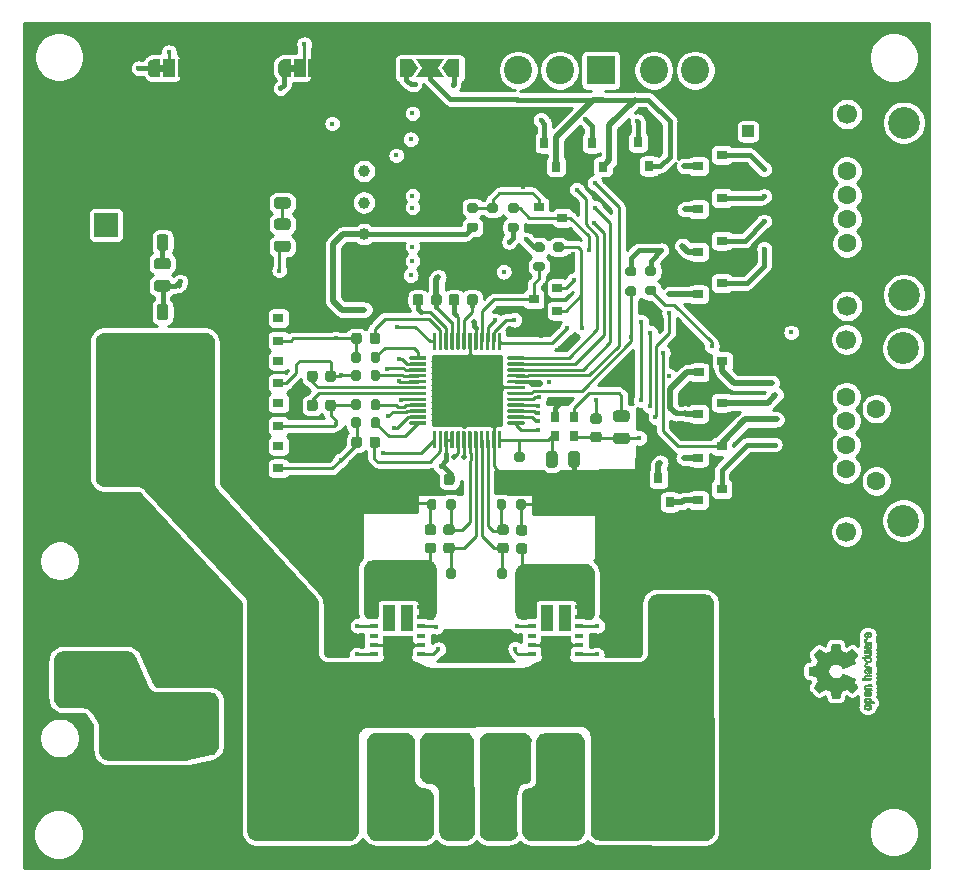
<source format=gbr>
G04 #@! TF.GenerationSoftware,KiCad,Pcbnew,(5.1.8)-1*
G04 #@! TF.CreationDate,2021-01-05T07:53:38+01:00*
G04 #@! TF.ProjectId,TMC51604Axis,544d4335-3136-4303-9441-7869732e6b69,rev?*
G04 #@! TF.SameCoordinates,Original*
G04 #@! TF.FileFunction,Copper,L1,Top*
G04 #@! TF.FilePolarity,Positive*
%FSLAX46Y46*%
G04 Gerber Fmt 4.6, Leading zero omitted, Abs format (unit mm)*
G04 Created by KiCad (PCBNEW (5.1.8)-1) date 2021-01-05 07:53:38*
%MOMM*%
%LPD*%
G01*
G04 APERTURE LIST*
G04 #@! TA.AperFunction,EtchedComponent*
%ADD10C,0.010000*%
G04 #@! TD*
G04 #@! TA.AperFunction,EtchedComponent*
%ADD11C,0.100000*%
G04 #@! TD*
G04 #@! TA.AperFunction,SMDPad,CuDef*
%ADD12C,0.100000*%
G04 #@! TD*
G04 #@! TA.AperFunction,SMDPad,CuDef*
%ADD13R,1.000000X1.500000*%
G04 #@! TD*
G04 #@! TA.AperFunction,ComponentPad*
%ADD14C,2.400000*%
G04 #@! TD*
G04 #@! TA.AperFunction,ComponentPad*
%ADD15R,2.400000X2.400000*%
G04 #@! TD*
G04 #@! TA.AperFunction,SMDPad,CuDef*
%ADD16R,0.900000X0.800000*%
G04 #@! TD*
G04 #@! TA.AperFunction,WasherPad*
%ADD17C,2.700000*%
G04 #@! TD*
G04 #@! TA.AperFunction,ComponentPad*
%ADD18C,1.700000*%
G04 #@! TD*
G04 #@! TA.AperFunction,ComponentPad*
%ADD19C,1.600000*%
G04 #@! TD*
G04 #@! TA.AperFunction,SMDPad,CuDef*
%ADD20R,0.800000X0.900000*%
G04 #@! TD*
G04 #@! TA.AperFunction,ComponentPad*
%ADD21C,1.000000*%
G04 #@! TD*
G04 #@! TA.AperFunction,SMDPad,CuDef*
%ADD22R,2.600000X1.800000*%
G04 #@! TD*
G04 #@! TA.AperFunction,SMDPad,CuDef*
%ADD23R,1.100000X2.200000*%
G04 #@! TD*
G04 #@! TA.AperFunction,SMDPad,CuDef*
%ADD24R,0.800000X0.450000*%
G04 #@! TD*
G04 #@! TA.AperFunction,ComponentPad*
%ADD25O,2.080000X3.600000*%
G04 #@! TD*
G04 #@! TA.AperFunction,SMDPad,CuDef*
%ADD26R,0.650000X0.850000*%
G04 #@! TD*
G04 #@! TA.AperFunction,SMDPad,CuDef*
%ADD27R,3.600000X3.600000*%
G04 #@! TD*
G04 #@! TA.AperFunction,ComponentPad*
%ADD28R,1.500000X1.500000*%
G04 #@! TD*
G04 #@! TA.AperFunction,ComponentPad*
%ADD29R,1.000000X1.000000*%
G04 #@! TD*
G04 #@! TA.AperFunction,ComponentPad*
%ADD30O,3.600000X2.000000*%
G04 #@! TD*
G04 #@! TA.AperFunction,ComponentPad*
%ADD31C,2.000000*%
G04 #@! TD*
G04 #@! TA.AperFunction,ComponentPad*
%ADD32R,2.000000X2.000000*%
G04 #@! TD*
G04 #@! TA.AperFunction,ViaPad*
%ADD33C,0.450000*%
G04 #@! TD*
G04 #@! TA.AperFunction,ViaPad*
%ADD34C,0.500000*%
G04 #@! TD*
G04 #@! TA.AperFunction,Conductor*
%ADD35C,0.250000*%
G04 #@! TD*
G04 #@! TA.AperFunction,Conductor*
%ADD36C,0.400000*%
G04 #@! TD*
G04 #@! TA.AperFunction,Conductor*
%ADD37C,0.500000*%
G04 #@! TD*
G04 #@! TA.AperFunction,Conductor*
%ADD38C,0.300000*%
G04 #@! TD*
G04 #@! TA.AperFunction,Conductor*
%ADD39C,0.600000*%
G04 #@! TD*
G04 #@! TA.AperFunction,Conductor*
%ADD40C,0.254000*%
G04 #@! TD*
G04 #@! TA.AperFunction,Conductor*
%ADD41C,0.100000*%
G04 #@! TD*
G04 APERTURE END LIST*
D10*
G36*
X127417348Y-117053590D02*
G01*
X127417778Y-116975046D01*
X127418942Y-116918202D01*
X127421207Y-116879395D01*
X127424940Y-116854962D01*
X127430506Y-116841238D01*
X127438273Y-116834560D01*
X127448605Y-116831264D01*
X127449943Y-116830944D01*
X127474079Y-116825938D01*
X127521701Y-116816671D01*
X127587741Y-116804108D01*
X127667128Y-116789213D01*
X127754796Y-116772949D01*
X127757875Y-116772381D01*
X127843789Y-116756090D01*
X127919696Y-116740848D01*
X127981045Y-116727639D01*
X128023282Y-116717446D01*
X128041855Y-116711252D01*
X128042184Y-116710957D01*
X128051253Y-116692712D01*
X128066367Y-116655095D01*
X128084262Y-116606229D01*
X128084358Y-116605957D01*
X128107493Y-116544407D01*
X128136965Y-116471843D01*
X128166597Y-116403443D01*
X128168062Y-116400206D01*
X128218626Y-116288798D01*
X128050160Y-116042101D01*
X127998803Y-115966423D01*
X127952889Y-115897869D01*
X127915030Y-115840412D01*
X127887837Y-115798024D01*
X127873921Y-115774675D01*
X127872889Y-115772458D01*
X127877484Y-115755490D01*
X127899655Y-115723799D01*
X127940447Y-115676148D01*
X128000905Y-115611302D01*
X128065227Y-115545103D01*
X128128612Y-115481286D01*
X128186451Y-115424171D01*
X128235175Y-115377195D01*
X128271210Y-115343797D01*
X128290984Y-115327415D01*
X128292002Y-115326806D01*
X128305572Y-115324995D01*
X128327733Y-115331817D01*
X128361478Y-115348960D01*
X128409800Y-115378107D01*
X128475692Y-115420945D01*
X128560517Y-115478052D01*
X128635177Y-115528734D01*
X128702140Y-115574039D01*
X128757516Y-115611350D01*
X128797420Y-115638048D01*
X128817962Y-115651515D01*
X128819356Y-115652363D01*
X128839038Y-115650719D01*
X128877293Y-115638255D01*
X128926889Y-115617452D01*
X128942728Y-115610038D01*
X129013290Y-115577686D01*
X129093353Y-115543172D01*
X129162629Y-115515135D01*
X129214045Y-115494932D01*
X129253119Y-115478885D01*
X129273541Y-115469612D01*
X129275114Y-115468459D01*
X129277721Y-115451404D01*
X129284863Y-115411202D01*
X129295523Y-115353198D01*
X129308685Y-115282737D01*
X129323333Y-115205165D01*
X129338449Y-115125828D01*
X129353018Y-115050069D01*
X129366022Y-114983236D01*
X129376445Y-114930672D01*
X129383270Y-114897724D01*
X129385199Y-114889643D01*
X129389962Y-114881295D01*
X129400718Y-114874994D01*
X129421098Y-114870455D01*
X129454734Y-114867396D01*
X129505255Y-114865533D01*
X129576292Y-114864582D01*
X129671476Y-114864260D01*
X129710492Y-114864243D01*
X130027799Y-114864243D01*
X130042839Y-114940443D01*
X130050995Y-114982837D01*
X130062899Y-115046100D01*
X130077116Y-115122538D01*
X130092210Y-115204457D01*
X130096355Y-115227100D01*
X130111053Y-115302694D01*
X130125505Y-115368547D01*
X130138375Y-115419134D01*
X130148322Y-115448926D01*
X130151287Y-115453888D01*
X130172283Y-115466074D01*
X130212967Y-115483547D01*
X130265322Y-115502923D01*
X130276600Y-115506766D01*
X130346523Y-115532161D01*
X130425418Y-115563683D01*
X130496266Y-115594531D01*
X130496595Y-115594683D01*
X130607733Y-115646053D01*
X130856253Y-115477101D01*
X131104772Y-115308148D01*
X131322058Y-115525071D01*
X131386726Y-115590681D01*
X131443733Y-115650521D01*
X131490033Y-115701233D01*
X131522584Y-115739454D01*
X131538343Y-115761825D01*
X131539343Y-115765034D01*
X131531469Y-115783874D01*
X131509578Y-115822320D01*
X131476267Y-115876170D01*
X131434131Y-115941224D01*
X131386943Y-116011560D01*
X131338810Y-116082945D01*
X131296928Y-116146592D01*
X131263871Y-116198459D01*
X131242218Y-116234505D01*
X131234543Y-116250633D01*
X131241037Y-116270311D01*
X131258150Y-116307625D01*
X131282326Y-116354879D01*
X131285013Y-116359888D01*
X131316927Y-116423523D01*
X131332579Y-116467159D01*
X131332745Y-116494298D01*
X131318204Y-116508443D01*
X131318000Y-116508525D01*
X131300779Y-116515595D01*
X131259899Y-116532458D01*
X131198525Y-116557805D01*
X131119819Y-116590329D01*
X131026947Y-116628722D01*
X130923072Y-116671678D01*
X130822502Y-116713278D01*
X130711516Y-116758996D01*
X130608703Y-116800974D01*
X130517215Y-116837952D01*
X130440201Y-116868673D01*
X130380815Y-116891878D01*
X130342209Y-116906310D01*
X130327800Y-116910757D01*
X130311272Y-116899604D01*
X130284930Y-116870431D01*
X130255887Y-116831529D01*
X130164039Y-116720743D01*
X130058759Y-116634149D01*
X129942266Y-116572784D01*
X129816776Y-116537685D01*
X129684507Y-116529892D01*
X129623457Y-116535557D01*
X129496795Y-116566422D01*
X129384941Y-116619580D01*
X129289001Y-116691733D01*
X129210076Y-116779583D01*
X129149270Y-116879835D01*
X129107687Y-116989190D01*
X129086428Y-117104353D01*
X129086599Y-117222025D01*
X129109301Y-117338910D01*
X129155638Y-117451711D01*
X129226713Y-117557131D01*
X129266911Y-117601132D01*
X129370129Y-117685521D01*
X129482925Y-117744278D01*
X129602010Y-117777796D01*
X129724095Y-117786465D01*
X129845893Y-117770677D01*
X129964116Y-117730822D01*
X130075475Y-117667293D01*
X130176684Y-117580479D01*
X130255887Y-117483471D01*
X130286162Y-117443063D01*
X130312219Y-117414518D01*
X130327825Y-117404243D01*
X130344843Y-117409623D01*
X130385500Y-117424925D01*
X130446642Y-117448888D01*
X130525119Y-117480256D01*
X130617780Y-117517768D01*
X130721472Y-117560167D01*
X130822526Y-117601837D01*
X130933607Y-117647810D01*
X131036541Y-117690393D01*
X131128165Y-117728279D01*
X131205316Y-117760160D01*
X131264831Y-117784729D01*
X131303544Y-117800680D01*
X131318000Y-117806590D01*
X131332685Y-117820552D01*
X131332642Y-117847560D01*
X131317099Y-117891087D01*
X131285284Y-117954610D01*
X131285013Y-117955112D01*
X131260323Y-118002940D01*
X131242338Y-118041603D01*
X131234614Y-118063405D01*
X131234543Y-118064367D01*
X131242378Y-118080779D01*
X131264165Y-118117013D01*
X131297328Y-118169026D01*
X131339291Y-118232775D01*
X131386943Y-118303440D01*
X131435191Y-118375384D01*
X131477151Y-118440226D01*
X131510227Y-118493765D01*
X131531821Y-118531803D01*
X131539343Y-118549967D01*
X131529457Y-118566692D01*
X131501826Y-118600320D01*
X131459495Y-118647490D01*
X131405505Y-118704842D01*
X131342899Y-118769016D01*
X131321983Y-118790003D01*
X131104623Y-119007001D01*
X130862220Y-118841832D01*
X130787781Y-118791636D01*
X130720972Y-118747581D01*
X130665665Y-118712138D01*
X130625729Y-118687781D01*
X130605036Y-118676978D01*
X130603563Y-118676662D01*
X130584058Y-118682357D01*
X130544822Y-118697674D01*
X130492430Y-118719963D01*
X130457355Y-118735607D01*
X130390201Y-118764859D01*
X130322358Y-118792406D01*
X130265034Y-118813763D01*
X130247572Y-118819565D01*
X130200938Y-118836048D01*
X130164905Y-118852160D01*
X130151287Y-118861010D01*
X130142952Y-118880540D01*
X130131137Y-118923166D01*
X130117181Y-118983355D01*
X130102422Y-119055578D01*
X130096355Y-119087900D01*
X130081273Y-119169978D01*
X130066669Y-119248705D01*
X130053980Y-119316391D01*
X130044642Y-119365340D01*
X130042839Y-119374557D01*
X130027799Y-119450757D01*
X129710492Y-119450757D01*
X129606154Y-119450586D01*
X129527213Y-119449884D01*
X129470038Y-119448366D01*
X129430999Y-119445751D01*
X129406465Y-119441754D01*
X129392805Y-119436091D01*
X129386389Y-119428480D01*
X129385199Y-119425357D01*
X129380980Y-119406522D01*
X129372562Y-119364912D01*
X129360961Y-119305870D01*
X129347195Y-119234743D01*
X129332280Y-119156875D01*
X129317232Y-119077613D01*
X129303069Y-119002302D01*
X129290806Y-118936287D01*
X129281461Y-118884913D01*
X129276050Y-118853525D01*
X129275114Y-118846541D01*
X129262596Y-118840215D01*
X129229246Y-118826210D01*
X129181377Y-118807145D01*
X129162629Y-118799866D01*
X129090195Y-118770504D01*
X129010170Y-118735929D01*
X128942728Y-118704963D01*
X128891159Y-118682177D01*
X128848785Y-118667018D01*
X128822834Y-118661958D01*
X128819356Y-118662764D01*
X128802936Y-118673459D01*
X128766417Y-118697880D01*
X128713687Y-118733405D01*
X128648635Y-118777413D01*
X128575151Y-118827283D01*
X128560645Y-118837144D01*
X128474704Y-118895008D01*
X128409261Y-118937544D01*
X128361304Y-118966446D01*
X128327820Y-118983410D01*
X128305795Y-118990133D01*
X128292217Y-118988310D01*
X128292131Y-118988264D01*
X128274297Y-118973914D01*
X128239817Y-118942177D01*
X128192268Y-118896490D01*
X128135222Y-118840296D01*
X128072255Y-118777032D01*
X128065227Y-118769898D01*
X127988020Y-118690170D01*
X127931330Y-118628643D01*
X127894110Y-118584079D01*
X127875315Y-118555243D01*
X127872889Y-118542542D01*
X127883471Y-118524006D01*
X127907916Y-118485539D01*
X127943612Y-118431114D01*
X127987947Y-118364702D01*
X128038311Y-118290275D01*
X128050160Y-118272899D01*
X128218626Y-118026203D01*
X128168062Y-117914794D01*
X128138595Y-117847043D01*
X128108959Y-117774317D01*
X128085330Y-117711797D01*
X128084358Y-117709043D01*
X128066457Y-117660140D01*
X128051320Y-117622443D01*
X128042210Y-117604075D01*
X128042184Y-117604044D01*
X128025717Y-117598215D01*
X127985219Y-117588308D01*
X127925242Y-117575305D01*
X127850340Y-117560191D01*
X127765064Y-117543948D01*
X127757875Y-117542619D01*
X127670014Y-117526325D01*
X127590260Y-117511367D01*
X127523681Y-117498709D01*
X127475347Y-117489314D01*
X127450325Y-117484146D01*
X127449943Y-117484056D01*
X127439299Y-117480911D01*
X127431262Y-117474796D01*
X127425467Y-117462047D01*
X127421547Y-117439000D01*
X127419135Y-117401991D01*
X127417865Y-117347356D01*
X127417371Y-117271433D01*
X127417286Y-117170556D01*
X127417286Y-117157500D01*
X127417348Y-117053590D01*
G37*
X127417348Y-117053590D02*
X127417778Y-116975046D01*
X127418942Y-116918202D01*
X127421207Y-116879395D01*
X127424940Y-116854962D01*
X127430506Y-116841238D01*
X127438273Y-116834560D01*
X127448605Y-116831264D01*
X127449943Y-116830944D01*
X127474079Y-116825938D01*
X127521701Y-116816671D01*
X127587741Y-116804108D01*
X127667128Y-116789213D01*
X127754796Y-116772949D01*
X127757875Y-116772381D01*
X127843789Y-116756090D01*
X127919696Y-116740848D01*
X127981045Y-116727639D01*
X128023282Y-116717446D01*
X128041855Y-116711252D01*
X128042184Y-116710957D01*
X128051253Y-116692712D01*
X128066367Y-116655095D01*
X128084262Y-116606229D01*
X128084358Y-116605957D01*
X128107493Y-116544407D01*
X128136965Y-116471843D01*
X128166597Y-116403443D01*
X128168062Y-116400206D01*
X128218626Y-116288798D01*
X128050160Y-116042101D01*
X127998803Y-115966423D01*
X127952889Y-115897869D01*
X127915030Y-115840412D01*
X127887837Y-115798024D01*
X127873921Y-115774675D01*
X127872889Y-115772458D01*
X127877484Y-115755490D01*
X127899655Y-115723799D01*
X127940447Y-115676148D01*
X128000905Y-115611302D01*
X128065227Y-115545103D01*
X128128612Y-115481286D01*
X128186451Y-115424171D01*
X128235175Y-115377195D01*
X128271210Y-115343797D01*
X128290984Y-115327415D01*
X128292002Y-115326806D01*
X128305572Y-115324995D01*
X128327733Y-115331817D01*
X128361478Y-115348960D01*
X128409800Y-115378107D01*
X128475692Y-115420945D01*
X128560517Y-115478052D01*
X128635177Y-115528734D01*
X128702140Y-115574039D01*
X128757516Y-115611350D01*
X128797420Y-115638048D01*
X128817962Y-115651515D01*
X128819356Y-115652363D01*
X128839038Y-115650719D01*
X128877293Y-115638255D01*
X128926889Y-115617452D01*
X128942728Y-115610038D01*
X129013290Y-115577686D01*
X129093353Y-115543172D01*
X129162629Y-115515135D01*
X129214045Y-115494932D01*
X129253119Y-115478885D01*
X129273541Y-115469612D01*
X129275114Y-115468459D01*
X129277721Y-115451404D01*
X129284863Y-115411202D01*
X129295523Y-115353198D01*
X129308685Y-115282737D01*
X129323333Y-115205165D01*
X129338449Y-115125828D01*
X129353018Y-115050069D01*
X129366022Y-114983236D01*
X129376445Y-114930672D01*
X129383270Y-114897724D01*
X129385199Y-114889643D01*
X129389962Y-114881295D01*
X129400718Y-114874994D01*
X129421098Y-114870455D01*
X129454734Y-114867396D01*
X129505255Y-114865533D01*
X129576292Y-114864582D01*
X129671476Y-114864260D01*
X129710492Y-114864243D01*
X130027799Y-114864243D01*
X130042839Y-114940443D01*
X130050995Y-114982837D01*
X130062899Y-115046100D01*
X130077116Y-115122538D01*
X130092210Y-115204457D01*
X130096355Y-115227100D01*
X130111053Y-115302694D01*
X130125505Y-115368547D01*
X130138375Y-115419134D01*
X130148322Y-115448926D01*
X130151287Y-115453888D01*
X130172283Y-115466074D01*
X130212967Y-115483547D01*
X130265322Y-115502923D01*
X130276600Y-115506766D01*
X130346523Y-115532161D01*
X130425418Y-115563683D01*
X130496266Y-115594531D01*
X130496595Y-115594683D01*
X130607733Y-115646053D01*
X130856253Y-115477101D01*
X131104772Y-115308148D01*
X131322058Y-115525071D01*
X131386726Y-115590681D01*
X131443733Y-115650521D01*
X131490033Y-115701233D01*
X131522584Y-115739454D01*
X131538343Y-115761825D01*
X131539343Y-115765034D01*
X131531469Y-115783874D01*
X131509578Y-115822320D01*
X131476267Y-115876170D01*
X131434131Y-115941224D01*
X131386943Y-116011560D01*
X131338810Y-116082945D01*
X131296928Y-116146592D01*
X131263871Y-116198459D01*
X131242218Y-116234505D01*
X131234543Y-116250633D01*
X131241037Y-116270311D01*
X131258150Y-116307625D01*
X131282326Y-116354879D01*
X131285013Y-116359888D01*
X131316927Y-116423523D01*
X131332579Y-116467159D01*
X131332745Y-116494298D01*
X131318204Y-116508443D01*
X131318000Y-116508525D01*
X131300779Y-116515595D01*
X131259899Y-116532458D01*
X131198525Y-116557805D01*
X131119819Y-116590329D01*
X131026947Y-116628722D01*
X130923072Y-116671678D01*
X130822502Y-116713278D01*
X130711516Y-116758996D01*
X130608703Y-116800974D01*
X130517215Y-116837952D01*
X130440201Y-116868673D01*
X130380815Y-116891878D01*
X130342209Y-116906310D01*
X130327800Y-116910757D01*
X130311272Y-116899604D01*
X130284930Y-116870431D01*
X130255887Y-116831529D01*
X130164039Y-116720743D01*
X130058759Y-116634149D01*
X129942266Y-116572784D01*
X129816776Y-116537685D01*
X129684507Y-116529892D01*
X129623457Y-116535557D01*
X129496795Y-116566422D01*
X129384941Y-116619580D01*
X129289001Y-116691733D01*
X129210076Y-116779583D01*
X129149270Y-116879835D01*
X129107687Y-116989190D01*
X129086428Y-117104353D01*
X129086599Y-117222025D01*
X129109301Y-117338910D01*
X129155638Y-117451711D01*
X129226713Y-117557131D01*
X129266911Y-117601132D01*
X129370129Y-117685521D01*
X129482925Y-117744278D01*
X129602010Y-117777796D01*
X129724095Y-117786465D01*
X129845893Y-117770677D01*
X129964116Y-117730822D01*
X130075475Y-117667293D01*
X130176684Y-117580479D01*
X130255887Y-117483471D01*
X130286162Y-117443063D01*
X130312219Y-117414518D01*
X130327825Y-117404243D01*
X130344843Y-117409623D01*
X130385500Y-117424925D01*
X130446642Y-117448888D01*
X130525119Y-117480256D01*
X130617780Y-117517768D01*
X130721472Y-117560167D01*
X130822526Y-117601837D01*
X130933607Y-117647810D01*
X131036541Y-117690393D01*
X131128165Y-117728279D01*
X131205316Y-117760160D01*
X131264831Y-117784729D01*
X131303544Y-117800680D01*
X131318000Y-117806590D01*
X131332685Y-117820552D01*
X131332642Y-117847560D01*
X131317099Y-117891087D01*
X131285284Y-117954610D01*
X131285013Y-117955112D01*
X131260323Y-118002940D01*
X131242338Y-118041603D01*
X131234614Y-118063405D01*
X131234543Y-118064367D01*
X131242378Y-118080779D01*
X131264165Y-118117013D01*
X131297328Y-118169026D01*
X131339291Y-118232775D01*
X131386943Y-118303440D01*
X131435191Y-118375384D01*
X131477151Y-118440226D01*
X131510227Y-118493765D01*
X131531821Y-118531803D01*
X131539343Y-118549967D01*
X131529457Y-118566692D01*
X131501826Y-118600320D01*
X131459495Y-118647490D01*
X131405505Y-118704842D01*
X131342899Y-118769016D01*
X131321983Y-118790003D01*
X131104623Y-119007001D01*
X130862220Y-118841832D01*
X130787781Y-118791636D01*
X130720972Y-118747581D01*
X130665665Y-118712138D01*
X130625729Y-118687781D01*
X130605036Y-118676978D01*
X130603563Y-118676662D01*
X130584058Y-118682357D01*
X130544822Y-118697674D01*
X130492430Y-118719963D01*
X130457355Y-118735607D01*
X130390201Y-118764859D01*
X130322358Y-118792406D01*
X130265034Y-118813763D01*
X130247572Y-118819565D01*
X130200938Y-118836048D01*
X130164905Y-118852160D01*
X130151287Y-118861010D01*
X130142952Y-118880540D01*
X130131137Y-118923166D01*
X130117181Y-118983355D01*
X130102422Y-119055578D01*
X130096355Y-119087900D01*
X130081273Y-119169978D01*
X130066669Y-119248705D01*
X130053980Y-119316391D01*
X130044642Y-119365340D01*
X130042839Y-119374557D01*
X130027799Y-119450757D01*
X129710492Y-119450757D01*
X129606154Y-119450586D01*
X129527213Y-119449884D01*
X129470038Y-119448366D01*
X129430999Y-119445751D01*
X129406465Y-119441754D01*
X129392805Y-119436091D01*
X129386389Y-119428480D01*
X129385199Y-119425357D01*
X129380980Y-119406522D01*
X129372562Y-119364912D01*
X129360961Y-119305870D01*
X129347195Y-119234743D01*
X129332280Y-119156875D01*
X129317232Y-119077613D01*
X129303069Y-119002302D01*
X129290806Y-118936287D01*
X129281461Y-118884913D01*
X129276050Y-118853525D01*
X129275114Y-118846541D01*
X129262596Y-118840215D01*
X129229246Y-118826210D01*
X129181377Y-118807145D01*
X129162629Y-118799866D01*
X129090195Y-118770504D01*
X129010170Y-118735929D01*
X128942728Y-118704963D01*
X128891159Y-118682177D01*
X128848785Y-118667018D01*
X128822834Y-118661958D01*
X128819356Y-118662764D01*
X128802936Y-118673459D01*
X128766417Y-118697880D01*
X128713687Y-118733405D01*
X128648635Y-118777413D01*
X128575151Y-118827283D01*
X128560645Y-118837144D01*
X128474704Y-118895008D01*
X128409261Y-118937544D01*
X128361304Y-118966446D01*
X128327820Y-118983410D01*
X128305795Y-118990133D01*
X128292217Y-118988310D01*
X128292131Y-118988264D01*
X128274297Y-118973914D01*
X128239817Y-118942177D01*
X128192268Y-118896490D01*
X128135222Y-118840296D01*
X128072255Y-118777032D01*
X128065227Y-118769898D01*
X127988020Y-118690170D01*
X127931330Y-118628643D01*
X127894110Y-118584079D01*
X127875315Y-118555243D01*
X127872889Y-118542542D01*
X127883471Y-118524006D01*
X127907916Y-118485539D01*
X127943612Y-118431114D01*
X127987947Y-118364702D01*
X128038311Y-118290275D01*
X128050160Y-118272899D01*
X128218626Y-118026203D01*
X128168062Y-117914794D01*
X128138595Y-117847043D01*
X128108959Y-117774317D01*
X128085330Y-117711797D01*
X128084358Y-117709043D01*
X128066457Y-117660140D01*
X128051320Y-117622443D01*
X128042210Y-117604075D01*
X128042184Y-117604044D01*
X128025717Y-117598215D01*
X127985219Y-117588308D01*
X127925242Y-117575305D01*
X127850340Y-117560191D01*
X127765064Y-117543948D01*
X127757875Y-117542619D01*
X127670014Y-117526325D01*
X127590260Y-117511367D01*
X127523681Y-117498709D01*
X127475347Y-117489314D01*
X127450325Y-117484146D01*
X127449943Y-117484056D01*
X127439299Y-117480911D01*
X127431262Y-117474796D01*
X127425467Y-117462047D01*
X127421547Y-117439000D01*
X127419135Y-117401991D01*
X127417865Y-117347356D01*
X127417371Y-117271433D01*
X127417286Y-117170556D01*
X127417286Y-117157500D01*
X127417348Y-117053590D01*
G36*
X132141966Y-114003905D02*
G01*
X132179497Y-113946479D01*
X132213096Y-113918781D01*
X132274064Y-113896838D01*
X132322308Y-113895095D01*
X132386816Y-113899043D01*
X132451934Y-114047814D01*
X132485202Y-114120151D01*
X132511964Y-114167416D01*
X132535144Y-114191993D01*
X132557667Y-114196263D01*
X132582455Y-114182611D01*
X132598886Y-114167557D01*
X132625235Y-114123754D01*
X132627081Y-114076111D01*
X132606546Y-114032355D01*
X132565752Y-114000211D01*
X132551347Y-113994462D01*
X132506356Y-113966924D01*
X132487182Y-113935242D01*
X132470779Y-113891786D01*
X132532966Y-113891786D01*
X132575283Y-113895628D01*
X132610969Y-113910677D01*
X132651943Y-113942220D01*
X132657267Y-113946908D01*
X132693720Y-113981994D01*
X132713283Y-114012153D01*
X132722283Y-114049885D01*
X132725230Y-114081165D01*
X132725965Y-114137115D01*
X132716660Y-114176945D01*
X132702846Y-114201792D01*
X132672467Y-114240844D01*
X132639613Y-114267875D01*
X132598294Y-114284983D01*
X132542521Y-114294262D01*
X132466305Y-114297807D01*
X132427622Y-114298090D01*
X132381247Y-114297128D01*
X132381247Y-114209493D01*
X132406126Y-114208477D01*
X132410200Y-114205944D01*
X132404665Y-114189226D01*
X132390017Y-114153251D01*
X132369190Y-114105169D01*
X132364714Y-114095114D01*
X132333814Y-114034348D01*
X132306657Y-114000868D01*
X132281220Y-113993510D01*
X132255481Y-114011109D01*
X132244109Y-114025644D01*
X132221364Y-114078090D01*
X132225122Y-114127178D01*
X132252884Y-114168273D01*
X132302152Y-114196742D01*
X132341257Y-114205869D01*
X132381247Y-114209493D01*
X132381247Y-114297128D01*
X132337249Y-114296215D01*
X132270384Y-114289304D01*
X132221695Y-114275616D01*
X132185849Y-114253404D01*
X132157513Y-114220926D01*
X132148355Y-114206767D01*
X132124507Y-114142447D01*
X132123006Y-114072027D01*
X132141966Y-114003905D01*
G37*
X132141966Y-114003905D02*
X132179497Y-113946479D01*
X132213096Y-113918781D01*
X132274064Y-113896838D01*
X132322308Y-113895095D01*
X132386816Y-113899043D01*
X132451934Y-114047814D01*
X132485202Y-114120151D01*
X132511964Y-114167416D01*
X132535144Y-114191993D01*
X132557667Y-114196263D01*
X132582455Y-114182611D01*
X132598886Y-114167557D01*
X132625235Y-114123754D01*
X132627081Y-114076111D01*
X132606546Y-114032355D01*
X132565752Y-114000211D01*
X132551347Y-113994462D01*
X132506356Y-113966924D01*
X132487182Y-113935242D01*
X132470779Y-113891786D01*
X132532966Y-113891786D01*
X132575283Y-113895628D01*
X132610969Y-113910677D01*
X132651943Y-113942220D01*
X132657267Y-113946908D01*
X132693720Y-113981994D01*
X132713283Y-114012153D01*
X132722283Y-114049885D01*
X132725230Y-114081165D01*
X132725965Y-114137115D01*
X132716660Y-114176945D01*
X132702846Y-114201792D01*
X132672467Y-114240844D01*
X132639613Y-114267875D01*
X132598294Y-114284983D01*
X132542521Y-114294262D01*
X132466305Y-114297807D01*
X132427622Y-114298090D01*
X132381247Y-114297128D01*
X132381247Y-114209493D01*
X132406126Y-114208477D01*
X132410200Y-114205944D01*
X132404665Y-114189226D01*
X132390017Y-114153251D01*
X132369190Y-114105169D01*
X132364714Y-114095114D01*
X132333814Y-114034348D01*
X132306657Y-114000868D01*
X132281220Y-113993510D01*
X132255481Y-114011109D01*
X132244109Y-114025644D01*
X132221364Y-114078090D01*
X132225122Y-114127178D01*
X132252884Y-114168273D01*
X132302152Y-114196742D01*
X132341257Y-114205869D01*
X132381247Y-114209493D01*
X132381247Y-114297128D01*
X132337249Y-114296215D01*
X132270384Y-114289304D01*
X132221695Y-114275616D01*
X132185849Y-114253404D01*
X132157513Y-114220926D01*
X132148355Y-114206767D01*
X132124507Y-114142447D01*
X132123006Y-114072027D01*
X132141966Y-114003905D01*
G36*
X132133752Y-114504900D02*
G01*
X132141334Y-114487552D01*
X132174128Y-114446144D01*
X132221547Y-114410735D01*
X132272151Y-114388836D01*
X132297098Y-114385271D01*
X132331927Y-114397221D01*
X132350357Y-114423433D01*
X132361516Y-114451536D01*
X132363572Y-114464405D01*
X132348649Y-114470671D01*
X132316175Y-114483044D01*
X132301502Y-114488472D01*
X132250744Y-114518910D01*
X132225427Y-114562980D01*
X132226206Y-114619490D01*
X132227203Y-114623675D01*
X132241507Y-114653845D01*
X132269393Y-114676024D01*
X132314287Y-114691173D01*
X132379615Y-114700250D01*
X132468804Y-114704214D01*
X132516261Y-114704586D01*
X132591071Y-114704770D01*
X132642069Y-114705978D01*
X132674471Y-114709191D01*
X132693495Y-114715391D01*
X132704356Y-114725560D01*
X132712272Y-114740681D01*
X132712670Y-114741554D01*
X132724981Y-114770672D01*
X132729514Y-114785097D01*
X132715809Y-114787314D01*
X132677925Y-114789211D01*
X132620715Y-114790653D01*
X132549027Y-114791502D01*
X132496565Y-114791671D01*
X132395047Y-114790808D01*
X132318032Y-114787430D01*
X132261023Y-114780358D01*
X132219526Y-114768412D01*
X132189043Y-114750410D01*
X132165080Y-114725173D01*
X132148355Y-114700253D01*
X132126097Y-114640329D01*
X132121076Y-114570589D01*
X132133752Y-114504900D01*
G37*
X132133752Y-114504900D02*
X132141334Y-114487552D01*
X132174128Y-114446144D01*
X132221547Y-114410735D01*
X132272151Y-114388836D01*
X132297098Y-114385271D01*
X132331927Y-114397221D01*
X132350357Y-114423433D01*
X132361516Y-114451536D01*
X132363572Y-114464405D01*
X132348649Y-114470671D01*
X132316175Y-114483044D01*
X132301502Y-114488472D01*
X132250744Y-114518910D01*
X132225427Y-114562980D01*
X132226206Y-114619490D01*
X132227203Y-114623675D01*
X132241507Y-114653845D01*
X132269393Y-114676024D01*
X132314287Y-114691173D01*
X132379615Y-114700250D01*
X132468804Y-114704214D01*
X132516261Y-114704586D01*
X132591071Y-114704770D01*
X132642069Y-114705978D01*
X132674471Y-114709191D01*
X132693495Y-114715391D01*
X132704356Y-114725560D01*
X132712272Y-114740681D01*
X132712670Y-114741554D01*
X132724981Y-114770672D01*
X132729514Y-114785097D01*
X132715809Y-114787314D01*
X132677925Y-114789211D01*
X132620715Y-114790653D01*
X132549027Y-114791502D01*
X132496565Y-114791671D01*
X132395047Y-114790808D01*
X132318032Y-114787430D01*
X132261023Y-114780358D01*
X132219526Y-114768412D01*
X132189043Y-114750410D01*
X132165080Y-114725173D01*
X132148355Y-114700253D01*
X132126097Y-114640329D01*
X132121076Y-114570589D01*
X132133752Y-114504900D01*
G36*
X132131335Y-115012624D02*
G01*
X132150344Y-114970833D01*
X132173378Y-114938031D01*
X132199133Y-114913997D01*
X132232358Y-114897403D01*
X132277800Y-114886923D01*
X132340207Y-114881229D01*
X132424327Y-114878993D01*
X132479721Y-114878757D01*
X132695826Y-114878757D01*
X132712670Y-114915726D01*
X132724981Y-114944844D01*
X132729514Y-114959269D01*
X132716025Y-114962028D01*
X132679653Y-114964218D01*
X132626542Y-114965558D01*
X132584372Y-114965843D01*
X132523447Y-114967066D01*
X132475115Y-114970364D01*
X132445518Y-114975179D01*
X132439229Y-114979004D01*
X132445652Y-115004717D01*
X132462125Y-115045082D01*
X132484458Y-115091821D01*
X132508457Y-115136655D01*
X132529930Y-115171307D01*
X132544685Y-115187498D01*
X132544845Y-115187562D01*
X132572152Y-115186170D01*
X132598219Y-115173682D01*
X132619392Y-115151757D01*
X132626474Y-115119757D01*
X132625649Y-115092408D01*
X132625042Y-115053674D01*
X132634116Y-115033342D01*
X132658092Y-115021131D01*
X132662613Y-115019591D01*
X132696806Y-115014297D01*
X132717568Y-115028453D01*
X132727462Y-115065352D01*
X132729292Y-115105211D01*
X132715727Y-115176938D01*
X132696355Y-115214068D01*
X132650845Y-115259924D01*
X132594983Y-115284244D01*
X132535957Y-115286427D01*
X132480953Y-115265871D01*
X132446486Y-115234951D01*
X132427189Y-115204080D01*
X132402759Y-115155558D01*
X132377985Y-115099015D01*
X132374199Y-115089590D01*
X132346791Y-115027481D01*
X132322634Y-114991678D01*
X132298619Y-114980163D01*
X132271635Y-114990920D01*
X132250543Y-115009386D01*
X132224572Y-115053031D01*
X132222624Y-115101054D01*
X132242637Y-115145094D01*
X132282551Y-115176791D01*
X132292848Y-115180951D01*
X132330724Y-115205173D01*
X132358842Y-115240535D01*
X132381917Y-115285157D01*
X132316485Y-115285157D01*
X132276506Y-115282531D01*
X132244997Y-115271270D01*
X132211378Y-115246301D01*
X132185484Y-115222331D01*
X132148817Y-115185059D01*
X132129121Y-115156099D01*
X132121220Y-115124995D01*
X132119914Y-115089787D01*
X132131335Y-115012624D01*
G37*
X132131335Y-115012624D02*
X132150344Y-114970833D01*
X132173378Y-114938031D01*
X132199133Y-114913997D01*
X132232358Y-114897403D01*
X132277800Y-114886923D01*
X132340207Y-114881229D01*
X132424327Y-114878993D01*
X132479721Y-114878757D01*
X132695826Y-114878757D01*
X132712670Y-114915726D01*
X132724981Y-114944844D01*
X132729514Y-114959269D01*
X132716025Y-114962028D01*
X132679653Y-114964218D01*
X132626542Y-114965558D01*
X132584372Y-114965843D01*
X132523447Y-114967066D01*
X132475115Y-114970364D01*
X132445518Y-114975179D01*
X132439229Y-114979004D01*
X132445652Y-115004717D01*
X132462125Y-115045082D01*
X132484458Y-115091821D01*
X132508457Y-115136655D01*
X132529930Y-115171307D01*
X132544685Y-115187498D01*
X132544845Y-115187562D01*
X132572152Y-115186170D01*
X132598219Y-115173682D01*
X132619392Y-115151757D01*
X132626474Y-115119757D01*
X132625649Y-115092408D01*
X132625042Y-115053674D01*
X132634116Y-115033342D01*
X132658092Y-115021131D01*
X132662613Y-115019591D01*
X132696806Y-115014297D01*
X132717568Y-115028453D01*
X132727462Y-115065352D01*
X132729292Y-115105211D01*
X132715727Y-115176938D01*
X132696355Y-115214068D01*
X132650845Y-115259924D01*
X132594983Y-115284244D01*
X132535957Y-115286427D01*
X132480953Y-115265871D01*
X132446486Y-115234951D01*
X132427189Y-115204080D01*
X132402759Y-115155558D01*
X132377985Y-115099015D01*
X132374199Y-115089590D01*
X132346791Y-115027481D01*
X132322634Y-114991678D01*
X132298619Y-114980163D01*
X132271635Y-114990920D01*
X132250543Y-115009386D01*
X132224572Y-115053031D01*
X132222624Y-115101054D01*
X132242637Y-115145094D01*
X132282551Y-115176791D01*
X132292848Y-115180951D01*
X132330724Y-115205173D01*
X132358842Y-115240535D01*
X132381917Y-115285157D01*
X132316485Y-115285157D01*
X132276506Y-115282531D01*
X132244997Y-115271270D01*
X132211378Y-115246301D01*
X132185484Y-115222331D01*
X132148817Y-115185059D01*
X132129121Y-115156099D01*
X132121220Y-115124995D01*
X132119914Y-115089787D01*
X132131335Y-115012624D01*
G36*
X132133663Y-115377667D02*
G01*
X132171850Y-115375452D01*
X132229886Y-115373716D01*
X132303180Y-115372601D01*
X132380055Y-115372243D01*
X132640196Y-115372243D01*
X132686127Y-115418174D01*
X132714429Y-115449825D01*
X132725893Y-115477610D01*
X132725168Y-115515585D01*
X132723321Y-115530660D01*
X132717948Y-115577774D01*
X132714869Y-115616744D01*
X132714585Y-115626243D01*
X132716445Y-115658267D01*
X132721114Y-115704068D01*
X132723321Y-115721826D01*
X132726735Y-115765443D01*
X132719320Y-115794755D01*
X132696427Y-115823820D01*
X132686127Y-115834312D01*
X132640196Y-115880243D01*
X132153602Y-115880243D01*
X132136758Y-115843274D01*
X132124282Y-115811441D01*
X132119914Y-115792817D01*
X132133718Y-115788042D01*
X132172286Y-115783579D01*
X132231356Y-115779725D01*
X132306663Y-115776778D01*
X132370286Y-115775357D01*
X132620657Y-115771386D01*
X132625556Y-115736741D01*
X132622131Y-115705232D01*
X132611041Y-115689792D01*
X132590308Y-115685477D01*
X132546145Y-115681792D01*
X132484146Y-115679031D01*
X132409909Y-115677488D01*
X132371706Y-115677265D01*
X132151783Y-115677043D01*
X132135849Y-115631334D01*
X132125015Y-115598982D01*
X132119962Y-115581385D01*
X132119914Y-115580877D01*
X132133648Y-115579112D01*
X132171730Y-115577171D01*
X132229482Y-115575218D01*
X132302227Y-115573416D01*
X132370286Y-115572157D01*
X132620657Y-115568186D01*
X132620657Y-115481100D01*
X132392240Y-115477104D01*
X132163822Y-115473108D01*
X132141868Y-115430653D01*
X132126793Y-115399308D01*
X132119951Y-115380756D01*
X132119914Y-115380221D01*
X132133663Y-115377667D01*
G37*
X132133663Y-115377667D02*
X132171850Y-115375452D01*
X132229886Y-115373716D01*
X132303180Y-115372601D01*
X132380055Y-115372243D01*
X132640196Y-115372243D01*
X132686127Y-115418174D01*
X132714429Y-115449825D01*
X132725893Y-115477610D01*
X132725168Y-115515585D01*
X132723321Y-115530660D01*
X132717948Y-115577774D01*
X132714869Y-115616744D01*
X132714585Y-115626243D01*
X132716445Y-115658267D01*
X132721114Y-115704068D01*
X132723321Y-115721826D01*
X132726735Y-115765443D01*
X132719320Y-115794755D01*
X132696427Y-115823820D01*
X132686127Y-115834312D01*
X132640196Y-115880243D01*
X132153602Y-115880243D01*
X132136758Y-115843274D01*
X132124282Y-115811441D01*
X132119914Y-115792817D01*
X132133718Y-115788042D01*
X132172286Y-115783579D01*
X132231356Y-115779725D01*
X132306663Y-115776778D01*
X132370286Y-115775357D01*
X132620657Y-115771386D01*
X132625556Y-115736741D01*
X132622131Y-115705232D01*
X132611041Y-115689792D01*
X132590308Y-115685477D01*
X132546145Y-115681792D01*
X132484146Y-115679031D01*
X132409909Y-115677488D01*
X132371706Y-115677265D01*
X132151783Y-115677043D01*
X132135849Y-115631334D01*
X132125015Y-115598982D01*
X132119962Y-115581385D01*
X132119914Y-115580877D01*
X132133648Y-115579112D01*
X132171730Y-115577171D01*
X132229482Y-115575218D01*
X132302227Y-115573416D01*
X132370286Y-115572157D01*
X132620657Y-115568186D01*
X132620657Y-115481100D01*
X132392240Y-115477104D01*
X132163822Y-115473108D01*
X132141868Y-115430653D01*
X132126793Y-115399308D01*
X132119951Y-115380756D01*
X132119914Y-115380221D01*
X132133663Y-115377667D01*
G36*
X132240358Y-115967383D02*
G01*
X132348837Y-115967567D01*
X132432287Y-115968281D01*
X132494704Y-115969825D01*
X132540085Y-115972499D01*
X132572429Y-115976606D01*
X132595733Y-115982445D01*
X132613995Y-115990318D01*
X132624418Y-115996279D01*
X132680945Y-116045645D01*
X132716377Y-116108236D01*
X132729090Y-116177487D01*
X132717463Y-116246832D01*
X132696568Y-116288125D01*
X132660422Y-116331475D01*
X132616276Y-116361019D01*
X132558462Y-116378845D01*
X132481313Y-116387037D01*
X132424714Y-116388198D01*
X132420647Y-116388042D01*
X132420647Y-116286643D01*
X132485550Y-116286024D01*
X132528514Y-116283186D01*
X132556622Y-116276660D01*
X132576953Y-116264977D01*
X132592288Y-116251017D01*
X132621890Y-116204135D01*
X132624419Y-116153799D01*
X132599705Y-116106224D01*
X132596356Y-116102521D01*
X132578935Y-116086717D01*
X132558209Y-116076807D01*
X132527362Y-116071442D01*
X132479577Y-116069272D01*
X132426748Y-116068929D01*
X132360381Y-116069673D01*
X132316106Y-116072752D01*
X132287009Y-116079439D01*
X132266173Y-116091004D01*
X132255107Y-116100487D01*
X132227198Y-116144540D01*
X132223843Y-116195276D01*
X132245159Y-116243704D01*
X132253073Y-116253050D01*
X132270647Y-116268960D01*
X132291587Y-116278890D01*
X132322782Y-116284222D01*
X132371122Y-116286337D01*
X132420647Y-116286643D01*
X132420647Y-116388042D01*
X132333568Y-116384690D01*
X132265086Y-116372774D01*
X132213600Y-116350365D01*
X132173443Y-116315376D01*
X132152861Y-116288125D01*
X132130625Y-116238593D01*
X132120304Y-116181184D01*
X132123067Y-116127818D01*
X132134212Y-116097957D01*
X132137383Y-116086239D01*
X132125557Y-116078463D01*
X132093866Y-116073035D01*
X132045593Y-116068929D01*
X131991829Y-116064433D01*
X131959482Y-116058187D01*
X131940985Y-116046824D01*
X131928770Y-116026972D01*
X131923362Y-116014500D01*
X131903601Y-115967329D01*
X132240358Y-115967383D01*
G37*
X132240358Y-115967383D02*
X132348837Y-115967567D01*
X132432287Y-115968281D01*
X132494704Y-115969825D01*
X132540085Y-115972499D01*
X132572429Y-115976606D01*
X132595733Y-115982445D01*
X132613995Y-115990318D01*
X132624418Y-115996279D01*
X132680945Y-116045645D01*
X132716377Y-116108236D01*
X132729090Y-116177487D01*
X132717463Y-116246832D01*
X132696568Y-116288125D01*
X132660422Y-116331475D01*
X132616276Y-116361019D01*
X132558462Y-116378845D01*
X132481313Y-116387037D01*
X132424714Y-116388198D01*
X132420647Y-116388042D01*
X132420647Y-116286643D01*
X132485550Y-116286024D01*
X132528514Y-116283186D01*
X132556622Y-116276660D01*
X132576953Y-116264977D01*
X132592288Y-116251017D01*
X132621890Y-116204135D01*
X132624419Y-116153799D01*
X132599705Y-116106224D01*
X132596356Y-116102521D01*
X132578935Y-116086717D01*
X132558209Y-116076807D01*
X132527362Y-116071442D01*
X132479577Y-116069272D01*
X132426748Y-116068929D01*
X132360381Y-116069673D01*
X132316106Y-116072752D01*
X132287009Y-116079439D01*
X132266173Y-116091004D01*
X132255107Y-116100487D01*
X132227198Y-116144540D01*
X132223843Y-116195276D01*
X132245159Y-116243704D01*
X132253073Y-116253050D01*
X132270647Y-116268960D01*
X132291587Y-116278890D01*
X132322782Y-116284222D01*
X132371122Y-116286337D01*
X132420647Y-116286643D01*
X132420647Y-116388042D01*
X132333568Y-116384690D01*
X132265086Y-116372774D01*
X132213600Y-116350365D01*
X132173443Y-116315376D01*
X132152861Y-116288125D01*
X132130625Y-116238593D01*
X132120304Y-116181184D01*
X132123067Y-116127818D01*
X132134212Y-116097957D01*
X132137383Y-116086239D01*
X132125557Y-116078463D01*
X132093866Y-116073035D01*
X132045593Y-116068929D01*
X131991829Y-116064433D01*
X131959482Y-116058187D01*
X131940985Y-116046824D01*
X131928770Y-116026972D01*
X131923362Y-116014500D01*
X131903601Y-115967329D01*
X132240358Y-115967383D01*
G36*
X132124755Y-116627574D02*
G01*
X132149084Y-116561642D01*
X132192117Y-116508227D01*
X132222409Y-116487336D01*
X132277994Y-116464561D01*
X132318186Y-116465034D01*
X132345217Y-116488938D01*
X132349813Y-116497783D01*
X132364144Y-116535970D01*
X132360472Y-116555472D01*
X132336407Y-116562078D01*
X132323114Y-116562414D01*
X132274210Y-116574508D01*
X132239999Y-116606029D01*
X132223476Y-116649841D01*
X132227634Y-116698805D01*
X132249227Y-116738606D01*
X132261544Y-116752050D01*
X132276487Y-116761579D01*
X132299075Y-116768015D01*
X132334328Y-116772183D01*
X132387266Y-116774903D01*
X132462907Y-116776998D01*
X132486857Y-116777540D01*
X132568790Y-116779519D01*
X132626455Y-116781769D01*
X132664608Y-116785143D01*
X132688004Y-116790494D01*
X132701398Y-116798676D01*
X132709545Y-116810541D01*
X132713144Y-116818138D01*
X132725452Y-116850398D01*
X132729514Y-116869389D01*
X132715948Y-116875664D01*
X132674934Y-116879494D01*
X132605999Y-116880900D01*
X132508669Y-116879902D01*
X132493657Y-116879592D01*
X132404859Y-116877399D01*
X132340019Y-116874807D01*
X132294067Y-116871118D01*
X132261935Y-116865636D01*
X132238553Y-116857665D01*
X132218852Y-116846507D01*
X132210410Y-116840670D01*
X132173057Y-116807204D01*
X132144003Y-116769773D01*
X132141467Y-116765191D01*
X132121443Y-116698074D01*
X132124755Y-116627574D01*
G37*
X132124755Y-116627574D02*
X132149084Y-116561642D01*
X132192117Y-116508227D01*
X132222409Y-116487336D01*
X132277994Y-116464561D01*
X132318186Y-116465034D01*
X132345217Y-116488938D01*
X132349813Y-116497783D01*
X132364144Y-116535970D01*
X132360472Y-116555472D01*
X132336407Y-116562078D01*
X132323114Y-116562414D01*
X132274210Y-116574508D01*
X132239999Y-116606029D01*
X132223476Y-116649841D01*
X132227634Y-116698805D01*
X132249227Y-116738606D01*
X132261544Y-116752050D01*
X132276487Y-116761579D01*
X132299075Y-116768015D01*
X132334328Y-116772183D01*
X132387266Y-116774903D01*
X132462907Y-116776998D01*
X132486857Y-116777540D01*
X132568790Y-116779519D01*
X132626455Y-116781769D01*
X132664608Y-116785143D01*
X132688004Y-116790494D01*
X132701398Y-116798676D01*
X132709545Y-116810541D01*
X132713144Y-116818138D01*
X132725452Y-116850398D01*
X132729514Y-116869389D01*
X132715948Y-116875664D01*
X132674934Y-116879494D01*
X132605999Y-116880900D01*
X132508669Y-116879902D01*
X132493657Y-116879592D01*
X132404859Y-116877399D01*
X132340019Y-116874807D01*
X132294067Y-116871118D01*
X132261935Y-116865636D01*
X132238553Y-116857665D01*
X132218852Y-116846507D01*
X132210410Y-116840670D01*
X132173057Y-116807204D01*
X132144003Y-116769773D01*
X132141467Y-116765191D01*
X132121443Y-116698074D01*
X132124755Y-116627574D01*
G36*
X132125968Y-117117756D02*
G01*
X132147087Y-117060884D01*
X132147493Y-117060233D01*
X132173380Y-117025060D01*
X132203633Y-116999093D01*
X132243058Y-116980830D01*
X132296462Y-116968768D01*
X132368651Y-116961404D01*
X132464432Y-116957236D01*
X132478078Y-116956871D01*
X132683842Y-116951624D01*
X132706678Y-116995784D01*
X132722110Y-117027737D01*
X132729423Y-117047030D01*
X132729514Y-117047922D01*
X132716022Y-117051261D01*
X132679626Y-117053913D01*
X132626452Y-117055544D01*
X132583393Y-117055900D01*
X132513641Y-117055908D01*
X132469837Y-117059097D01*
X132448944Y-117070212D01*
X132447925Y-117093999D01*
X132463741Y-117135204D01*
X132492815Y-117197414D01*
X132516963Y-117243159D01*
X132537913Y-117266687D01*
X132560747Y-117273604D01*
X132561877Y-117273614D01*
X132601212Y-117262201D01*
X132622462Y-117228408D01*
X132625539Y-117176691D01*
X132625006Y-117139439D01*
X132635735Y-117119797D01*
X132661505Y-117107548D01*
X132694337Y-117100498D01*
X132712966Y-117110658D01*
X132715632Y-117114483D01*
X132726340Y-117150499D01*
X132727856Y-117200934D01*
X132720759Y-117252874D01*
X132707788Y-117289678D01*
X132664585Y-117340562D01*
X132604446Y-117369486D01*
X132557462Y-117375214D01*
X132515082Y-117370843D01*
X132480488Y-117355025D01*
X132449763Y-117323703D01*
X132418990Y-117272822D01*
X132384252Y-117198324D01*
X132382288Y-117193786D01*
X132351287Y-117126679D01*
X132325862Y-117085268D01*
X132303014Y-117067519D01*
X132279745Y-117071393D01*
X132253056Y-117094857D01*
X132246914Y-117101873D01*
X132223100Y-117148870D01*
X132224103Y-117197567D01*
X132247451Y-117239978D01*
X132290675Y-117268116D01*
X132299160Y-117270731D01*
X132340308Y-117296192D01*
X132360128Y-117328499D01*
X132379770Y-117375214D01*
X132328950Y-117375214D01*
X132255082Y-117361004D01*
X132187327Y-117318825D01*
X132164661Y-117296876D01*
X132135569Y-117246983D01*
X132122400Y-117183533D01*
X132125968Y-117117756D01*
G37*
X132125968Y-117117756D02*
X132147087Y-117060884D01*
X132147493Y-117060233D01*
X132173380Y-117025060D01*
X132203633Y-116999093D01*
X132243058Y-116980830D01*
X132296462Y-116968768D01*
X132368651Y-116961404D01*
X132464432Y-116957236D01*
X132478078Y-116956871D01*
X132683842Y-116951624D01*
X132706678Y-116995784D01*
X132722110Y-117027737D01*
X132729423Y-117047030D01*
X132729514Y-117047922D01*
X132716022Y-117051261D01*
X132679626Y-117053913D01*
X132626452Y-117055544D01*
X132583393Y-117055900D01*
X132513641Y-117055908D01*
X132469837Y-117059097D01*
X132448944Y-117070212D01*
X132447925Y-117093999D01*
X132463741Y-117135204D01*
X132492815Y-117197414D01*
X132516963Y-117243159D01*
X132537913Y-117266687D01*
X132560747Y-117273604D01*
X132561877Y-117273614D01*
X132601212Y-117262201D01*
X132622462Y-117228408D01*
X132625539Y-117176691D01*
X132625006Y-117139439D01*
X132635735Y-117119797D01*
X132661505Y-117107548D01*
X132694337Y-117100498D01*
X132712966Y-117110658D01*
X132715632Y-117114483D01*
X132726340Y-117150499D01*
X132727856Y-117200934D01*
X132720759Y-117252874D01*
X132707788Y-117289678D01*
X132664585Y-117340562D01*
X132604446Y-117369486D01*
X132557462Y-117375214D01*
X132515082Y-117370843D01*
X132480488Y-117355025D01*
X132449763Y-117323703D01*
X132418990Y-117272822D01*
X132384252Y-117198324D01*
X132382288Y-117193786D01*
X132351287Y-117126679D01*
X132325862Y-117085268D01*
X132303014Y-117067519D01*
X132279745Y-117071393D01*
X132253056Y-117094857D01*
X132246914Y-117101873D01*
X132223100Y-117148870D01*
X132224103Y-117197567D01*
X132247451Y-117239978D01*
X132290675Y-117268116D01*
X132299160Y-117270731D01*
X132340308Y-117296192D01*
X132360128Y-117328499D01*
X132379770Y-117375214D01*
X132328950Y-117375214D01*
X132255082Y-117361004D01*
X132187327Y-117318825D01*
X132164661Y-117296876D01*
X132135569Y-117246983D01*
X132122400Y-117183533D01*
X132125968Y-117117756D01*
G36*
X132026289Y-117781614D02*
G01*
X132085613Y-117777361D01*
X132120572Y-117772475D01*
X132135820Y-117765705D01*
X132136015Y-117755798D01*
X132134195Y-117752586D01*
X132121015Y-117709856D01*
X132121785Y-117654273D01*
X132135333Y-117597763D01*
X132152861Y-117562418D01*
X132180861Y-117526179D01*
X132212549Y-117499687D01*
X132252813Y-117481501D01*
X132306543Y-117470178D01*
X132378626Y-117464278D01*
X132473951Y-117462357D01*
X132492237Y-117462323D01*
X132697646Y-117462300D01*
X132713580Y-117508009D01*
X132724420Y-117540473D01*
X132729468Y-117558285D01*
X132729514Y-117558809D01*
X132715828Y-117560563D01*
X132678076Y-117562056D01*
X132621224Y-117563174D01*
X132550234Y-117563803D01*
X132507073Y-117563900D01*
X132421973Y-117564102D01*
X132360981Y-117565142D01*
X132319177Y-117567669D01*
X132291642Y-117572336D01*
X132273456Y-117579793D01*
X132259698Y-117590689D01*
X132253073Y-117597493D01*
X132226375Y-117644228D01*
X132224375Y-117695228D01*
X132246955Y-117741499D01*
X132255107Y-117750056D01*
X132270436Y-117762607D01*
X132288618Y-117771312D01*
X132314909Y-117776869D01*
X132354562Y-117779974D01*
X132412832Y-117781324D01*
X132493173Y-117781614D01*
X132697646Y-117781614D01*
X132713580Y-117827323D01*
X132724420Y-117859787D01*
X132729468Y-117877599D01*
X132729514Y-117878123D01*
X132715623Y-117879463D01*
X132676439Y-117880672D01*
X132615700Y-117881699D01*
X132537141Y-117882498D01*
X132444498Y-117883019D01*
X132341509Y-117883214D01*
X131944342Y-117883214D01*
X131924444Y-117836043D01*
X131904547Y-117788871D01*
X132026289Y-117781614D01*
G37*
X132026289Y-117781614D02*
X132085613Y-117777361D01*
X132120572Y-117772475D01*
X132135820Y-117765705D01*
X132136015Y-117755798D01*
X132134195Y-117752586D01*
X132121015Y-117709856D01*
X132121785Y-117654273D01*
X132135333Y-117597763D01*
X132152861Y-117562418D01*
X132180861Y-117526179D01*
X132212549Y-117499687D01*
X132252813Y-117481501D01*
X132306543Y-117470178D01*
X132378626Y-117464278D01*
X132473951Y-117462357D01*
X132492237Y-117462323D01*
X132697646Y-117462300D01*
X132713580Y-117508009D01*
X132724420Y-117540473D01*
X132729468Y-117558285D01*
X132729514Y-117558809D01*
X132715828Y-117560563D01*
X132678076Y-117562056D01*
X132621224Y-117563174D01*
X132550234Y-117563803D01*
X132507073Y-117563900D01*
X132421973Y-117564102D01*
X132360981Y-117565142D01*
X132319177Y-117567669D01*
X132291642Y-117572336D01*
X132273456Y-117579793D01*
X132259698Y-117590689D01*
X132253073Y-117597493D01*
X132226375Y-117644228D01*
X132224375Y-117695228D01*
X132246955Y-117741499D01*
X132255107Y-117750056D01*
X132270436Y-117762607D01*
X132288618Y-117771312D01*
X132314909Y-117776869D01*
X132354562Y-117779974D01*
X132412832Y-117781324D01*
X132493173Y-117781614D01*
X132697646Y-117781614D01*
X132713580Y-117827323D01*
X132724420Y-117859787D01*
X132729468Y-117877599D01*
X132729514Y-117878123D01*
X132715623Y-117879463D01*
X132676439Y-117880672D01*
X132615700Y-117881699D01*
X132537141Y-117882498D01*
X132444498Y-117883019D01*
X132341509Y-117883214D01*
X131944342Y-117883214D01*
X131924444Y-117836043D01*
X131904547Y-117788871D01*
X132026289Y-117781614D01*
G36*
X132106239Y-118989197D02*
G01*
X132144735Y-118931973D01*
X132200335Y-118887751D01*
X132271086Y-118861333D01*
X132323162Y-118855990D01*
X132344893Y-118856597D01*
X132361531Y-118861678D01*
X132376437Y-118875645D01*
X132392973Y-118902911D01*
X132414498Y-118947888D01*
X132444374Y-119014989D01*
X132444524Y-119015329D01*
X132472813Y-119077093D01*
X132497933Y-119127741D01*
X132517179Y-119162096D01*
X132527848Y-119174982D01*
X132527934Y-119174986D01*
X132551166Y-119163628D01*
X132576774Y-119137069D01*
X132595221Y-119106577D01*
X132598886Y-119091130D01*
X132586212Y-119048985D01*
X132554471Y-119012692D01*
X132519572Y-118994983D01*
X132493845Y-118977948D01*
X132464546Y-118944578D01*
X132439235Y-118905351D01*
X132425471Y-118870744D01*
X132424714Y-118863507D01*
X132437160Y-118855361D01*
X132468972Y-118854870D01*
X132511866Y-118860857D01*
X132557558Y-118872143D01*
X132597761Y-118887550D01*
X132599322Y-118888329D01*
X132664062Y-118934696D01*
X132708097Y-118994789D01*
X132729711Y-119063035D01*
X132727185Y-119133862D01*
X132698804Y-119201696D01*
X132696808Y-119204712D01*
X132648448Y-119258073D01*
X132585352Y-119293160D01*
X132502387Y-119312578D01*
X132479078Y-119315184D01*
X132369055Y-119319799D01*
X132317748Y-119314267D01*
X132317748Y-119174986D01*
X132349753Y-119173176D01*
X132359093Y-119163278D01*
X132352105Y-119138602D01*
X132335587Y-119099705D01*
X132314881Y-119056225D01*
X132314333Y-119055144D01*
X132294949Y-119018291D01*
X132282013Y-119003500D01*
X132268451Y-119007147D01*
X132250632Y-119022505D01*
X132224845Y-119061577D01*
X132222950Y-119103654D01*
X132241717Y-119141397D01*
X132277915Y-119167466D01*
X132317748Y-119174986D01*
X132317748Y-119314267D01*
X132281027Y-119310306D01*
X132211212Y-119285950D01*
X132162302Y-119252044D01*
X132112878Y-119190847D01*
X132088359Y-119123437D01*
X132086797Y-119054620D01*
X132106239Y-118989197D01*
G37*
X132106239Y-118989197D02*
X132144735Y-118931973D01*
X132200335Y-118887751D01*
X132271086Y-118861333D01*
X132323162Y-118855990D01*
X132344893Y-118856597D01*
X132361531Y-118861678D01*
X132376437Y-118875645D01*
X132392973Y-118902911D01*
X132414498Y-118947888D01*
X132444374Y-119014989D01*
X132444524Y-119015329D01*
X132472813Y-119077093D01*
X132497933Y-119127741D01*
X132517179Y-119162096D01*
X132527848Y-119174982D01*
X132527934Y-119174986D01*
X132551166Y-119163628D01*
X132576774Y-119137069D01*
X132595221Y-119106577D01*
X132598886Y-119091130D01*
X132586212Y-119048985D01*
X132554471Y-119012692D01*
X132519572Y-118994983D01*
X132493845Y-118977948D01*
X132464546Y-118944578D01*
X132439235Y-118905351D01*
X132425471Y-118870744D01*
X132424714Y-118863507D01*
X132437160Y-118855361D01*
X132468972Y-118854870D01*
X132511866Y-118860857D01*
X132557558Y-118872143D01*
X132597761Y-118887550D01*
X132599322Y-118888329D01*
X132664062Y-118934696D01*
X132708097Y-118994789D01*
X132729711Y-119063035D01*
X132727185Y-119133862D01*
X132698804Y-119201696D01*
X132696808Y-119204712D01*
X132648448Y-119258073D01*
X132585352Y-119293160D01*
X132502387Y-119312578D01*
X132479078Y-119315184D01*
X132369055Y-119319799D01*
X132317748Y-119314267D01*
X132317748Y-119174986D01*
X132349753Y-119173176D01*
X132359093Y-119163278D01*
X132352105Y-119138602D01*
X132335587Y-119099705D01*
X132314881Y-119056225D01*
X132314333Y-119055144D01*
X132294949Y-119018291D01*
X132282013Y-119003500D01*
X132268451Y-119007147D01*
X132250632Y-119022505D01*
X132224845Y-119061577D01*
X132222950Y-119103654D01*
X132241717Y-119141397D01*
X132277915Y-119167466D01*
X132317748Y-119174986D01*
X132317748Y-119314267D01*
X132281027Y-119310306D01*
X132211212Y-119285950D01*
X132162302Y-119252044D01*
X132112878Y-119190847D01*
X132088359Y-119123437D01*
X132086797Y-119054620D01*
X132106239Y-118989197D01*
G36*
X132096962Y-120116385D02*
G01*
X132132733Y-120048355D01*
X132190301Y-119998149D01*
X132227312Y-119980315D01*
X132282882Y-119966437D01*
X132353096Y-119959333D01*
X132429727Y-119958660D01*
X132504552Y-119964073D01*
X132569342Y-119975230D01*
X132615873Y-119991786D01*
X132623887Y-119996874D01*
X132683707Y-120057145D01*
X132719535Y-120128731D01*
X132730020Y-120206408D01*
X132713810Y-120284952D01*
X132704092Y-120306811D01*
X132674143Y-120349378D01*
X132634433Y-120386737D01*
X132629397Y-120390268D01*
X132605124Y-120404619D01*
X132579178Y-120414106D01*
X132545022Y-120419710D01*
X132496119Y-120422414D01*
X132425935Y-120423201D01*
X132410200Y-120423214D01*
X132405192Y-120423178D01*
X132405192Y-120278071D01*
X132471430Y-120277227D01*
X132515386Y-120273904D01*
X132543779Y-120266917D01*
X132563325Y-120255084D01*
X132569857Y-120249043D01*
X132594680Y-120214314D01*
X132593548Y-120180597D01*
X132572016Y-120146505D01*
X132549029Y-120126171D01*
X132515478Y-120114129D01*
X132462569Y-120107366D01*
X132456399Y-120106902D01*
X132360513Y-120105748D01*
X132289299Y-120117812D01*
X132243194Y-120142930D01*
X132222635Y-120180940D01*
X132221514Y-120194508D01*
X132227152Y-120230136D01*
X132246686Y-120254506D01*
X132284042Y-120269407D01*
X132343150Y-120276625D01*
X132405192Y-120278071D01*
X132405192Y-120423178D01*
X132335413Y-120422674D01*
X132283159Y-120420404D01*
X132246949Y-120415432D01*
X132220299Y-120406787D01*
X132196722Y-120393495D01*
X132192338Y-120390557D01*
X132133249Y-120341187D01*
X132098947Y-120287391D01*
X132085331Y-120221898D01*
X132084665Y-120199658D01*
X132096962Y-120116385D01*
G37*
X132096962Y-120116385D02*
X132132733Y-120048355D01*
X132190301Y-119998149D01*
X132227312Y-119980315D01*
X132282882Y-119966437D01*
X132353096Y-119959333D01*
X132429727Y-119958660D01*
X132504552Y-119964073D01*
X132569342Y-119975230D01*
X132615873Y-119991786D01*
X132623887Y-119996874D01*
X132683707Y-120057145D01*
X132719535Y-120128731D01*
X132730020Y-120206408D01*
X132713810Y-120284952D01*
X132704092Y-120306811D01*
X132674143Y-120349378D01*
X132634433Y-120386737D01*
X132629397Y-120390268D01*
X132605124Y-120404619D01*
X132579178Y-120414106D01*
X132545022Y-120419710D01*
X132496119Y-120422414D01*
X132425935Y-120423201D01*
X132410200Y-120423214D01*
X132405192Y-120423178D01*
X132405192Y-120278071D01*
X132471430Y-120277227D01*
X132515386Y-120273904D01*
X132543779Y-120266917D01*
X132563325Y-120255084D01*
X132569857Y-120249043D01*
X132594680Y-120214314D01*
X132593548Y-120180597D01*
X132572016Y-120146505D01*
X132549029Y-120126171D01*
X132515478Y-120114129D01*
X132462569Y-120107366D01*
X132456399Y-120106902D01*
X132360513Y-120105748D01*
X132289299Y-120117812D01*
X132243194Y-120142930D01*
X132222635Y-120180940D01*
X132221514Y-120194508D01*
X132227152Y-120230136D01*
X132246686Y-120254506D01*
X132284042Y-120269407D01*
X132343150Y-120276625D01*
X132405192Y-120278071D01*
X132405192Y-120423178D01*
X132335413Y-120422674D01*
X132283159Y-120420404D01*
X132246949Y-120415432D01*
X132220299Y-120406787D01*
X132196722Y-120393495D01*
X132192338Y-120390557D01*
X132133249Y-120341187D01*
X132098947Y-120287391D01*
X132085331Y-120221898D01*
X132084665Y-120199658D01*
X132096962Y-120116385D01*
G36*
X132102780Y-118441407D02*
G01*
X132129723Y-118394828D01*
X132156466Y-118362443D01*
X132184484Y-118338758D01*
X132218748Y-118322441D01*
X132264227Y-118312161D01*
X132325892Y-118306586D01*
X132408711Y-118304384D01*
X132468246Y-118304129D01*
X132687391Y-118304129D01*
X132715044Y-118365814D01*
X132742697Y-118427500D01*
X132502670Y-118434757D01*
X132413028Y-118437756D01*
X132347962Y-118440902D01*
X132303026Y-118444799D01*
X132273770Y-118450053D01*
X132255748Y-118457269D01*
X132244511Y-118467050D01*
X132242079Y-118470188D01*
X132223083Y-118517739D01*
X132230600Y-118565803D01*
X132250543Y-118594414D01*
X132264675Y-118606053D01*
X132283220Y-118614109D01*
X132311334Y-118619229D01*
X132354173Y-118622059D01*
X132416895Y-118623244D01*
X132482261Y-118623443D01*
X132564268Y-118623482D01*
X132622316Y-118624886D01*
X132661465Y-118629586D01*
X132686780Y-118639513D01*
X132703323Y-118656597D01*
X132716156Y-118682768D01*
X132729491Y-118717725D01*
X132744007Y-118755904D01*
X132486389Y-118751359D01*
X132393519Y-118749529D01*
X132324889Y-118747388D01*
X132275711Y-118744319D01*
X132241198Y-118739706D01*
X132216562Y-118732932D01*
X132197016Y-118723381D01*
X132179770Y-118711866D01*
X132124680Y-118656310D01*
X132092822Y-118588520D01*
X132085191Y-118514787D01*
X132102780Y-118441407D01*
G37*
X132102780Y-118441407D02*
X132129723Y-118394828D01*
X132156466Y-118362443D01*
X132184484Y-118338758D01*
X132218748Y-118322441D01*
X132264227Y-118312161D01*
X132325892Y-118306586D01*
X132408711Y-118304384D01*
X132468246Y-118304129D01*
X132687391Y-118304129D01*
X132715044Y-118365814D01*
X132742697Y-118427500D01*
X132502670Y-118434757D01*
X132413028Y-118437756D01*
X132347962Y-118440902D01*
X132303026Y-118444799D01*
X132273770Y-118450053D01*
X132255748Y-118457269D01*
X132244511Y-118467050D01*
X132242079Y-118470188D01*
X132223083Y-118517739D01*
X132230600Y-118565803D01*
X132250543Y-118594414D01*
X132264675Y-118606053D01*
X132283220Y-118614109D01*
X132311334Y-118619229D01*
X132354173Y-118622059D01*
X132416895Y-118623244D01*
X132482261Y-118623443D01*
X132564268Y-118623482D01*
X132622316Y-118624886D01*
X132661465Y-118629586D01*
X132686780Y-118639513D01*
X132703323Y-118656597D01*
X132716156Y-118682768D01*
X132729491Y-118717725D01*
X132744007Y-118755904D01*
X132486389Y-118751359D01*
X132393519Y-118749529D01*
X132324889Y-118747388D01*
X132275711Y-118744319D01*
X132241198Y-118739706D01*
X132216562Y-118732932D01*
X132197016Y-118723381D01*
X132179770Y-118711866D01*
X132124680Y-118656310D01*
X132092822Y-118588520D01*
X132085191Y-118514787D01*
X132102780Y-118441407D01*
G36*
X132094918Y-119557756D02*
G01*
X132122568Y-119502299D01*
X132173480Y-119453352D01*
X132192338Y-119439871D01*
X132217015Y-119425186D01*
X132243816Y-119415658D01*
X132279587Y-119410207D01*
X132331169Y-119407753D01*
X132399267Y-119407214D01*
X132492588Y-119409648D01*
X132562657Y-119418106D01*
X132614931Y-119434326D01*
X132654869Y-119460046D01*
X132687929Y-119497003D01*
X132689886Y-119499718D01*
X132709908Y-119536140D01*
X132719815Y-119579998D01*
X132722257Y-119635776D01*
X132722257Y-119726452D01*
X132810283Y-119726490D01*
X132859308Y-119727334D01*
X132888065Y-119732476D01*
X132905311Y-119745913D01*
X132919808Y-119771642D01*
X132922769Y-119777821D01*
X132936648Y-119806736D01*
X132945414Y-119829124D01*
X132946171Y-119845771D01*
X132936023Y-119857464D01*
X132912073Y-119864990D01*
X132871426Y-119869134D01*
X132811186Y-119870685D01*
X132728455Y-119870429D01*
X132620339Y-119869151D01*
X132588000Y-119868752D01*
X132476524Y-119867315D01*
X132403603Y-119866028D01*
X132403603Y-119726529D01*
X132465499Y-119725745D01*
X132505997Y-119722260D01*
X132532708Y-119714376D01*
X132553244Y-119700395D01*
X132563260Y-119690903D01*
X132592567Y-119652096D01*
X132594952Y-119617737D01*
X132570750Y-119582284D01*
X132569857Y-119581386D01*
X132551153Y-119566961D01*
X132525732Y-119558187D01*
X132486584Y-119553761D01*
X132426697Y-119552382D01*
X132413430Y-119552357D01*
X132330901Y-119555688D01*
X132273691Y-119566531D01*
X132238766Y-119586160D01*
X132223094Y-119615850D01*
X132221514Y-119633009D01*
X132228926Y-119673734D01*
X132253330Y-119701668D01*
X132297980Y-119718483D01*
X132366130Y-119725850D01*
X132403603Y-119726529D01*
X132403603Y-119866028D01*
X132390245Y-119865792D01*
X132325333Y-119863823D01*
X132277958Y-119861050D01*
X132244290Y-119857112D01*
X132220498Y-119851651D01*
X132202753Y-119844308D01*
X132187224Y-119834723D01*
X132181381Y-119830613D01*
X132126185Y-119776095D01*
X132094890Y-119707164D01*
X132086165Y-119627428D01*
X132094918Y-119557756D01*
G37*
X132094918Y-119557756D02*
X132122568Y-119502299D01*
X132173480Y-119453352D01*
X132192338Y-119439871D01*
X132217015Y-119425186D01*
X132243816Y-119415658D01*
X132279587Y-119410207D01*
X132331169Y-119407753D01*
X132399267Y-119407214D01*
X132492588Y-119409648D01*
X132562657Y-119418106D01*
X132614931Y-119434326D01*
X132654869Y-119460046D01*
X132687929Y-119497003D01*
X132689886Y-119499718D01*
X132709908Y-119536140D01*
X132719815Y-119579998D01*
X132722257Y-119635776D01*
X132722257Y-119726452D01*
X132810283Y-119726490D01*
X132859308Y-119727334D01*
X132888065Y-119732476D01*
X132905311Y-119745913D01*
X132919808Y-119771642D01*
X132922769Y-119777821D01*
X132936648Y-119806736D01*
X132945414Y-119829124D01*
X132946171Y-119845771D01*
X132936023Y-119857464D01*
X132912073Y-119864990D01*
X132871426Y-119869134D01*
X132811186Y-119870685D01*
X132728455Y-119870429D01*
X132620339Y-119869151D01*
X132588000Y-119868752D01*
X132476524Y-119867315D01*
X132403603Y-119866028D01*
X132403603Y-119726529D01*
X132465499Y-119725745D01*
X132505997Y-119722260D01*
X132532708Y-119714376D01*
X132553244Y-119700395D01*
X132563260Y-119690903D01*
X132592567Y-119652096D01*
X132594952Y-119617737D01*
X132570750Y-119582284D01*
X132569857Y-119581386D01*
X132551153Y-119566961D01*
X132525732Y-119558187D01*
X132486584Y-119553761D01*
X132426697Y-119552382D01*
X132413430Y-119552357D01*
X132330901Y-119555688D01*
X132273691Y-119566531D01*
X132238766Y-119586160D01*
X132223094Y-119615850D01*
X132221514Y-119633009D01*
X132228926Y-119673734D01*
X132253330Y-119701668D01*
X132297980Y-119718483D01*
X132366130Y-119725850D01*
X132403603Y-119726529D01*
X132403603Y-119866028D01*
X132390245Y-119865792D01*
X132325333Y-119863823D01*
X132277958Y-119861050D01*
X132244290Y-119857112D01*
X132220498Y-119851651D01*
X132202753Y-119844308D01*
X132187224Y-119834723D01*
X132181381Y-119830613D01*
X132126185Y-119776095D01*
X132094890Y-119707164D01*
X132086165Y-119627428D01*
X132094918Y-119557756D01*
D11*
G36*
X72353600Y-65827801D02*
G01*
X72853600Y-65827801D01*
X72853600Y-66427801D01*
X72353600Y-66427801D01*
X72353600Y-65827801D01*
G37*
G36*
X83412600Y-65827801D02*
G01*
X83912600Y-65827801D01*
X83912600Y-66427801D01*
X83412600Y-66427801D01*
X83412600Y-65827801D01*
G37*
G04 #@! TA.AperFunction,SMDPad,CuDef*
G36*
G01*
X107066500Y-99706750D02*
X107066500Y-98794250D01*
G75*
G02*
X107310250Y-98550500I243750J0D01*
G01*
X107797750Y-98550500D01*
G75*
G02*
X108041500Y-98794250I0J-243750D01*
G01*
X108041500Y-99706750D01*
G75*
G02*
X107797750Y-99950500I-243750J0D01*
G01*
X107310250Y-99950500D01*
G75*
G02*
X107066500Y-99706750I0J243750D01*
G01*
G37*
G04 #@! TD.AperFunction*
G04 #@! TA.AperFunction,SMDPad,CuDef*
G36*
G01*
X105191500Y-99706750D02*
X105191500Y-98794250D01*
G75*
G02*
X105435250Y-98550500I243750J0D01*
G01*
X105922750Y-98550500D01*
G75*
G02*
X106166500Y-98794250I0J-243750D01*
G01*
X106166500Y-99706750D01*
G75*
G02*
X105922750Y-99950500I-243750J0D01*
G01*
X105435250Y-99950500D01*
G75*
G02*
X105191500Y-99706750I0J243750D01*
G01*
G37*
G04 #@! TD.AperFunction*
G04 #@! TA.AperFunction,SMDPad,CuDef*
G36*
G01*
X113771000Y-84549800D02*
X114321000Y-84549800D01*
G75*
G02*
X114521000Y-84749800I0J-200000D01*
G01*
X114521000Y-85149800D01*
G75*
G02*
X114321000Y-85349800I-200000J0D01*
G01*
X113771000Y-85349800D01*
G75*
G02*
X113571000Y-85149800I0J200000D01*
G01*
X113571000Y-84749800D01*
G75*
G02*
X113771000Y-84549800I200000J0D01*
G01*
G37*
G04 #@! TD.AperFunction*
G04 #@! TA.AperFunction,SMDPad,CuDef*
G36*
G01*
X113771000Y-82899800D02*
X114321000Y-82899800D01*
G75*
G02*
X114521000Y-83099800I0J-200000D01*
G01*
X114521000Y-83499800D01*
G75*
G02*
X114321000Y-83699800I-200000J0D01*
G01*
X113771000Y-83699800D01*
G75*
G02*
X113571000Y-83499800I0J200000D01*
G01*
X113571000Y-83099800D01*
G75*
G02*
X113771000Y-82899800I200000J0D01*
G01*
G37*
G04 #@! TD.AperFunction*
G04 #@! TA.AperFunction,SMDPad,CuDef*
G36*
G01*
X112094600Y-84600600D02*
X112644600Y-84600600D01*
G75*
G02*
X112844600Y-84800600I0J-200000D01*
G01*
X112844600Y-85200600D01*
G75*
G02*
X112644600Y-85400600I-200000J0D01*
G01*
X112094600Y-85400600D01*
G75*
G02*
X111894600Y-85200600I0J200000D01*
G01*
X111894600Y-84800600D01*
G75*
G02*
X112094600Y-84600600I200000J0D01*
G01*
G37*
G04 #@! TD.AperFunction*
G04 #@! TA.AperFunction,SMDPad,CuDef*
G36*
G01*
X112094600Y-82950600D02*
X112644600Y-82950600D01*
G75*
G02*
X112844600Y-83150600I0J-200000D01*
G01*
X112844600Y-83550600D01*
G75*
G02*
X112644600Y-83750600I-200000J0D01*
G01*
X112094600Y-83750600D01*
G75*
G02*
X111894600Y-83550600I0J200000D01*
G01*
X111894600Y-83150600D01*
G75*
G02*
X112094600Y-82950600I200000J0D01*
G01*
G37*
G04 #@! TD.AperFunction*
G04 #@! TA.AperFunction,SMDPad,CuDef*
D12*
G36*
X72503600Y-66877801D02*
G01*
X71953600Y-66877801D01*
X71953600Y-66877199D01*
X71929066Y-66877199D01*
X71880235Y-66872389D01*
X71832110Y-66862817D01*
X71785155Y-66848573D01*
X71739822Y-66829796D01*
X71696549Y-66806665D01*
X71655750Y-66779405D01*
X71617821Y-66748277D01*
X71583124Y-66713580D01*
X71551996Y-66675651D01*
X71524736Y-66634852D01*
X71501605Y-66591579D01*
X71482828Y-66546246D01*
X71468584Y-66499291D01*
X71459012Y-66451166D01*
X71454202Y-66402335D01*
X71454202Y-66377801D01*
X71453600Y-66377801D01*
X71453600Y-65877801D01*
X71454202Y-65877801D01*
X71454202Y-65853267D01*
X71459012Y-65804436D01*
X71468584Y-65756311D01*
X71482828Y-65709356D01*
X71501605Y-65664023D01*
X71524736Y-65620750D01*
X71551996Y-65579951D01*
X71583124Y-65542022D01*
X71617821Y-65507325D01*
X71655750Y-65476197D01*
X71696549Y-65448937D01*
X71739822Y-65425806D01*
X71785155Y-65407029D01*
X71832110Y-65392785D01*
X71880235Y-65383213D01*
X71929066Y-65378403D01*
X71953600Y-65378403D01*
X71953600Y-65377801D01*
X72503600Y-65377801D01*
X72503600Y-66877801D01*
G37*
G04 #@! TD.AperFunction*
D13*
X73253600Y-66127801D03*
G04 #@! TA.AperFunction,SMDPad,CuDef*
D12*
G36*
X74553600Y-65378403D02*
G01*
X74578134Y-65378403D01*
X74626965Y-65383213D01*
X74675090Y-65392785D01*
X74722045Y-65407029D01*
X74767378Y-65425806D01*
X74810651Y-65448937D01*
X74851450Y-65476197D01*
X74889379Y-65507325D01*
X74924076Y-65542022D01*
X74955204Y-65579951D01*
X74982464Y-65620750D01*
X75005595Y-65664023D01*
X75024372Y-65709356D01*
X75038616Y-65756311D01*
X75048188Y-65804436D01*
X75052998Y-65853267D01*
X75052998Y-65877801D01*
X75053600Y-65877801D01*
X75053600Y-66377801D01*
X75052998Y-66377801D01*
X75052998Y-66402335D01*
X75048188Y-66451166D01*
X75038616Y-66499291D01*
X75024372Y-66546246D01*
X75005595Y-66591579D01*
X74982464Y-66634852D01*
X74955204Y-66675651D01*
X74924076Y-66713580D01*
X74889379Y-66748277D01*
X74851450Y-66779405D01*
X74810651Y-66806665D01*
X74767378Y-66829796D01*
X74722045Y-66848573D01*
X74675090Y-66862817D01*
X74626965Y-66872389D01*
X74578134Y-66877199D01*
X74553600Y-66877199D01*
X74553600Y-66877801D01*
X74003600Y-66877801D01*
X74003600Y-65377801D01*
X74553600Y-65377801D01*
X74553600Y-65378403D01*
G37*
G04 #@! TD.AperFunction*
G04 #@! TA.AperFunction,SMDPad,CuDef*
G36*
X83562600Y-66877801D02*
G01*
X83012600Y-66877801D01*
X83012600Y-66877199D01*
X82988066Y-66877199D01*
X82939235Y-66872389D01*
X82891110Y-66862817D01*
X82844155Y-66848573D01*
X82798822Y-66829796D01*
X82755549Y-66806665D01*
X82714750Y-66779405D01*
X82676821Y-66748277D01*
X82642124Y-66713580D01*
X82610996Y-66675651D01*
X82583736Y-66634852D01*
X82560605Y-66591579D01*
X82541828Y-66546246D01*
X82527584Y-66499291D01*
X82518012Y-66451166D01*
X82513202Y-66402335D01*
X82513202Y-66377801D01*
X82512600Y-66377801D01*
X82512600Y-65877801D01*
X82513202Y-65877801D01*
X82513202Y-65853267D01*
X82518012Y-65804436D01*
X82527584Y-65756311D01*
X82541828Y-65709356D01*
X82560605Y-65664023D01*
X82583736Y-65620750D01*
X82610996Y-65579951D01*
X82642124Y-65542022D01*
X82676821Y-65507325D01*
X82714750Y-65476197D01*
X82755549Y-65448937D01*
X82798822Y-65425806D01*
X82844155Y-65407029D01*
X82891110Y-65392785D01*
X82939235Y-65383213D01*
X82988066Y-65378403D01*
X83012600Y-65378403D01*
X83012600Y-65377801D01*
X83562600Y-65377801D01*
X83562600Y-66877801D01*
G37*
G04 #@! TD.AperFunction*
D13*
X84312600Y-66127801D03*
G04 #@! TA.AperFunction,SMDPad,CuDef*
D12*
G36*
X85612600Y-65378403D02*
G01*
X85637134Y-65378403D01*
X85685965Y-65383213D01*
X85734090Y-65392785D01*
X85781045Y-65407029D01*
X85826378Y-65425806D01*
X85869651Y-65448937D01*
X85910450Y-65476197D01*
X85948379Y-65507325D01*
X85983076Y-65542022D01*
X86014204Y-65579951D01*
X86041464Y-65620750D01*
X86064595Y-65664023D01*
X86083372Y-65709356D01*
X86097616Y-65756311D01*
X86107188Y-65804436D01*
X86111998Y-65853267D01*
X86111998Y-65877801D01*
X86112600Y-65877801D01*
X86112600Y-66377801D01*
X86111998Y-66377801D01*
X86111998Y-66402335D01*
X86107188Y-66451166D01*
X86097616Y-66499291D01*
X86083372Y-66546246D01*
X86064595Y-66591579D01*
X86041464Y-66634852D01*
X86014204Y-66675651D01*
X85983076Y-66713580D01*
X85948379Y-66748277D01*
X85910450Y-66779405D01*
X85869651Y-66806665D01*
X85826378Y-66829796D01*
X85781045Y-66848573D01*
X85734090Y-66862817D01*
X85685965Y-66872389D01*
X85637134Y-66877199D01*
X85612600Y-66877199D01*
X85612600Y-66877801D01*
X85062600Y-66877801D01*
X85062600Y-65377801D01*
X85612600Y-65377801D01*
X85612600Y-65378403D01*
G37*
G04 #@! TD.AperFunction*
D14*
X77346800Y-113944400D03*
D15*
X82346800Y-113944400D03*
D14*
X121840000Y-113588800D03*
D15*
X116840000Y-113588800D03*
D14*
X77346800Y-127254000D03*
D15*
X82346800Y-127254000D03*
D14*
X121840000Y-126949200D03*
D15*
X116840000Y-126949200D03*
G04 #@! TA.AperFunction,SMDPad,CuDef*
G36*
G01*
X102687800Y-78365800D02*
X102137800Y-78365800D01*
G75*
G02*
X101937800Y-78165800I0J200000D01*
G01*
X101937800Y-77765800D01*
G75*
G02*
X102137800Y-77565800I200000J0D01*
G01*
X102687800Y-77565800D01*
G75*
G02*
X102887800Y-77765800I0J-200000D01*
G01*
X102887800Y-78165800D01*
G75*
G02*
X102687800Y-78365800I-200000J0D01*
G01*
G37*
G04 #@! TD.AperFunction*
G04 #@! TA.AperFunction,SMDPad,CuDef*
G36*
G01*
X102687800Y-80015800D02*
X102137800Y-80015800D01*
G75*
G02*
X101937800Y-79815800I0J200000D01*
G01*
X101937800Y-79415800D01*
G75*
G02*
X102137800Y-79215800I200000J0D01*
G01*
X102687800Y-79215800D01*
G75*
G02*
X102887800Y-79415800I0J-200000D01*
G01*
X102887800Y-79815800D01*
G75*
G02*
X102687800Y-80015800I-200000J0D01*
G01*
G37*
G04 #@! TD.AperFunction*
G04 #@! TA.AperFunction,SMDPad,CuDef*
G36*
G01*
X100960600Y-78365800D02*
X100410600Y-78365800D01*
G75*
G02*
X100210600Y-78165800I0J200000D01*
G01*
X100210600Y-77765800D01*
G75*
G02*
X100410600Y-77565800I200000J0D01*
G01*
X100960600Y-77565800D01*
G75*
G02*
X101160600Y-77765800I0J-200000D01*
G01*
X101160600Y-78165800D01*
G75*
G02*
X100960600Y-78365800I-200000J0D01*
G01*
G37*
G04 #@! TD.AperFunction*
G04 #@! TA.AperFunction,SMDPad,CuDef*
G36*
G01*
X100960600Y-80015800D02*
X100410600Y-80015800D01*
G75*
G02*
X100210600Y-79815800I0J200000D01*
G01*
X100210600Y-79415800D01*
G75*
G02*
X100410600Y-79215800I200000J0D01*
G01*
X100960600Y-79215800D01*
G75*
G02*
X101160600Y-79415800I0J-200000D01*
G01*
X101160600Y-79815800D01*
G75*
G02*
X100960600Y-80015800I-200000J0D01*
G01*
G37*
G04 #@! TD.AperFunction*
G04 #@! TA.AperFunction,SMDPad,CuDef*
G36*
G01*
X98683400Y-79203600D02*
X99233400Y-79203600D01*
G75*
G02*
X99433400Y-79403600I0J-200000D01*
G01*
X99433400Y-79803600D01*
G75*
G02*
X99233400Y-80003600I-200000J0D01*
G01*
X98683400Y-80003600D01*
G75*
G02*
X98483400Y-79803600I0J200000D01*
G01*
X98483400Y-79403600D01*
G75*
G02*
X98683400Y-79203600I200000J0D01*
G01*
G37*
G04 #@! TD.AperFunction*
G04 #@! TA.AperFunction,SMDPad,CuDef*
G36*
G01*
X98683400Y-77553600D02*
X99233400Y-77553600D01*
G75*
G02*
X99433400Y-77753600I0J-200000D01*
G01*
X99433400Y-78153600D01*
G75*
G02*
X99233400Y-78353600I-200000J0D01*
G01*
X98683400Y-78353600D01*
G75*
G02*
X98483400Y-78153600I0J200000D01*
G01*
X98483400Y-77753600D01*
G75*
G02*
X98683400Y-77553600I200000J0D01*
G01*
G37*
G04 #@! TD.AperFunction*
D16*
X106562400Y-78790800D03*
X104562400Y-79740800D03*
X104562400Y-77840800D03*
G04 #@! TA.AperFunction,SMDPad,CuDef*
G36*
G01*
X95890200Y-100689600D02*
X95890200Y-101189600D01*
G75*
G02*
X95665200Y-101414600I-225000J0D01*
G01*
X95215200Y-101414600D01*
G75*
G02*
X94990200Y-101189600I0J225000D01*
G01*
X94990200Y-100689600D01*
G75*
G02*
X95215200Y-100464600I225000J0D01*
G01*
X95665200Y-100464600D01*
G75*
G02*
X95890200Y-100689600I0J-225000D01*
G01*
G37*
G04 #@! TD.AperFunction*
G04 #@! TA.AperFunction,SMDPad,CuDef*
G36*
G01*
X97440200Y-100689600D02*
X97440200Y-101189600D01*
G75*
G02*
X97215200Y-101414600I-225000J0D01*
G01*
X96765200Y-101414600D01*
G75*
G02*
X96540200Y-101189600I0J225000D01*
G01*
X96540200Y-100689600D01*
G75*
G02*
X96765200Y-100464600I225000J0D01*
G01*
X97215200Y-100464600D01*
G75*
G02*
X97440200Y-100689600I0J-225000D01*
G01*
G37*
G04 #@! TD.AperFunction*
G04 #@! TA.AperFunction,SMDPad,CuDef*
G36*
G01*
X65302000Y-89271600D02*
X65302000Y-91271600D01*
G75*
G02*
X65052000Y-91521600I-250000J0D01*
G01*
X62052000Y-91521600D01*
G75*
G02*
X61802000Y-91271600I0J250000D01*
G01*
X61802000Y-89271600D01*
G75*
G02*
X62052000Y-89021600I250000J0D01*
G01*
X65052000Y-89021600D01*
G75*
G02*
X65302000Y-89271600I0J-250000D01*
G01*
G37*
G04 #@! TD.AperFunction*
G04 #@! TA.AperFunction,SMDPad,CuDef*
G36*
G01*
X71802000Y-89271600D02*
X71802000Y-91271600D01*
G75*
G02*
X71552000Y-91521600I-250000J0D01*
G01*
X68552000Y-91521600D01*
G75*
G02*
X68302000Y-91271600I0J250000D01*
G01*
X68302000Y-89271600D01*
G75*
G02*
X68552000Y-89021600I250000J0D01*
G01*
X71552000Y-89021600D01*
G75*
G02*
X71802000Y-89271600I0J-250000D01*
G01*
G37*
G04 #@! TD.AperFunction*
G04 #@! TA.AperFunction,SMDPad,CuDef*
G36*
G01*
X65071400Y-98339400D02*
X65071400Y-100339400D01*
G75*
G02*
X64821400Y-100589400I-250000J0D01*
G01*
X61821400Y-100589400D01*
G75*
G02*
X61571400Y-100339400I0J250000D01*
G01*
X61571400Y-98339400D01*
G75*
G02*
X61821400Y-98089400I250000J0D01*
G01*
X64821400Y-98089400D01*
G75*
G02*
X65071400Y-98339400I0J-250000D01*
G01*
G37*
G04 #@! TD.AperFunction*
G04 #@! TA.AperFunction,SMDPad,CuDef*
G36*
G01*
X71571400Y-98339400D02*
X71571400Y-100339400D01*
G75*
G02*
X71321400Y-100589400I-250000J0D01*
G01*
X68321400Y-100589400D01*
G75*
G02*
X68071400Y-100339400I0J250000D01*
G01*
X68071400Y-98339400D01*
G75*
G02*
X68321400Y-98089400I250000J0D01*
G01*
X71321400Y-98089400D01*
G75*
G02*
X71571400Y-98339400I0J-250000D01*
G01*
G37*
G04 #@! TD.AperFunction*
X104156000Y-85699600D03*
X106156000Y-84749600D03*
X106156000Y-86649600D03*
D17*
X135432800Y-104420200D03*
X135432800Y-89838200D03*
D18*
X130606800Y-105359200D03*
X130606800Y-89103200D03*
D19*
X133146800Y-101069200D03*
X130606800Y-100049200D03*
X133146800Y-99029200D03*
X130606800Y-98009200D03*
X133146800Y-96989200D03*
X130606800Y-95969200D03*
X133146800Y-94949200D03*
X130606800Y-93929200D03*
D17*
X135483600Y-85319400D03*
X135483600Y-70737400D03*
D18*
X130657600Y-86258400D03*
X130657600Y-70002400D03*
D19*
X133197600Y-81968400D03*
X130657600Y-80948400D03*
X133197600Y-79928400D03*
X130657600Y-78908400D03*
X133197600Y-77888400D03*
X130657600Y-76868400D03*
X133197600Y-75848400D03*
X130657600Y-74828400D03*
D14*
X114310400Y-66294000D03*
X117810400Y-66294000D03*
D15*
X121310400Y-66294000D03*
X109829600Y-66294000D03*
D14*
X106329600Y-66294000D03*
X102829600Y-66294000D03*
D16*
X120075200Y-98145600D03*
X118075200Y-99095600D03*
X118075200Y-97195600D03*
X120075200Y-94437200D03*
X118075200Y-95387200D03*
X118075200Y-93487200D03*
X120126000Y-90932000D03*
X118126000Y-91882000D03*
X118126000Y-89982000D03*
X120075200Y-101752400D03*
X118075200Y-102702400D03*
X118075200Y-100802400D03*
D20*
X114706400Y-100854000D03*
X115656400Y-102854000D03*
X113756400Y-102854000D03*
D16*
X120075200Y-73456800D03*
X118075200Y-74406800D03*
X118075200Y-72506800D03*
X120075200Y-77114400D03*
X118075200Y-78064400D03*
X118075200Y-76164400D03*
X120075200Y-80721200D03*
X118075200Y-81671200D03*
X118075200Y-79771200D03*
G04 #@! TA.AperFunction,SMDPad,CuDef*
G36*
G01*
X103195800Y-99445500D02*
X102645800Y-99445500D01*
G75*
G02*
X102445800Y-99245500I0J200000D01*
G01*
X102445800Y-98845500D01*
G75*
G02*
X102645800Y-98645500I200000J0D01*
G01*
X103195800Y-98645500D01*
G75*
G02*
X103395800Y-98845500I0J-200000D01*
G01*
X103395800Y-99245500D01*
G75*
G02*
X103195800Y-99445500I-200000J0D01*
G01*
G37*
G04 #@! TD.AperFunction*
G04 #@! TA.AperFunction,SMDPad,CuDef*
G36*
G01*
X103195800Y-101095500D02*
X102645800Y-101095500D01*
G75*
G02*
X102445800Y-100895500I0J200000D01*
G01*
X102445800Y-100495500D01*
G75*
G02*
X102645800Y-100295500I200000J0D01*
G01*
X103195800Y-100295500D01*
G75*
G02*
X103395800Y-100495500I0J-200000D01*
G01*
X103395800Y-100895500D01*
G75*
G02*
X103195800Y-101095500I-200000J0D01*
G01*
G37*
G04 #@! TD.AperFunction*
D21*
X89763600Y-74828400D03*
X89763600Y-77499533D03*
X89763600Y-80170666D03*
G04 #@! TA.AperFunction,SMDPad,CuDef*
G36*
G01*
X98630501Y-115559000D02*
X97330499Y-115559000D01*
G75*
G02*
X97080500Y-115309001I0J249999D01*
G01*
X97080500Y-114658999D01*
G75*
G02*
X97330499Y-114409000I249999J0D01*
G01*
X98630501Y-114409000D01*
G75*
G02*
X98880500Y-114658999I0J-249999D01*
G01*
X98880500Y-115309001D01*
G75*
G02*
X98630501Y-115559000I-249999J0D01*
G01*
G37*
G04 #@! TD.AperFunction*
G04 #@! TA.AperFunction,SMDPad,CuDef*
G36*
G01*
X98630501Y-118509000D02*
X97330499Y-118509000D01*
G75*
G02*
X97080500Y-118259001I0J249999D01*
G01*
X97080500Y-117608999D01*
G75*
G02*
X97330499Y-117359000I249999J0D01*
G01*
X98630501Y-117359000D01*
G75*
G02*
X98880500Y-117608999I0J-249999D01*
G01*
X98880500Y-118259001D01*
G75*
G02*
X98630501Y-118509000I-249999J0D01*
G01*
G37*
G04 #@! TD.AperFunction*
G04 #@! TA.AperFunction,SMDPad,CuDef*
G36*
G01*
X112092501Y-115559000D02*
X110792499Y-115559000D01*
G75*
G02*
X110542500Y-115309001I0J249999D01*
G01*
X110542500Y-114658999D01*
G75*
G02*
X110792499Y-114409000I249999J0D01*
G01*
X112092501Y-114409000D01*
G75*
G02*
X112342500Y-114658999I0J-249999D01*
G01*
X112342500Y-115309001D01*
G75*
G02*
X112092501Y-115559000I-249999J0D01*
G01*
G37*
G04 #@! TD.AperFunction*
G04 #@! TA.AperFunction,SMDPad,CuDef*
G36*
G01*
X112092501Y-118509000D02*
X110792499Y-118509000D01*
G75*
G02*
X110542500Y-118259001I0J249999D01*
G01*
X110542500Y-117608999D01*
G75*
G02*
X110792499Y-117359000I249999J0D01*
G01*
X112092501Y-117359000D01*
G75*
G02*
X112342500Y-117608999I0J-249999D01*
G01*
X112342500Y-118259001D01*
G75*
G02*
X112092501Y-118509000I-249999J0D01*
G01*
G37*
G04 #@! TD.AperFunction*
D22*
X106045000Y-115060500D03*
D23*
X106795000Y-112660500D03*
X105295000Y-112660500D03*
D24*
X107995000Y-111760500D03*
X107995000Y-112560500D03*
X107995000Y-113360500D03*
X107995000Y-114160500D03*
X107995000Y-114960500D03*
X107995000Y-115760500D03*
X103995000Y-111760500D03*
X103995000Y-112560500D03*
X103995000Y-113360500D03*
X103995000Y-114160500D03*
X103995000Y-114960500D03*
X103995000Y-115760500D03*
D22*
X92664500Y-115060500D03*
D23*
X93414500Y-112660500D03*
X91914500Y-112660500D03*
D24*
X94614500Y-111760500D03*
X94614500Y-112560500D03*
X94614500Y-113360500D03*
X94614500Y-114160500D03*
X94614500Y-114960500D03*
X94614500Y-115760500D03*
X90614500Y-111760500D03*
X90614500Y-112560500D03*
X90614500Y-113360500D03*
X90614500Y-114160500D03*
X90614500Y-114960500D03*
X90614500Y-115760500D03*
D25*
X106870500Y-124523500D03*
X101790500Y-124523500D03*
X96710500Y-124523500D03*
G04 #@! TA.AperFunction,ComponentPad*
G36*
G01*
X90590500Y-126073503D02*
X90590500Y-122973497D01*
G75*
G02*
X90840497Y-122723500I249997J0D01*
G01*
X92420503Y-122723500D01*
G75*
G02*
X92670500Y-122973497I0J-249997D01*
G01*
X92670500Y-126073503D01*
G75*
G02*
X92420503Y-126323500I-249997J0D01*
G01*
X90840497Y-126323500D01*
G75*
G02*
X90590500Y-126073503I0J249997D01*
G01*
G37*
G04 #@! TD.AperFunction*
D26*
X107568500Y-97231500D03*
X105918500Y-97231500D03*
X105918500Y-95681500D03*
X107568500Y-95681500D03*
G04 #@! TA.AperFunction,SMDPad,CuDef*
G36*
G01*
X95813500Y-98308500D02*
X95663500Y-98308500D01*
G75*
G02*
X95588500Y-98233500I0J75000D01*
G01*
X95588500Y-96908500D01*
G75*
G02*
X95663500Y-96833500I75000J0D01*
G01*
X95813500Y-96833500D01*
G75*
G02*
X95888500Y-96908500I0J-75000D01*
G01*
X95888500Y-98233500D01*
G75*
G02*
X95813500Y-98308500I-75000J0D01*
G01*
G37*
G04 #@! TD.AperFunction*
G04 #@! TA.AperFunction,SMDPad,CuDef*
G36*
G01*
X96313500Y-98308500D02*
X96163500Y-98308500D01*
G75*
G02*
X96088500Y-98233500I0J75000D01*
G01*
X96088500Y-96908500D01*
G75*
G02*
X96163500Y-96833500I75000J0D01*
G01*
X96313500Y-96833500D01*
G75*
G02*
X96388500Y-96908500I0J-75000D01*
G01*
X96388500Y-98233500D01*
G75*
G02*
X96313500Y-98308500I-75000J0D01*
G01*
G37*
G04 #@! TD.AperFunction*
G04 #@! TA.AperFunction,SMDPad,CuDef*
G36*
G01*
X96813500Y-98308500D02*
X96663500Y-98308500D01*
G75*
G02*
X96588500Y-98233500I0J75000D01*
G01*
X96588500Y-96908500D01*
G75*
G02*
X96663500Y-96833500I75000J0D01*
G01*
X96813500Y-96833500D01*
G75*
G02*
X96888500Y-96908500I0J-75000D01*
G01*
X96888500Y-98233500D01*
G75*
G02*
X96813500Y-98308500I-75000J0D01*
G01*
G37*
G04 #@! TD.AperFunction*
G04 #@! TA.AperFunction,SMDPad,CuDef*
G36*
G01*
X97313500Y-98308500D02*
X97163500Y-98308500D01*
G75*
G02*
X97088500Y-98233500I0J75000D01*
G01*
X97088500Y-96908500D01*
G75*
G02*
X97163500Y-96833500I75000J0D01*
G01*
X97313500Y-96833500D01*
G75*
G02*
X97388500Y-96908500I0J-75000D01*
G01*
X97388500Y-98233500D01*
G75*
G02*
X97313500Y-98308500I-75000J0D01*
G01*
G37*
G04 #@! TD.AperFunction*
G04 #@! TA.AperFunction,SMDPad,CuDef*
G36*
G01*
X97813500Y-98308500D02*
X97663500Y-98308500D01*
G75*
G02*
X97588500Y-98233500I0J75000D01*
G01*
X97588500Y-96908500D01*
G75*
G02*
X97663500Y-96833500I75000J0D01*
G01*
X97813500Y-96833500D01*
G75*
G02*
X97888500Y-96908500I0J-75000D01*
G01*
X97888500Y-98233500D01*
G75*
G02*
X97813500Y-98308500I-75000J0D01*
G01*
G37*
G04 #@! TD.AperFunction*
G04 #@! TA.AperFunction,SMDPad,CuDef*
G36*
G01*
X98313500Y-98308500D02*
X98163500Y-98308500D01*
G75*
G02*
X98088500Y-98233500I0J75000D01*
G01*
X98088500Y-96908500D01*
G75*
G02*
X98163500Y-96833500I75000J0D01*
G01*
X98313500Y-96833500D01*
G75*
G02*
X98388500Y-96908500I0J-75000D01*
G01*
X98388500Y-98233500D01*
G75*
G02*
X98313500Y-98308500I-75000J0D01*
G01*
G37*
G04 #@! TD.AperFunction*
G04 #@! TA.AperFunction,SMDPad,CuDef*
G36*
G01*
X98813500Y-98308500D02*
X98663500Y-98308500D01*
G75*
G02*
X98588500Y-98233500I0J75000D01*
G01*
X98588500Y-96908500D01*
G75*
G02*
X98663500Y-96833500I75000J0D01*
G01*
X98813500Y-96833500D01*
G75*
G02*
X98888500Y-96908500I0J-75000D01*
G01*
X98888500Y-98233500D01*
G75*
G02*
X98813500Y-98308500I-75000J0D01*
G01*
G37*
G04 #@! TD.AperFunction*
G04 #@! TA.AperFunction,SMDPad,CuDef*
G36*
G01*
X99313500Y-98308500D02*
X99163500Y-98308500D01*
G75*
G02*
X99088500Y-98233500I0J75000D01*
G01*
X99088500Y-96908500D01*
G75*
G02*
X99163500Y-96833500I75000J0D01*
G01*
X99313500Y-96833500D01*
G75*
G02*
X99388500Y-96908500I0J-75000D01*
G01*
X99388500Y-98233500D01*
G75*
G02*
X99313500Y-98308500I-75000J0D01*
G01*
G37*
G04 #@! TD.AperFunction*
G04 #@! TA.AperFunction,SMDPad,CuDef*
G36*
G01*
X99813500Y-98308500D02*
X99663500Y-98308500D01*
G75*
G02*
X99588500Y-98233500I0J75000D01*
G01*
X99588500Y-96908500D01*
G75*
G02*
X99663500Y-96833500I75000J0D01*
G01*
X99813500Y-96833500D01*
G75*
G02*
X99888500Y-96908500I0J-75000D01*
G01*
X99888500Y-98233500D01*
G75*
G02*
X99813500Y-98308500I-75000J0D01*
G01*
G37*
G04 #@! TD.AperFunction*
G04 #@! TA.AperFunction,SMDPad,CuDef*
G36*
G01*
X100313500Y-98308500D02*
X100163500Y-98308500D01*
G75*
G02*
X100088500Y-98233500I0J75000D01*
G01*
X100088500Y-96908500D01*
G75*
G02*
X100163500Y-96833500I75000J0D01*
G01*
X100313500Y-96833500D01*
G75*
G02*
X100388500Y-96908500I0J-75000D01*
G01*
X100388500Y-98233500D01*
G75*
G02*
X100313500Y-98308500I-75000J0D01*
G01*
G37*
G04 #@! TD.AperFunction*
G04 #@! TA.AperFunction,SMDPad,CuDef*
G36*
G01*
X100813500Y-98308500D02*
X100663500Y-98308500D01*
G75*
G02*
X100588500Y-98233500I0J75000D01*
G01*
X100588500Y-96908500D01*
G75*
G02*
X100663500Y-96833500I75000J0D01*
G01*
X100813500Y-96833500D01*
G75*
G02*
X100888500Y-96908500I0J-75000D01*
G01*
X100888500Y-98233500D01*
G75*
G02*
X100813500Y-98308500I-75000J0D01*
G01*
G37*
G04 #@! TD.AperFunction*
G04 #@! TA.AperFunction,SMDPad,CuDef*
G36*
G01*
X101313500Y-98308500D02*
X101163500Y-98308500D01*
G75*
G02*
X101088500Y-98233500I0J75000D01*
G01*
X101088500Y-96908500D01*
G75*
G02*
X101163500Y-96833500I75000J0D01*
G01*
X101313500Y-96833500D01*
G75*
G02*
X101388500Y-96908500I0J-75000D01*
G01*
X101388500Y-98233500D01*
G75*
G02*
X101313500Y-98308500I-75000J0D01*
G01*
G37*
G04 #@! TD.AperFunction*
G04 #@! TA.AperFunction,SMDPad,CuDef*
G36*
G01*
X103313500Y-96308500D02*
X101988500Y-96308500D01*
G75*
G02*
X101913500Y-96233500I0J75000D01*
G01*
X101913500Y-96083500D01*
G75*
G02*
X101988500Y-96008500I75000J0D01*
G01*
X103313500Y-96008500D01*
G75*
G02*
X103388500Y-96083500I0J-75000D01*
G01*
X103388500Y-96233500D01*
G75*
G02*
X103313500Y-96308500I-75000J0D01*
G01*
G37*
G04 #@! TD.AperFunction*
G04 #@! TA.AperFunction,SMDPad,CuDef*
G36*
G01*
X103313500Y-95808500D02*
X101988500Y-95808500D01*
G75*
G02*
X101913500Y-95733500I0J75000D01*
G01*
X101913500Y-95583500D01*
G75*
G02*
X101988500Y-95508500I75000J0D01*
G01*
X103313500Y-95508500D01*
G75*
G02*
X103388500Y-95583500I0J-75000D01*
G01*
X103388500Y-95733500D01*
G75*
G02*
X103313500Y-95808500I-75000J0D01*
G01*
G37*
G04 #@! TD.AperFunction*
G04 #@! TA.AperFunction,SMDPad,CuDef*
G36*
G01*
X103313500Y-95308500D02*
X101988500Y-95308500D01*
G75*
G02*
X101913500Y-95233500I0J75000D01*
G01*
X101913500Y-95083500D01*
G75*
G02*
X101988500Y-95008500I75000J0D01*
G01*
X103313500Y-95008500D01*
G75*
G02*
X103388500Y-95083500I0J-75000D01*
G01*
X103388500Y-95233500D01*
G75*
G02*
X103313500Y-95308500I-75000J0D01*
G01*
G37*
G04 #@! TD.AperFunction*
G04 #@! TA.AperFunction,SMDPad,CuDef*
G36*
G01*
X103313500Y-94808500D02*
X101988500Y-94808500D01*
G75*
G02*
X101913500Y-94733500I0J75000D01*
G01*
X101913500Y-94583500D01*
G75*
G02*
X101988500Y-94508500I75000J0D01*
G01*
X103313500Y-94508500D01*
G75*
G02*
X103388500Y-94583500I0J-75000D01*
G01*
X103388500Y-94733500D01*
G75*
G02*
X103313500Y-94808500I-75000J0D01*
G01*
G37*
G04 #@! TD.AperFunction*
G04 #@! TA.AperFunction,SMDPad,CuDef*
G36*
G01*
X103313500Y-94308500D02*
X101988500Y-94308500D01*
G75*
G02*
X101913500Y-94233500I0J75000D01*
G01*
X101913500Y-94083500D01*
G75*
G02*
X101988500Y-94008500I75000J0D01*
G01*
X103313500Y-94008500D01*
G75*
G02*
X103388500Y-94083500I0J-75000D01*
G01*
X103388500Y-94233500D01*
G75*
G02*
X103313500Y-94308500I-75000J0D01*
G01*
G37*
G04 #@! TD.AperFunction*
G04 #@! TA.AperFunction,SMDPad,CuDef*
G36*
G01*
X103313500Y-93808500D02*
X101988500Y-93808500D01*
G75*
G02*
X101913500Y-93733500I0J75000D01*
G01*
X101913500Y-93583500D01*
G75*
G02*
X101988500Y-93508500I75000J0D01*
G01*
X103313500Y-93508500D01*
G75*
G02*
X103388500Y-93583500I0J-75000D01*
G01*
X103388500Y-93733500D01*
G75*
G02*
X103313500Y-93808500I-75000J0D01*
G01*
G37*
G04 #@! TD.AperFunction*
G04 #@! TA.AperFunction,SMDPad,CuDef*
G36*
G01*
X103313500Y-93308500D02*
X101988500Y-93308500D01*
G75*
G02*
X101913500Y-93233500I0J75000D01*
G01*
X101913500Y-93083500D01*
G75*
G02*
X101988500Y-93008500I75000J0D01*
G01*
X103313500Y-93008500D01*
G75*
G02*
X103388500Y-93083500I0J-75000D01*
G01*
X103388500Y-93233500D01*
G75*
G02*
X103313500Y-93308500I-75000J0D01*
G01*
G37*
G04 #@! TD.AperFunction*
G04 #@! TA.AperFunction,SMDPad,CuDef*
G36*
G01*
X103313500Y-92808500D02*
X101988500Y-92808500D01*
G75*
G02*
X101913500Y-92733500I0J75000D01*
G01*
X101913500Y-92583500D01*
G75*
G02*
X101988500Y-92508500I75000J0D01*
G01*
X103313500Y-92508500D01*
G75*
G02*
X103388500Y-92583500I0J-75000D01*
G01*
X103388500Y-92733500D01*
G75*
G02*
X103313500Y-92808500I-75000J0D01*
G01*
G37*
G04 #@! TD.AperFunction*
G04 #@! TA.AperFunction,SMDPad,CuDef*
G36*
G01*
X103313500Y-92308500D02*
X101988500Y-92308500D01*
G75*
G02*
X101913500Y-92233500I0J75000D01*
G01*
X101913500Y-92083500D01*
G75*
G02*
X101988500Y-92008500I75000J0D01*
G01*
X103313500Y-92008500D01*
G75*
G02*
X103388500Y-92083500I0J-75000D01*
G01*
X103388500Y-92233500D01*
G75*
G02*
X103313500Y-92308500I-75000J0D01*
G01*
G37*
G04 #@! TD.AperFunction*
G04 #@! TA.AperFunction,SMDPad,CuDef*
G36*
G01*
X103313500Y-91808500D02*
X101988500Y-91808500D01*
G75*
G02*
X101913500Y-91733500I0J75000D01*
G01*
X101913500Y-91583500D01*
G75*
G02*
X101988500Y-91508500I75000J0D01*
G01*
X103313500Y-91508500D01*
G75*
G02*
X103388500Y-91583500I0J-75000D01*
G01*
X103388500Y-91733500D01*
G75*
G02*
X103313500Y-91808500I-75000J0D01*
G01*
G37*
G04 #@! TD.AperFunction*
G04 #@! TA.AperFunction,SMDPad,CuDef*
G36*
G01*
X103313500Y-91308500D02*
X101988500Y-91308500D01*
G75*
G02*
X101913500Y-91233500I0J75000D01*
G01*
X101913500Y-91083500D01*
G75*
G02*
X101988500Y-91008500I75000J0D01*
G01*
X103313500Y-91008500D01*
G75*
G02*
X103388500Y-91083500I0J-75000D01*
G01*
X103388500Y-91233500D01*
G75*
G02*
X103313500Y-91308500I-75000J0D01*
G01*
G37*
G04 #@! TD.AperFunction*
G04 #@! TA.AperFunction,SMDPad,CuDef*
G36*
G01*
X103313500Y-90808500D02*
X101988500Y-90808500D01*
G75*
G02*
X101913500Y-90733500I0J75000D01*
G01*
X101913500Y-90583500D01*
G75*
G02*
X101988500Y-90508500I75000J0D01*
G01*
X103313500Y-90508500D01*
G75*
G02*
X103388500Y-90583500I0J-75000D01*
G01*
X103388500Y-90733500D01*
G75*
G02*
X103313500Y-90808500I-75000J0D01*
G01*
G37*
G04 #@! TD.AperFunction*
G04 #@! TA.AperFunction,SMDPad,CuDef*
G36*
G01*
X101313500Y-89983500D02*
X101163500Y-89983500D01*
G75*
G02*
X101088500Y-89908500I0J75000D01*
G01*
X101088500Y-88583500D01*
G75*
G02*
X101163500Y-88508500I75000J0D01*
G01*
X101313500Y-88508500D01*
G75*
G02*
X101388500Y-88583500I0J-75000D01*
G01*
X101388500Y-89908500D01*
G75*
G02*
X101313500Y-89983500I-75000J0D01*
G01*
G37*
G04 #@! TD.AperFunction*
G04 #@! TA.AperFunction,SMDPad,CuDef*
G36*
G01*
X100813500Y-89983500D02*
X100663500Y-89983500D01*
G75*
G02*
X100588500Y-89908500I0J75000D01*
G01*
X100588500Y-88583500D01*
G75*
G02*
X100663500Y-88508500I75000J0D01*
G01*
X100813500Y-88508500D01*
G75*
G02*
X100888500Y-88583500I0J-75000D01*
G01*
X100888500Y-89908500D01*
G75*
G02*
X100813500Y-89983500I-75000J0D01*
G01*
G37*
G04 #@! TD.AperFunction*
G04 #@! TA.AperFunction,SMDPad,CuDef*
G36*
G01*
X100313500Y-89983500D02*
X100163500Y-89983500D01*
G75*
G02*
X100088500Y-89908500I0J75000D01*
G01*
X100088500Y-88583500D01*
G75*
G02*
X100163500Y-88508500I75000J0D01*
G01*
X100313500Y-88508500D01*
G75*
G02*
X100388500Y-88583500I0J-75000D01*
G01*
X100388500Y-89908500D01*
G75*
G02*
X100313500Y-89983500I-75000J0D01*
G01*
G37*
G04 #@! TD.AperFunction*
G04 #@! TA.AperFunction,SMDPad,CuDef*
G36*
G01*
X99813500Y-89983500D02*
X99663500Y-89983500D01*
G75*
G02*
X99588500Y-89908500I0J75000D01*
G01*
X99588500Y-88583500D01*
G75*
G02*
X99663500Y-88508500I75000J0D01*
G01*
X99813500Y-88508500D01*
G75*
G02*
X99888500Y-88583500I0J-75000D01*
G01*
X99888500Y-89908500D01*
G75*
G02*
X99813500Y-89983500I-75000J0D01*
G01*
G37*
G04 #@! TD.AperFunction*
G04 #@! TA.AperFunction,SMDPad,CuDef*
G36*
G01*
X99313500Y-89983500D02*
X99163500Y-89983500D01*
G75*
G02*
X99088500Y-89908500I0J75000D01*
G01*
X99088500Y-88583500D01*
G75*
G02*
X99163500Y-88508500I75000J0D01*
G01*
X99313500Y-88508500D01*
G75*
G02*
X99388500Y-88583500I0J-75000D01*
G01*
X99388500Y-89908500D01*
G75*
G02*
X99313500Y-89983500I-75000J0D01*
G01*
G37*
G04 #@! TD.AperFunction*
G04 #@! TA.AperFunction,SMDPad,CuDef*
G36*
G01*
X98813500Y-89983500D02*
X98663500Y-89983500D01*
G75*
G02*
X98588500Y-89908500I0J75000D01*
G01*
X98588500Y-88583500D01*
G75*
G02*
X98663500Y-88508500I75000J0D01*
G01*
X98813500Y-88508500D01*
G75*
G02*
X98888500Y-88583500I0J-75000D01*
G01*
X98888500Y-89908500D01*
G75*
G02*
X98813500Y-89983500I-75000J0D01*
G01*
G37*
G04 #@! TD.AperFunction*
G04 #@! TA.AperFunction,SMDPad,CuDef*
G36*
G01*
X98313500Y-89983500D02*
X98163500Y-89983500D01*
G75*
G02*
X98088500Y-89908500I0J75000D01*
G01*
X98088500Y-88583500D01*
G75*
G02*
X98163500Y-88508500I75000J0D01*
G01*
X98313500Y-88508500D01*
G75*
G02*
X98388500Y-88583500I0J-75000D01*
G01*
X98388500Y-89908500D01*
G75*
G02*
X98313500Y-89983500I-75000J0D01*
G01*
G37*
G04 #@! TD.AperFunction*
G04 #@! TA.AperFunction,SMDPad,CuDef*
G36*
G01*
X97813500Y-89983500D02*
X97663500Y-89983500D01*
G75*
G02*
X97588500Y-89908500I0J75000D01*
G01*
X97588500Y-88583500D01*
G75*
G02*
X97663500Y-88508500I75000J0D01*
G01*
X97813500Y-88508500D01*
G75*
G02*
X97888500Y-88583500I0J-75000D01*
G01*
X97888500Y-89908500D01*
G75*
G02*
X97813500Y-89983500I-75000J0D01*
G01*
G37*
G04 #@! TD.AperFunction*
G04 #@! TA.AperFunction,SMDPad,CuDef*
G36*
G01*
X97313500Y-89983500D02*
X97163500Y-89983500D01*
G75*
G02*
X97088500Y-89908500I0J75000D01*
G01*
X97088500Y-88583500D01*
G75*
G02*
X97163500Y-88508500I75000J0D01*
G01*
X97313500Y-88508500D01*
G75*
G02*
X97388500Y-88583500I0J-75000D01*
G01*
X97388500Y-89908500D01*
G75*
G02*
X97313500Y-89983500I-75000J0D01*
G01*
G37*
G04 #@! TD.AperFunction*
G04 #@! TA.AperFunction,SMDPad,CuDef*
G36*
G01*
X96813500Y-89983500D02*
X96663500Y-89983500D01*
G75*
G02*
X96588500Y-89908500I0J75000D01*
G01*
X96588500Y-88583500D01*
G75*
G02*
X96663500Y-88508500I75000J0D01*
G01*
X96813500Y-88508500D01*
G75*
G02*
X96888500Y-88583500I0J-75000D01*
G01*
X96888500Y-89908500D01*
G75*
G02*
X96813500Y-89983500I-75000J0D01*
G01*
G37*
G04 #@! TD.AperFunction*
G04 #@! TA.AperFunction,SMDPad,CuDef*
G36*
G01*
X96313500Y-89983500D02*
X96163500Y-89983500D01*
G75*
G02*
X96088500Y-89908500I0J75000D01*
G01*
X96088500Y-88583500D01*
G75*
G02*
X96163500Y-88508500I75000J0D01*
G01*
X96313500Y-88508500D01*
G75*
G02*
X96388500Y-88583500I0J-75000D01*
G01*
X96388500Y-89908500D01*
G75*
G02*
X96313500Y-89983500I-75000J0D01*
G01*
G37*
G04 #@! TD.AperFunction*
G04 #@! TA.AperFunction,SMDPad,CuDef*
G36*
G01*
X95813500Y-89983500D02*
X95663500Y-89983500D01*
G75*
G02*
X95588500Y-89908500I0J75000D01*
G01*
X95588500Y-88583500D01*
G75*
G02*
X95663500Y-88508500I75000J0D01*
G01*
X95813500Y-88508500D01*
G75*
G02*
X95888500Y-88583500I0J-75000D01*
G01*
X95888500Y-89908500D01*
G75*
G02*
X95813500Y-89983500I-75000J0D01*
G01*
G37*
G04 #@! TD.AperFunction*
G04 #@! TA.AperFunction,SMDPad,CuDef*
G36*
G01*
X94988500Y-90808500D02*
X93663500Y-90808500D01*
G75*
G02*
X93588500Y-90733500I0J75000D01*
G01*
X93588500Y-90583500D01*
G75*
G02*
X93663500Y-90508500I75000J0D01*
G01*
X94988500Y-90508500D01*
G75*
G02*
X95063500Y-90583500I0J-75000D01*
G01*
X95063500Y-90733500D01*
G75*
G02*
X94988500Y-90808500I-75000J0D01*
G01*
G37*
G04 #@! TD.AperFunction*
G04 #@! TA.AperFunction,SMDPad,CuDef*
G36*
G01*
X94988500Y-91308500D02*
X93663500Y-91308500D01*
G75*
G02*
X93588500Y-91233500I0J75000D01*
G01*
X93588500Y-91083500D01*
G75*
G02*
X93663500Y-91008500I75000J0D01*
G01*
X94988500Y-91008500D01*
G75*
G02*
X95063500Y-91083500I0J-75000D01*
G01*
X95063500Y-91233500D01*
G75*
G02*
X94988500Y-91308500I-75000J0D01*
G01*
G37*
G04 #@! TD.AperFunction*
G04 #@! TA.AperFunction,SMDPad,CuDef*
G36*
G01*
X94988500Y-91808500D02*
X93663500Y-91808500D01*
G75*
G02*
X93588500Y-91733500I0J75000D01*
G01*
X93588500Y-91583500D01*
G75*
G02*
X93663500Y-91508500I75000J0D01*
G01*
X94988500Y-91508500D01*
G75*
G02*
X95063500Y-91583500I0J-75000D01*
G01*
X95063500Y-91733500D01*
G75*
G02*
X94988500Y-91808500I-75000J0D01*
G01*
G37*
G04 #@! TD.AperFunction*
G04 #@! TA.AperFunction,SMDPad,CuDef*
G36*
G01*
X94988500Y-92308500D02*
X93663500Y-92308500D01*
G75*
G02*
X93588500Y-92233500I0J75000D01*
G01*
X93588500Y-92083500D01*
G75*
G02*
X93663500Y-92008500I75000J0D01*
G01*
X94988500Y-92008500D01*
G75*
G02*
X95063500Y-92083500I0J-75000D01*
G01*
X95063500Y-92233500D01*
G75*
G02*
X94988500Y-92308500I-75000J0D01*
G01*
G37*
G04 #@! TD.AperFunction*
G04 #@! TA.AperFunction,SMDPad,CuDef*
G36*
G01*
X94988500Y-92808500D02*
X93663500Y-92808500D01*
G75*
G02*
X93588500Y-92733500I0J75000D01*
G01*
X93588500Y-92583500D01*
G75*
G02*
X93663500Y-92508500I75000J0D01*
G01*
X94988500Y-92508500D01*
G75*
G02*
X95063500Y-92583500I0J-75000D01*
G01*
X95063500Y-92733500D01*
G75*
G02*
X94988500Y-92808500I-75000J0D01*
G01*
G37*
G04 #@! TD.AperFunction*
G04 #@! TA.AperFunction,SMDPad,CuDef*
G36*
G01*
X94988500Y-93308500D02*
X93663500Y-93308500D01*
G75*
G02*
X93588500Y-93233500I0J75000D01*
G01*
X93588500Y-93083500D01*
G75*
G02*
X93663500Y-93008500I75000J0D01*
G01*
X94988500Y-93008500D01*
G75*
G02*
X95063500Y-93083500I0J-75000D01*
G01*
X95063500Y-93233500D01*
G75*
G02*
X94988500Y-93308500I-75000J0D01*
G01*
G37*
G04 #@! TD.AperFunction*
G04 #@! TA.AperFunction,SMDPad,CuDef*
G36*
G01*
X94988500Y-93808500D02*
X93663500Y-93808500D01*
G75*
G02*
X93588500Y-93733500I0J75000D01*
G01*
X93588500Y-93583500D01*
G75*
G02*
X93663500Y-93508500I75000J0D01*
G01*
X94988500Y-93508500D01*
G75*
G02*
X95063500Y-93583500I0J-75000D01*
G01*
X95063500Y-93733500D01*
G75*
G02*
X94988500Y-93808500I-75000J0D01*
G01*
G37*
G04 #@! TD.AperFunction*
G04 #@! TA.AperFunction,SMDPad,CuDef*
G36*
G01*
X94988500Y-94308500D02*
X93663500Y-94308500D01*
G75*
G02*
X93588500Y-94233500I0J75000D01*
G01*
X93588500Y-94083500D01*
G75*
G02*
X93663500Y-94008500I75000J0D01*
G01*
X94988500Y-94008500D01*
G75*
G02*
X95063500Y-94083500I0J-75000D01*
G01*
X95063500Y-94233500D01*
G75*
G02*
X94988500Y-94308500I-75000J0D01*
G01*
G37*
G04 #@! TD.AperFunction*
G04 #@! TA.AperFunction,SMDPad,CuDef*
G36*
G01*
X94988500Y-94808500D02*
X93663500Y-94808500D01*
G75*
G02*
X93588500Y-94733500I0J75000D01*
G01*
X93588500Y-94583500D01*
G75*
G02*
X93663500Y-94508500I75000J0D01*
G01*
X94988500Y-94508500D01*
G75*
G02*
X95063500Y-94583500I0J-75000D01*
G01*
X95063500Y-94733500D01*
G75*
G02*
X94988500Y-94808500I-75000J0D01*
G01*
G37*
G04 #@! TD.AperFunction*
G04 #@! TA.AperFunction,SMDPad,CuDef*
G36*
G01*
X94988500Y-95308500D02*
X93663500Y-95308500D01*
G75*
G02*
X93588500Y-95233500I0J75000D01*
G01*
X93588500Y-95083500D01*
G75*
G02*
X93663500Y-95008500I75000J0D01*
G01*
X94988500Y-95008500D01*
G75*
G02*
X95063500Y-95083500I0J-75000D01*
G01*
X95063500Y-95233500D01*
G75*
G02*
X94988500Y-95308500I-75000J0D01*
G01*
G37*
G04 #@! TD.AperFunction*
G04 #@! TA.AperFunction,SMDPad,CuDef*
G36*
G01*
X94988500Y-95808500D02*
X93663500Y-95808500D01*
G75*
G02*
X93588500Y-95733500I0J75000D01*
G01*
X93588500Y-95583500D01*
G75*
G02*
X93663500Y-95508500I75000J0D01*
G01*
X94988500Y-95508500D01*
G75*
G02*
X95063500Y-95583500I0J-75000D01*
G01*
X95063500Y-95733500D01*
G75*
G02*
X94988500Y-95808500I-75000J0D01*
G01*
G37*
G04 #@! TD.AperFunction*
G04 #@! TA.AperFunction,SMDPad,CuDef*
G36*
G01*
X94988500Y-96308500D02*
X93663500Y-96308500D01*
G75*
G02*
X93588500Y-96233500I0J75000D01*
G01*
X93588500Y-96083500D01*
G75*
G02*
X93663500Y-96008500I75000J0D01*
G01*
X94988500Y-96008500D01*
G75*
G02*
X95063500Y-96083500I0J-75000D01*
G01*
X95063500Y-96233500D01*
G75*
G02*
X94988500Y-96308500I-75000J0D01*
G01*
G37*
G04 #@! TD.AperFunction*
D27*
X98488500Y-93408500D03*
D28*
X89763600Y-83616800D03*
D29*
X122275600Y-71475600D03*
G04 #@! TA.AperFunction,SMDPad,CuDef*
G36*
G01*
X106497800Y-81667800D02*
X105947800Y-81667800D01*
G75*
G02*
X105747800Y-81467800I0J200000D01*
G01*
X105747800Y-81067800D01*
G75*
G02*
X105947800Y-80867800I200000J0D01*
G01*
X106497800Y-80867800D01*
G75*
G02*
X106697800Y-81067800I0J-200000D01*
G01*
X106697800Y-81467800D01*
G75*
G02*
X106497800Y-81667800I-200000J0D01*
G01*
G37*
G04 #@! TD.AperFunction*
G04 #@! TA.AperFunction,SMDPad,CuDef*
G36*
G01*
X106497800Y-83317800D02*
X105947800Y-83317800D01*
G75*
G02*
X105747800Y-83117800I0J200000D01*
G01*
X105747800Y-82717800D01*
G75*
G02*
X105947800Y-82517800I200000J0D01*
G01*
X106497800Y-82517800D01*
G75*
G02*
X106697800Y-82717800I0J-200000D01*
G01*
X106697800Y-83117800D01*
G75*
G02*
X106497800Y-83317800I-200000J0D01*
G01*
G37*
G04 #@! TD.AperFunction*
G04 #@! TA.AperFunction,SMDPad,CuDef*
G36*
G01*
X104872200Y-81667800D02*
X104322200Y-81667800D01*
G75*
G02*
X104122200Y-81467800I0J200000D01*
G01*
X104122200Y-81067800D01*
G75*
G02*
X104322200Y-80867800I200000J0D01*
G01*
X104872200Y-80867800D01*
G75*
G02*
X105072200Y-81067800I0J-200000D01*
G01*
X105072200Y-81467800D01*
G75*
G02*
X104872200Y-81667800I-200000J0D01*
G01*
G37*
G04 #@! TD.AperFunction*
G04 #@! TA.AperFunction,SMDPad,CuDef*
G36*
G01*
X104872200Y-83317800D02*
X104322200Y-83317800D01*
G75*
G02*
X104122200Y-83117800I0J200000D01*
G01*
X104122200Y-82717800D01*
G75*
G02*
X104322200Y-82517800I200000J0D01*
G01*
X104872200Y-82517800D01*
G75*
G02*
X105072200Y-82717800I0J-200000D01*
G01*
X105072200Y-83117800D01*
G75*
G02*
X104872200Y-83317800I-200000J0D01*
G01*
G37*
G04 #@! TD.AperFunction*
G04 #@! TA.AperFunction,SMDPad,CuDef*
G36*
G01*
X96754500Y-103335500D02*
X96754500Y-102785500D01*
G75*
G02*
X96954500Y-102585500I200000J0D01*
G01*
X97354500Y-102585500D01*
G75*
G02*
X97554500Y-102785500I0J-200000D01*
G01*
X97554500Y-103335500D01*
G75*
G02*
X97354500Y-103535500I-200000J0D01*
G01*
X96954500Y-103535500D01*
G75*
G02*
X96754500Y-103335500I0J200000D01*
G01*
G37*
G04 #@! TD.AperFunction*
G04 #@! TA.AperFunction,SMDPad,CuDef*
G36*
G01*
X95104500Y-103335500D02*
X95104500Y-102785500D01*
G75*
G02*
X95304500Y-102585500I200000J0D01*
G01*
X95704500Y-102585500D01*
G75*
G02*
X95904500Y-102785500I0J-200000D01*
G01*
X95904500Y-103335500D01*
G75*
G02*
X95704500Y-103535500I-200000J0D01*
G01*
X95304500Y-103535500D01*
G75*
G02*
X95104500Y-103335500I0J200000D01*
G01*
G37*
G04 #@! TD.AperFunction*
G04 #@! TA.AperFunction,SMDPad,CuDef*
G36*
G01*
X93881001Y-103618800D02*
X91030999Y-103618800D01*
G75*
G02*
X90781000Y-103368801I0J249999D01*
G01*
X90781000Y-102468799D01*
G75*
G02*
X91030999Y-102218800I249999J0D01*
G01*
X93881001Y-102218800D01*
G75*
G02*
X94131000Y-102468799I0J-249999D01*
G01*
X94131000Y-103368801D01*
G75*
G02*
X93881001Y-103618800I-249999J0D01*
G01*
G37*
G04 #@! TD.AperFunction*
G04 #@! TA.AperFunction,SMDPad,CuDef*
G36*
G01*
X93881001Y-109718800D02*
X91030999Y-109718800D01*
G75*
G02*
X90781000Y-109468801I0J249999D01*
G01*
X90781000Y-108568799D01*
G75*
G02*
X91030999Y-108318800I249999J0D01*
G01*
X93881001Y-108318800D01*
G75*
G02*
X94131000Y-108568799I0J-249999D01*
G01*
X94131000Y-109468801D01*
G75*
G02*
X93881001Y-109718800I-249999J0D01*
G01*
G37*
G04 #@! TD.AperFunction*
G04 #@! TA.AperFunction,SMDPad,CuDef*
G36*
G01*
X96754500Y-109177500D02*
X96754500Y-108627500D01*
G75*
G02*
X96954500Y-108427500I200000J0D01*
G01*
X97354500Y-108427500D01*
G75*
G02*
X97554500Y-108627500I0J-200000D01*
G01*
X97554500Y-109177500D01*
G75*
G02*
X97354500Y-109377500I-200000J0D01*
G01*
X96954500Y-109377500D01*
G75*
G02*
X96754500Y-109177500I0J200000D01*
G01*
G37*
G04 #@! TD.AperFunction*
G04 #@! TA.AperFunction,SMDPad,CuDef*
G36*
G01*
X95104500Y-109177500D02*
X95104500Y-108627500D01*
G75*
G02*
X95304500Y-108427500I200000J0D01*
G01*
X95704500Y-108427500D01*
G75*
G02*
X95904500Y-108627500I0J-200000D01*
G01*
X95904500Y-109177500D01*
G75*
G02*
X95704500Y-109377500I-200000J0D01*
G01*
X95304500Y-109377500D01*
G75*
G02*
X95104500Y-109177500I0J200000D01*
G01*
G37*
G04 #@! TD.AperFunction*
G04 #@! TA.AperFunction,SMDPad,CuDef*
G36*
G01*
X89491000Y-90339500D02*
X89491000Y-90889500D01*
G75*
G02*
X89291000Y-91089500I-200000J0D01*
G01*
X88891000Y-91089500D01*
G75*
G02*
X88691000Y-90889500I0J200000D01*
G01*
X88691000Y-90339500D01*
G75*
G02*
X88891000Y-90139500I200000J0D01*
G01*
X89291000Y-90139500D01*
G75*
G02*
X89491000Y-90339500I0J-200000D01*
G01*
G37*
G04 #@! TD.AperFunction*
G04 #@! TA.AperFunction,SMDPad,CuDef*
G36*
G01*
X91141000Y-90339500D02*
X91141000Y-90889500D01*
G75*
G02*
X90941000Y-91089500I-200000J0D01*
G01*
X90541000Y-91089500D01*
G75*
G02*
X90341000Y-90889500I0J200000D01*
G01*
X90341000Y-90339500D01*
G75*
G02*
X90541000Y-90139500I200000J0D01*
G01*
X90941000Y-90139500D01*
G75*
G02*
X91141000Y-90339500I0J-200000D01*
G01*
G37*
G04 #@! TD.AperFunction*
G04 #@! TA.AperFunction,SMDPad,CuDef*
G36*
G01*
X89491000Y-91863500D02*
X89491000Y-92413500D01*
G75*
G02*
X89291000Y-92613500I-200000J0D01*
G01*
X88891000Y-92613500D01*
G75*
G02*
X88691000Y-92413500I0J200000D01*
G01*
X88691000Y-91863500D01*
G75*
G02*
X88891000Y-91663500I200000J0D01*
G01*
X89291000Y-91663500D01*
G75*
G02*
X89491000Y-91863500I0J-200000D01*
G01*
G37*
G04 #@! TD.AperFunction*
G04 #@! TA.AperFunction,SMDPad,CuDef*
G36*
G01*
X91141000Y-91863500D02*
X91141000Y-92413500D01*
G75*
G02*
X90941000Y-92613500I-200000J0D01*
G01*
X90541000Y-92613500D01*
G75*
G02*
X90341000Y-92413500I0J200000D01*
G01*
X90341000Y-91863500D01*
G75*
G02*
X90541000Y-91663500I200000J0D01*
G01*
X90941000Y-91663500D01*
G75*
G02*
X91141000Y-91863500I0J-200000D01*
G01*
G37*
G04 #@! TD.AperFunction*
G04 #@! TA.AperFunction,SMDPad,CuDef*
G36*
G01*
X112025750Y-96070000D02*
X111113250Y-96070000D01*
G75*
G02*
X110869500Y-95826250I0J243750D01*
G01*
X110869500Y-95338750D01*
G75*
G02*
X111113250Y-95095000I243750J0D01*
G01*
X112025750Y-95095000D01*
G75*
G02*
X112269500Y-95338750I0J-243750D01*
G01*
X112269500Y-95826250D01*
G75*
G02*
X112025750Y-96070000I-243750J0D01*
G01*
G37*
G04 #@! TD.AperFunction*
G04 #@! TA.AperFunction,SMDPad,CuDef*
G36*
G01*
X112025750Y-97945000D02*
X111113250Y-97945000D01*
G75*
G02*
X110869500Y-97701250I0J243750D01*
G01*
X110869500Y-97213750D01*
G75*
G02*
X111113250Y-96970000I243750J0D01*
G01*
X112025750Y-96970000D01*
G75*
G02*
X112269500Y-97213750I0J-243750D01*
G01*
X112269500Y-97701250D01*
G75*
G02*
X112025750Y-97945000I-243750J0D01*
G01*
G37*
G04 #@! TD.AperFunction*
G04 #@! TA.AperFunction,SMDPad,CuDef*
G36*
G01*
X101810500Y-102785500D02*
X101810500Y-103335500D01*
G75*
G02*
X101610500Y-103535500I-200000J0D01*
G01*
X101210500Y-103535500D01*
G75*
G02*
X101010500Y-103335500I0J200000D01*
G01*
X101010500Y-102785500D01*
G75*
G02*
X101210500Y-102585500I200000J0D01*
G01*
X101610500Y-102585500D01*
G75*
G02*
X101810500Y-102785500I0J-200000D01*
G01*
G37*
G04 #@! TD.AperFunction*
G04 #@! TA.AperFunction,SMDPad,CuDef*
G36*
G01*
X103460500Y-102785500D02*
X103460500Y-103335500D01*
G75*
G02*
X103260500Y-103535500I-200000J0D01*
G01*
X102860500Y-103535500D01*
G75*
G02*
X102660500Y-103335500I0J200000D01*
G01*
X102660500Y-102785500D01*
G75*
G02*
X102860500Y-102585500I200000J0D01*
G01*
X103260500Y-102585500D01*
G75*
G02*
X103460500Y-102785500I0J-200000D01*
G01*
G37*
G04 #@! TD.AperFunction*
G04 #@! TA.AperFunction,SMDPad,CuDef*
G36*
G01*
X107546201Y-103758500D02*
X104696199Y-103758500D01*
G75*
G02*
X104446200Y-103508501I0J249999D01*
G01*
X104446200Y-102608499D01*
G75*
G02*
X104696199Y-102358500I249999J0D01*
G01*
X107546201Y-102358500D01*
G75*
G02*
X107796200Y-102608499I0J-249999D01*
G01*
X107796200Y-103508501D01*
G75*
G02*
X107546201Y-103758500I-249999J0D01*
G01*
G37*
G04 #@! TD.AperFunction*
G04 #@! TA.AperFunction,SMDPad,CuDef*
G36*
G01*
X107546201Y-109858500D02*
X104696199Y-109858500D01*
G75*
G02*
X104446200Y-109608501I0J249999D01*
G01*
X104446200Y-108708499D01*
G75*
G02*
X104696199Y-108458500I249999J0D01*
G01*
X107546201Y-108458500D01*
G75*
G02*
X107796200Y-108708499I0J-249999D01*
G01*
X107796200Y-109608501D01*
G75*
G02*
X107546201Y-109858500I-249999J0D01*
G01*
G37*
G04 #@! TD.AperFunction*
G04 #@! TA.AperFunction,SMDPad,CuDef*
G36*
G01*
X101873500Y-108627500D02*
X101873500Y-109177500D01*
G75*
G02*
X101673500Y-109377500I-200000J0D01*
G01*
X101273500Y-109377500D01*
G75*
G02*
X101073500Y-109177500I0J200000D01*
G01*
X101073500Y-108627500D01*
G75*
G02*
X101273500Y-108427500I200000J0D01*
G01*
X101673500Y-108427500D01*
G75*
G02*
X101873500Y-108627500I0J-200000D01*
G01*
G37*
G04 #@! TD.AperFunction*
G04 #@! TA.AperFunction,SMDPad,CuDef*
G36*
G01*
X103523500Y-108627500D02*
X103523500Y-109177500D01*
G75*
G02*
X103323500Y-109377500I-200000J0D01*
G01*
X102923500Y-109377500D01*
G75*
G02*
X102723500Y-109177500I0J200000D01*
G01*
X102723500Y-108627500D01*
G75*
G02*
X102923500Y-108427500I200000J0D01*
G01*
X103323500Y-108427500D01*
G75*
G02*
X103523500Y-108627500I0J-200000D01*
G01*
G37*
G04 #@! TD.AperFunction*
G04 #@! TA.AperFunction,SMDPad,CuDef*
G36*
G01*
X89491000Y-94340000D02*
X89491000Y-94890000D01*
G75*
G02*
X89291000Y-95090000I-200000J0D01*
G01*
X88891000Y-95090000D01*
G75*
G02*
X88691000Y-94890000I0J200000D01*
G01*
X88691000Y-94340000D01*
G75*
G02*
X88891000Y-94140000I200000J0D01*
G01*
X89291000Y-94140000D01*
G75*
G02*
X89491000Y-94340000I0J-200000D01*
G01*
G37*
G04 #@! TD.AperFunction*
G04 #@! TA.AperFunction,SMDPad,CuDef*
G36*
G01*
X91141000Y-94340000D02*
X91141000Y-94890000D01*
G75*
G02*
X90941000Y-95090000I-200000J0D01*
G01*
X90541000Y-95090000D01*
G75*
G02*
X90341000Y-94890000I0J200000D01*
G01*
X90341000Y-94340000D01*
G75*
G02*
X90541000Y-94140000I200000J0D01*
G01*
X90941000Y-94140000D01*
G75*
G02*
X91141000Y-94340000I0J-200000D01*
G01*
G37*
G04 #@! TD.AperFunction*
G04 #@! TA.AperFunction,SMDPad,CuDef*
G36*
G01*
X89491000Y-95864000D02*
X89491000Y-96414000D01*
G75*
G02*
X89291000Y-96614000I-200000J0D01*
G01*
X88891000Y-96614000D01*
G75*
G02*
X88691000Y-96414000I0J200000D01*
G01*
X88691000Y-95864000D01*
G75*
G02*
X88891000Y-95664000I200000J0D01*
G01*
X89291000Y-95664000D01*
G75*
G02*
X89491000Y-95864000I0J-200000D01*
G01*
G37*
G04 #@! TD.AperFunction*
G04 #@! TA.AperFunction,SMDPad,CuDef*
G36*
G01*
X91141000Y-95864000D02*
X91141000Y-96414000D01*
G75*
G02*
X90941000Y-96614000I-200000J0D01*
G01*
X90541000Y-96614000D01*
G75*
G02*
X90341000Y-96414000I0J200000D01*
G01*
X90341000Y-95864000D01*
G75*
G02*
X90541000Y-95664000I200000J0D01*
G01*
X90941000Y-95664000D01*
G75*
G02*
X91141000Y-95864000I0J-200000D01*
G01*
G37*
G04 #@! TD.AperFunction*
G04 #@! TA.AperFunction,SMDPad,CuDef*
G36*
G01*
X73151050Y-83166800D02*
X72238550Y-83166800D01*
G75*
G02*
X71994800Y-82923050I0J243750D01*
G01*
X71994800Y-82435550D01*
G75*
G02*
X72238550Y-82191800I243750J0D01*
G01*
X73151050Y-82191800D01*
G75*
G02*
X73394800Y-82435550I0J-243750D01*
G01*
X73394800Y-82923050D01*
G75*
G02*
X73151050Y-83166800I-243750J0D01*
G01*
G37*
G04 #@! TD.AperFunction*
G04 #@! TA.AperFunction,SMDPad,CuDef*
G36*
G01*
X73151050Y-85041800D02*
X72238550Y-85041800D01*
G75*
G02*
X71994800Y-84798050I0J243750D01*
G01*
X71994800Y-84310550D01*
G75*
G02*
X72238550Y-84066800I243750J0D01*
G01*
X73151050Y-84066800D01*
G75*
G02*
X73394800Y-84310550I0J-243750D01*
G01*
X73394800Y-84798050D01*
G75*
G02*
X73151050Y-85041800I-243750J0D01*
G01*
G37*
G04 #@! TD.AperFunction*
G04 #@! TA.AperFunction,SMDPad,CuDef*
G36*
G01*
X83311050Y-76156400D02*
X82398550Y-76156400D01*
G75*
G02*
X82154800Y-75912650I0J243750D01*
G01*
X82154800Y-75425150D01*
G75*
G02*
X82398550Y-75181400I243750J0D01*
G01*
X83311050Y-75181400D01*
G75*
G02*
X83554800Y-75425150I0J-243750D01*
G01*
X83554800Y-75912650D01*
G75*
G02*
X83311050Y-76156400I-243750J0D01*
G01*
G37*
G04 #@! TD.AperFunction*
G04 #@! TA.AperFunction,SMDPad,CuDef*
G36*
G01*
X83311050Y-78031400D02*
X82398550Y-78031400D01*
G75*
G02*
X82154800Y-77787650I0J243750D01*
G01*
X82154800Y-77300150D01*
G75*
G02*
X82398550Y-77056400I243750J0D01*
G01*
X83311050Y-77056400D01*
G75*
G02*
X83554800Y-77300150I0J-243750D01*
G01*
X83554800Y-77787650D01*
G75*
G02*
X83311050Y-78031400I-243750J0D01*
G01*
G37*
G04 #@! TD.AperFunction*
G04 #@! TA.AperFunction,SMDPad,CuDef*
D12*
G36*
X94351600Y-66127801D02*
G01*
X93851600Y-66877801D01*
X92851600Y-66877801D01*
X92851600Y-65377801D01*
X93851600Y-65377801D01*
X94351600Y-66127801D01*
G37*
G04 #@! TD.AperFunction*
G04 #@! TA.AperFunction,SMDPad,CuDef*
G36*
X96051600Y-66127801D02*
G01*
X96551600Y-66877801D01*
X94151600Y-66877801D01*
X94651600Y-66127801D01*
X94151600Y-65377801D01*
X96551600Y-65377801D01*
X96051600Y-66127801D01*
G37*
G04 #@! TD.AperFunction*
G04 #@! TA.AperFunction,SMDPad,CuDef*
G36*
X96351600Y-66127801D02*
G01*
X96851600Y-65377801D01*
X97851600Y-65377801D01*
X97851600Y-66877801D01*
X96851600Y-66877801D01*
X96351600Y-66127801D01*
G37*
G04 #@! TD.AperFunction*
D14*
X104670500Y-129095500D03*
X101170500Y-129095500D03*
X97670500Y-129095500D03*
D15*
X94170500Y-129095500D03*
G04 #@! TA.AperFunction,ComponentPad*
G36*
G01*
X64947200Y-111826800D02*
X68047200Y-111826800D01*
G75*
G02*
X68297200Y-112076800I0J-250000D01*
G01*
X68297200Y-113576800D01*
G75*
G02*
X68047200Y-113826800I-250000J0D01*
G01*
X64947200Y-113826800D01*
G75*
G02*
X64697200Y-113576800I0J250000D01*
G01*
X64697200Y-112076800D01*
G75*
G02*
X64947200Y-111826800I250000J0D01*
G01*
G37*
G04 #@! TD.AperFunction*
D30*
X66497200Y-117826800D03*
D20*
X112979200Y-72406000D03*
X113929200Y-74406000D03*
X112029200Y-74406000D03*
X109067600Y-72456800D03*
X110017600Y-74456800D03*
X108117600Y-74456800D03*
X105054400Y-72456800D03*
X106004400Y-74456800D03*
X104104400Y-74456800D03*
D16*
X120075200Y-84328000D03*
X118075200Y-85278000D03*
X118075200Y-83378000D03*
X82534000Y-92796400D03*
X82534000Y-90896400D03*
X80534000Y-91846400D03*
X82534000Y-89189600D03*
X82534000Y-87289600D03*
X80534000Y-88239600D03*
X82534000Y-100010000D03*
X82534000Y-98110000D03*
X80534000Y-99060000D03*
X82534000Y-96403200D03*
X82534000Y-94503200D03*
X80534000Y-95453200D03*
G04 #@! TA.AperFunction,SMDPad,CuDef*
G36*
G01*
X82398550Y-80714000D02*
X83311050Y-80714000D01*
G75*
G02*
X83554800Y-80957750I0J-243750D01*
G01*
X83554800Y-81445250D01*
G75*
G02*
X83311050Y-81689000I-243750J0D01*
G01*
X82398550Y-81689000D01*
G75*
G02*
X82154800Y-81445250I0J243750D01*
G01*
X82154800Y-80957750D01*
G75*
G02*
X82398550Y-80714000I243750J0D01*
G01*
G37*
G04 #@! TD.AperFunction*
G04 #@! TA.AperFunction,SMDPad,CuDef*
G36*
G01*
X82398550Y-78839000D02*
X83311050Y-78839000D01*
G75*
G02*
X83554800Y-79082750I0J-243750D01*
G01*
X83554800Y-79570250D01*
G75*
G02*
X83311050Y-79814000I-243750J0D01*
G01*
X82398550Y-79814000D01*
G75*
G02*
X82154800Y-79570250I0J243750D01*
G01*
X82154800Y-79082750D01*
G75*
G02*
X82398550Y-78839000I243750J0D01*
G01*
G37*
G04 #@! TD.AperFunction*
G04 #@! TA.AperFunction,SMDPad,CuDef*
G36*
G01*
X95152400Y-106293800D02*
X95652400Y-106293800D01*
G75*
G02*
X95877400Y-106518800I0J-225000D01*
G01*
X95877400Y-106968800D01*
G75*
G02*
X95652400Y-107193800I-225000J0D01*
G01*
X95152400Y-107193800D01*
G75*
G02*
X94927400Y-106968800I0J225000D01*
G01*
X94927400Y-106518800D01*
G75*
G02*
X95152400Y-106293800I225000J0D01*
G01*
G37*
G04 #@! TD.AperFunction*
G04 #@! TA.AperFunction,SMDPad,CuDef*
G36*
G01*
X95152400Y-104743800D02*
X95652400Y-104743800D01*
G75*
G02*
X95877400Y-104968800I0J-225000D01*
G01*
X95877400Y-105418800D01*
G75*
G02*
X95652400Y-105643800I-225000J0D01*
G01*
X95152400Y-105643800D01*
G75*
G02*
X94927400Y-105418800I0J225000D01*
G01*
X94927400Y-104968800D01*
G75*
G02*
X95152400Y-104743800I225000J0D01*
G01*
G37*
G04 #@! TD.AperFunction*
G04 #@! TA.AperFunction,SMDPad,CuDef*
G36*
G01*
X96714500Y-106306500D02*
X97214500Y-106306500D01*
G75*
G02*
X97439500Y-106531500I0J-225000D01*
G01*
X97439500Y-106981500D01*
G75*
G02*
X97214500Y-107206500I-225000J0D01*
G01*
X96714500Y-107206500D01*
G75*
G02*
X96489500Y-106981500I0J225000D01*
G01*
X96489500Y-106531500D01*
G75*
G02*
X96714500Y-106306500I225000J0D01*
G01*
G37*
G04 #@! TD.AperFunction*
G04 #@! TA.AperFunction,SMDPad,CuDef*
G36*
G01*
X96714500Y-104756500D02*
X97214500Y-104756500D01*
G75*
G02*
X97439500Y-104981500I0J-225000D01*
G01*
X97439500Y-105431500D01*
G75*
G02*
X97214500Y-105656500I-225000J0D01*
G01*
X96714500Y-105656500D01*
G75*
G02*
X96489500Y-105431500I0J225000D01*
G01*
X96489500Y-104981500D01*
G75*
G02*
X96714500Y-104756500I225000J0D01*
G01*
G37*
G04 #@! TD.AperFunction*
G04 #@! TA.AperFunction,SMDPad,CuDef*
G36*
G01*
X88584801Y-115227000D02*
X87284799Y-115227000D01*
G75*
G02*
X87034800Y-114977001I0J249999D01*
G01*
X87034800Y-114326999D01*
G75*
G02*
X87284799Y-114077000I249999J0D01*
G01*
X88584801Y-114077000D01*
G75*
G02*
X88834800Y-114326999I0J-249999D01*
G01*
X88834800Y-114977001D01*
G75*
G02*
X88584801Y-115227000I-249999J0D01*
G01*
G37*
G04 #@! TD.AperFunction*
G04 #@! TA.AperFunction,SMDPad,CuDef*
G36*
G01*
X88584801Y-118177000D02*
X87284799Y-118177000D01*
G75*
G02*
X87034800Y-117927001I0J249999D01*
G01*
X87034800Y-117276999D01*
G75*
G02*
X87284799Y-117027000I249999J0D01*
G01*
X88584801Y-117027000D01*
G75*
G02*
X88834800Y-117276999I0J-249999D01*
G01*
X88834800Y-117927001D01*
G75*
G02*
X88584801Y-118177000I-249999J0D01*
G01*
G37*
G04 #@! TD.AperFunction*
G04 #@! TA.AperFunction,SMDPad,CuDef*
G36*
G01*
X85844500Y-91952000D02*
X85844500Y-92452000D01*
G75*
G02*
X85619500Y-92677000I-225000J0D01*
G01*
X85169500Y-92677000D01*
G75*
G02*
X84944500Y-92452000I0J225000D01*
G01*
X84944500Y-91952000D01*
G75*
G02*
X85169500Y-91727000I225000J0D01*
G01*
X85619500Y-91727000D01*
G75*
G02*
X85844500Y-91952000I0J-225000D01*
G01*
G37*
G04 #@! TD.AperFunction*
G04 #@! TA.AperFunction,SMDPad,CuDef*
G36*
G01*
X87394500Y-91952000D02*
X87394500Y-92452000D01*
G75*
G02*
X87169500Y-92677000I-225000J0D01*
G01*
X86719500Y-92677000D01*
G75*
G02*
X86494500Y-92452000I0J225000D01*
G01*
X86494500Y-91952000D01*
G75*
G02*
X86719500Y-91727000I225000J0D01*
G01*
X87169500Y-91727000D01*
G75*
G02*
X87394500Y-91952000I0J-225000D01*
G01*
G37*
G04 #@! TD.AperFunction*
G04 #@! TA.AperFunction,SMDPad,CuDef*
G36*
G01*
X90241000Y-89251600D02*
X90241000Y-88751600D01*
G75*
G02*
X90466000Y-88526600I225000J0D01*
G01*
X90916000Y-88526600D01*
G75*
G02*
X91141000Y-88751600I0J-225000D01*
G01*
X91141000Y-89251600D01*
G75*
G02*
X90916000Y-89476600I-225000J0D01*
G01*
X90466000Y-89476600D01*
G75*
G02*
X90241000Y-89251600I0J225000D01*
G01*
G37*
G04 #@! TD.AperFunction*
G04 #@! TA.AperFunction,SMDPad,CuDef*
G36*
G01*
X88691000Y-89251600D02*
X88691000Y-88751600D01*
G75*
G02*
X88916000Y-88526600I225000J0D01*
G01*
X89366000Y-88526600D01*
G75*
G02*
X89591000Y-88751600I0J-225000D01*
G01*
X89591000Y-89251600D01*
G75*
G02*
X89366000Y-89476600I-225000J0D01*
G01*
X88916000Y-89476600D01*
G75*
G02*
X88691000Y-89251600I0J225000D01*
G01*
G37*
G04 #@! TD.AperFunction*
G04 #@! TA.AperFunction,SMDPad,CuDef*
G36*
G01*
X109160500Y-96908500D02*
X109660500Y-96908500D01*
G75*
G02*
X109885500Y-97133500I0J-225000D01*
G01*
X109885500Y-97583500D01*
G75*
G02*
X109660500Y-97808500I-225000J0D01*
G01*
X109160500Y-97808500D01*
G75*
G02*
X108935500Y-97583500I0J225000D01*
G01*
X108935500Y-97133500D01*
G75*
G02*
X109160500Y-96908500I225000J0D01*
G01*
G37*
G04 #@! TD.AperFunction*
G04 #@! TA.AperFunction,SMDPad,CuDef*
G36*
G01*
X109160500Y-95358500D02*
X109660500Y-95358500D01*
G75*
G02*
X109885500Y-95583500I0J-225000D01*
G01*
X109885500Y-96033500D01*
G75*
G02*
X109660500Y-96258500I-225000J0D01*
G01*
X109160500Y-96258500D01*
G75*
G02*
X108935500Y-96033500I0J225000D01*
G01*
X108935500Y-95583500D01*
G75*
G02*
X109160500Y-95358500I225000J0D01*
G01*
G37*
G04 #@! TD.AperFunction*
G04 #@! TA.AperFunction,SMDPad,CuDef*
G36*
G01*
X102874000Y-106344600D02*
X103374000Y-106344600D01*
G75*
G02*
X103599000Y-106569600I0J-225000D01*
G01*
X103599000Y-107019600D01*
G75*
G02*
X103374000Y-107244600I-225000J0D01*
G01*
X102874000Y-107244600D01*
G75*
G02*
X102649000Y-107019600I0J225000D01*
G01*
X102649000Y-106569600D01*
G75*
G02*
X102874000Y-106344600I225000J0D01*
G01*
G37*
G04 #@! TD.AperFunction*
G04 #@! TA.AperFunction,SMDPad,CuDef*
G36*
G01*
X102874000Y-104794600D02*
X103374000Y-104794600D01*
G75*
G02*
X103599000Y-105019600I0J-225000D01*
G01*
X103599000Y-105469600D01*
G75*
G02*
X103374000Y-105694600I-225000J0D01*
G01*
X102874000Y-105694600D01*
G75*
G02*
X102649000Y-105469600I0J225000D01*
G01*
X102649000Y-105019600D01*
G75*
G02*
X102874000Y-104794600I225000J0D01*
G01*
G37*
G04 #@! TD.AperFunction*
G04 #@! TA.AperFunction,SMDPad,CuDef*
G36*
G01*
X101286500Y-106306500D02*
X101786500Y-106306500D01*
G75*
G02*
X102011500Y-106531500I0J-225000D01*
G01*
X102011500Y-106981500D01*
G75*
G02*
X101786500Y-107206500I-225000J0D01*
G01*
X101286500Y-107206500D01*
G75*
G02*
X101061500Y-106981500I0J225000D01*
G01*
X101061500Y-106531500D01*
G75*
G02*
X101286500Y-106306500I225000J0D01*
G01*
G37*
G04 #@! TD.AperFunction*
G04 #@! TA.AperFunction,SMDPad,CuDef*
G36*
G01*
X101286500Y-104756500D02*
X101786500Y-104756500D01*
G75*
G02*
X102011500Y-104981500I0J-225000D01*
G01*
X102011500Y-105431500D01*
G75*
G02*
X101786500Y-105656500I-225000J0D01*
G01*
X101286500Y-105656500D01*
G75*
G02*
X101061500Y-105431500I0J225000D01*
G01*
X101061500Y-104981500D01*
G75*
G02*
X101286500Y-104756500I225000J0D01*
G01*
G37*
G04 #@! TD.AperFunction*
G04 #@! TA.AperFunction,SMDPad,CuDef*
G36*
G01*
X90241000Y-98040000D02*
X90241000Y-97540000D01*
G75*
G02*
X90466000Y-97315000I225000J0D01*
G01*
X90916000Y-97315000D01*
G75*
G02*
X91141000Y-97540000I0J-225000D01*
G01*
X91141000Y-98040000D01*
G75*
G02*
X90916000Y-98265000I-225000J0D01*
G01*
X90466000Y-98265000D01*
G75*
G02*
X90241000Y-98040000I0J225000D01*
G01*
G37*
G04 #@! TD.AperFunction*
G04 #@! TA.AperFunction,SMDPad,CuDef*
G36*
G01*
X88691000Y-98040000D02*
X88691000Y-97540000D01*
G75*
G02*
X88916000Y-97315000I225000J0D01*
G01*
X89366000Y-97315000D01*
G75*
G02*
X89591000Y-97540000I0J-225000D01*
G01*
X89591000Y-98040000D01*
G75*
G02*
X89366000Y-98265000I-225000J0D01*
G01*
X88916000Y-98265000D01*
G75*
G02*
X88691000Y-98040000I0J225000D01*
G01*
G37*
G04 #@! TD.AperFunction*
G04 #@! TA.AperFunction,SMDPad,CuDef*
G36*
G01*
X85844500Y-94428500D02*
X85844500Y-94928500D01*
G75*
G02*
X85619500Y-95153500I-225000J0D01*
G01*
X85169500Y-95153500D01*
G75*
G02*
X84944500Y-94928500I0J225000D01*
G01*
X84944500Y-94428500D01*
G75*
G02*
X85169500Y-94203500I225000J0D01*
G01*
X85619500Y-94203500D01*
G75*
G02*
X85844500Y-94428500I0J-225000D01*
G01*
G37*
G04 #@! TD.AperFunction*
G04 #@! TA.AperFunction,SMDPad,CuDef*
G36*
G01*
X87394500Y-94428500D02*
X87394500Y-94928500D01*
G75*
G02*
X87169500Y-95153500I-225000J0D01*
G01*
X86719500Y-95153500D01*
G75*
G02*
X86494500Y-94928500I0J225000D01*
G01*
X86494500Y-94428500D01*
G75*
G02*
X86719500Y-94203500I225000J0D01*
G01*
X87169500Y-94203500D01*
G75*
G02*
X87394500Y-94428500I0J-225000D01*
G01*
G37*
G04 #@! TD.AperFunction*
G04 #@! TA.AperFunction,SMDPad,CuDef*
G36*
G01*
X101551501Y-115559000D02*
X100251499Y-115559000D01*
G75*
G02*
X100001500Y-115309001I0J249999D01*
G01*
X100001500Y-114658999D01*
G75*
G02*
X100251499Y-114409000I249999J0D01*
G01*
X101551501Y-114409000D01*
G75*
G02*
X101801500Y-114658999I0J-249999D01*
G01*
X101801500Y-115309001D01*
G75*
G02*
X101551501Y-115559000I-249999J0D01*
G01*
G37*
G04 #@! TD.AperFunction*
G04 #@! TA.AperFunction,SMDPad,CuDef*
G36*
G01*
X101551501Y-118509000D02*
X100251499Y-118509000D01*
G75*
G02*
X100001500Y-118259001I0J249999D01*
G01*
X100001500Y-117608999D01*
G75*
G02*
X100251499Y-117359000I249999J0D01*
G01*
X101551501Y-117359000D01*
G75*
G02*
X101801500Y-117608999I0J-249999D01*
G01*
X101801500Y-118259001D01*
G75*
G02*
X101551501Y-118509000I-249999J0D01*
G01*
G37*
G04 #@! TD.AperFunction*
G04 #@! TA.AperFunction,SMDPad,CuDef*
G36*
G01*
X94798000Y-85475000D02*
X94798000Y-85975000D01*
G75*
G02*
X94573000Y-86200000I-225000J0D01*
G01*
X94123000Y-86200000D01*
G75*
G02*
X93898000Y-85975000I0J225000D01*
G01*
X93898000Y-85475000D01*
G75*
G02*
X94123000Y-85250000I225000J0D01*
G01*
X94573000Y-85250000D01*
G75*
G02*
X94798000Y-85475000I0J-225000D01*
G01*
G37*
G04 #@! TD.AperFunction*
G04 #@! TA.AperFunction,SMDPad,CuDef*
G36*
G01*
X96348000Y-85475000D02*
X96348000Y-85975000D01*
G75*
G02*
X96123000Y-86200000I-225000J0D01*
G01*
X95673000Y-86200000D01*
G75*
G02*
X95448000Y-85975000I0J225000D01*
G01*
X95448000Y-85475000D01*
G75*
G02*
X95673000Y-85250000I225000J0D01*
G01*
X96123000Y-85250000D01*
G75*
G02*
X96348000Y-85475000I0J-225000D01*
G01*
G37*
G04 #@! TD.AperFunction*
G04 #@! TA.AperFunction,SMDPad,CuDef*
G36*
G01*
X98496000Y-85975000D02*
X98496000Y-85475000D01*
G75*
G02*
X98721000Y-85250000I225000J0D01*
G01*
X99171000Y-85250000D01*
G75*
G02*
X99396000Y-85475000I0J-225000D01*
G01*
X99396000Y-85975000D01*
G75*
G02*
X99171000Y-86200000I-225000J0D01*
G01*
X98721000Y-86200000D01*
G75*
G02*
X98496000Y-85975000I0J225000D01*
G01*
G37*
G04 #@! TD.AperFunction*
G04 #@! TA.AperFunction,SMDPad,CuDef*
G36*
G01*
X96946000Y-85975000D02*
X96946000Y-85475000D01*
G75*
G02*
X97171000Y-85250000I225000J0D01*
G01*
X97621000Y-85250000D01*
G75*
G02*
X97846000Y-85475000I0J-225000D01*
G01*
X97846000Y-85975000D01*
G75*
G02*
X97621000Y-86200000I-225000J0D01*
G01*
X97171000Y-86200000D01*
G75*
G02*
X96946000Y-85975000I0J225000D01*
G01*
G37*
G04 #@! TD.AperFunction*
G04 #@! TA.AperFunction,SMDPad,CuDef*
G36*
G01*
X74110000Y-81329850D02*
X74110000Y-80417350D01*
G75*
G02*
X74353750Y-80173600I243750J0D01*
G01*
X74841250Y-80173600D01*
G75*
G02*
X75085000Y-80417350I0J-243750D01*
G01*
X75085000Y-81329850D01*
G75*
G02*
X74841250Y-81573600I-243750J0D01*
G01*
X74353750Y-81573600D01*
G75*
G02*
X74110000Y-81329850I0J243750D01*
G01*
G37*
G04 #@! TD.AperFunction*
G04 #@! TA.AperFunction,SMDPad,CuDef*
G36*
G01*
X72235000Y-81329850D02*
X72235000Y-80417350D01*
G75*
G02*
X72478750Y-80173600I243750J0D01*
G01*
X72966250Y-80173600D01*
G75*
G02*
X73210000Y-80417350I0J-243750D01*
G01*
X73210000Y-81329850D01*
G75*
G02*
X72966250Y-81573600I-243750J0D01*
G01*
X72478750Y-81573600D01*
G75*
G02*
X72235000Y-81329850I0J243750D01*
G01*
G37*
G04 #@! TD.AperFunction*
G04 #@! TA.AperFunction,SMDPad,CuDef*
G36*
G01*
X74110000Y-87222650D02*
X74110000Y-86310150D01*
G75*
G02*
X74353750Y-86066400I243750J0D01*
G01*
X74841250Y-86066400D01*
G75*
G02*
X75085000Y-86310150I0J-243750D01*
G01*
X75085000Y-87222650D01*
G75*
G02*
X74841250Y-87466400I-243750J0D01*
G01*
X74353750Y-87466400D01*
G75*
G02*
X74110000Y-87222650I0J243750D01*
G01*
G37*
G04 #@! TD.AperFunction*
G04 #@! TA.AperFunction,SMDPad,CuDef*
G36*
G01*
X72235000Y-87222650D02*
X72235000Y-86310150D01*
G75*
G02*
X72478750Y-86066400I243750J0D01*
G01*
X72966250Y-86066400D01*
G75*
G02*
X73210000Y-86310150I0J-243750D01*
G01*
X73210000Y-87222650D01*
G75*
G02*
X72966250Y-87466400I-243750J0D01*
G01*
X72478750Y-87466400D01*
G75*
G02*
X72235000Y-87222650I0J243750D01*
G01*
G37*
G04 #@! TD.AperFunction*
D31*
X62919600Y-79400400D03*
D32*
X67919600Y-79400400D03*
D33*
X109626400Y-125984000D03*
X109575600Y-124358400D03*
X88798400Y-125984000D03*
X88798400Y-124409200D03*
X70662800Y-93167200D03*
X70662800Y-95707200D03*
X68122800Y-95707200D03*
X68122800Y-93167200D03*
X82600800Y-83261200D03*
X73050400Y-90525600D03*
X75590400Y-90525600D03*
X73050400Y-93065600D03*
X75590400Y-93065600D03*
X73050400Y-95605600D03*
X75590400Y-95605600D03*
X73050400Y-98145600D03*
X75590400Y-98145600D03*
X73050400Y-100685600D03*
X75590400Y-100685600D03*
X82600800Y-119684800D03*
X84600800Y-119684800D03*
X86600800Y-119684800D03*
X82600800Y-121684800D03*
X84600800Y-121684800D03*
X86600800Y-121684800D03*
X82600800Y-123684800D03*
X84600800Y-123684800D03*
X86600800Y-123684800D03*
X93878400Y-82448400D03*
X80365600Y-111861600D03*
X82365600Y-111861600D03*
X80365600Y-113861600D03*
X80365600Y-115861600D03*
X82365600Y-115861600D03*
X84365600Y-115861600D03*
X80314800Y-125272800D03*
X82314800Y-125272800D03*
X84314800Y-125272800D03*
X80314800Y-127272800D03*
X84314800Y-127272800D03*
X80314800Y-129272800D03*
X82314800Y-129272800D03*
X84314800Y-129272800D03*
X114858800Y-124917200D03*
X116858800Y-124917200D03*
X118858800Y-124917200D03*
X114858800Y-126917200D03*
X118858800Y-126917200D03*
X114858800Y-128917200D03*
X116858800Y-128917200D03*
X118858800Y-128917200D03*
X114706400Y-111506000D03*
X116706400Y-111506000D03*
X118706400Y-111506000D03*
X114706400Y-113506000D03*
X118706400Y-113506000D03*
X114706400Y-115506000D03*
X116706400Y-115506000D03*
X118706400Y-115506000D03*
X80365600Y-108000800D03*
X80365600Y-110000800D03*
X93878400Y-81229204D03*
X93878400Y-77927200D03*
X93878400Y-76911200D03*
X109626400Y-130810000D03*
X109626400Y-129184400D03*
X109626400Y-127558800D03*
X88798400Y-130810000D03*
X88798400Y-129184400D03*
X88798400Y-127609600D03*
X79031600Y-125526800D03*
X61620400Y-108915200D03*
X61620400Y-112115600D03*
X61620400Y-113741200D03*
X61671200Y-123647200D03*
X61620400Y-117043200D03*
X61620400Y-110490000D03*
X61671200Y-120294400D03*
X61620400Y-115366800D03*
X61671200Y-118618000D03*
X61671200Y-126847600D03*
X61671200Y-121970800D03*
X61671200Y-125222000D03*
X61671200Y-92354400D03*
X61671200Y-93980000D03*
X61722000Y-103886000D03*
X61671200Y-97282000D03*
X61671200Y-95605600D03*
X61722000Y-107086400D03*
X61722000Y-102209600D03*
X61722000Y-105460800D03*
X61772800Y-69443600D03*
X61772800Y-72644000D03*
X61772800Y-74269600D03*
X61823600Y-84175600D03*
X61772800Y-77571600D03*
X61772800Y-71018400D03*
X61823600Y-80822800D03*
X61772800Y-75895200D03*
X61823600Y-87376000D03*
X61823600Y-82499200D03*
X61823600Y-85750400D03*
X135636000Y-109220000D03*
X135636000Y-112420400D03*
X135636000Y-114046000D03*
X135686800Y-123952000D03*
X135636000Y-117348000D03*
X135636000Y-110794800D03*
X135686800Y-120599200D03*
X135636000Y-115671600D03*
X135686800Y-118922800D03*
X135686800Y-127152400D03*
X135686800Y-122275600D03*
X135686800Y-125526800D03*
X86207600Y-62941200D03*
X83007200Y-62941200D03*
X81381600Y-62941200D03*
X71475600Y-62992000D03*
X78079600Y-62941200D03*
X84632800Y-62941200D03*
X74828400Y-62992000D03*
X79756000Y-62941200D03*
X76504800Y-62992000D03*
X68275200Y-62992000D03*
X73152000Y-62992000D03*
X69900800Y-62992000D03*
X106019600Y-62839600D03*
X102819200Y-62839600D03*
X101193600Y-62839600D03*
X91287600Y-62890400D03*
X97891600Y-62839600D03*
X104444800Y-62839600D03*
X94640400Y-62890400D03*
X99568000Y-62839600D03*
X96316800Y-62890400D03*
X88087200Y-62890400D03*
X92964000Y-62890400D03*
X89712800Y-62890400D03*
X125730000Y-62738000D03*
X122529600Y-62738000D03*
X120904000Y-62738000D03*
X110998000Y-62788800D03*
X117602000Y-62738000D03*
X114350800Y-62788800D03*
X119278400Y-62738000D03*
X116027200Y-62788800D03*
X107797600Y-62788800D03*
X112674400Y-62788800D03*
X109423200Y-62788800D03*
X135585200Y-107035600D03*
X135636000Y-102108000D03*
X135636000Y-98907600D03*
X135636000Y-97231200D03*
X135585200Y-87376000D03*
X135636000Y-95554800D03*
X135636000Y-93878400D03*
X135585200Y-92303600D03*
X135636000Y-100482400D03*
X135534400Y-78790800D03*
X135534400Y-77114400D03*
X135534400Y-75438000D03*
X135534400Y-73761600D03*
X135534400Y-80365600D03*
X135534400Y-81991200D03*
X127355600Y-62738000D03*
X128981200Y-62738000D03*
X130556000Y-62738000D03*
X121938800Y-124968000D03*
X123938800Y-124968000D03*
X120243600Y-128968000D03*
X123938800Y-128968000D03*
X123938800Y-126968000D03*
X120243600Y-126968000D03*
X120243600Y-124968000D03*
X121938800Y-128968000D03*
X121837200Y-111506000D03*
X123837200Y-111506000D03*
X120142000Y-115506000D03*
X123837200Y-115506000D03*
X123837200Y-113506000D03*
X120142000Y-113506000D03*
X120142000Y-111506000D03*
X121837200Y-115506000D03*
X72644000Y-113233200D03*
X70510400Y-113233200D03*
X64655200Y-81419200D03*
X64655200Y-79419200D03*
X64655200Y-77419200D03*
X63874400Y-92710000D03*
X65874400Y-96710000D03*
X63874400Y-94710000D03*
X65874400Y-94710000D03*
X63874400Y-96710000D03*
X65874400Y-92710000D03*
X79400400Y-83616800D03*
X78384400Y-83616800D03*
X77368400Y-83616800D03*
X79349600Y-84963000D03*
D34*
X92519500Y-100520500D03*
X91122500Y-100520500D03*
X93789500Y-100520500D03*
X105918000Y-100736400D03*
X104521000Y-100736400D03*
X107188000Y-100736400D03*
D33*
X112458500Y-111823500D03*
X111328200Y-111823500D03*
X110109000Y-111061500D03*
X111328200Y-111061500D03*
X112458500Y-111061500D03*
X110109000Y-111760000D03*
D34*
X97332800Y-114960400D03*
X99345750Y-116179600D03*
X97932875Y-116179600D03*
X96520000Y-116179600D03*
X98602800Y-114960400D03*
X100279200Y-114960400D03*
X102171500Y-116179600D03*
X100758625Y-116179600D03*
X101536500Y-114960400D03*
X105918000Y-101688900D03*
X107188000Y-101688900D03*
X104521000Y-101688900D03*
X91122500Y-101473000D03*
X92519500Y-101473000D03*
X93789500Y-101473000D03*
D33*
X86715600Y-111061500D03*
X87934800Y-111061500D03*
X89065100Y-111061500D03*
X89065100Y-111823500D03*
X87934800Y-111823500D03*
X86715600Y-111760000D03*
X78359000Y-84963000D03*
X77368400Y-84963000D03*
X79400400Y-82353400D03*
X78384400Y-82353400D03*
X77368400Y-82353400D03*
X74193400Y-82562700D03*
X71145400Y-79514700D03*
X104457500Y-132334000D03*
X94805500Y-132461000D03*
D34*
X99822000Y-92011500D03*
X98464500Y-93384500D03*
X98464500Y-94742000D03*
X97091500Y-94742000D03*
X97091500Y-93384500D03*
X97091500Y-92011500D03*
X98464500Y-92011500D03*
X99822000Y-94742000D03*
X99822000Y-93384500D03*
D33*
X116789200Y-76149200D03*
X117109410Y-97195600D03*
X116957010Y-79595769D03*
X102666800Y-74523600D03*
X114706400Y-76657200D03*
X107543600Y-72542400D03*
X76270789Y-66909540D03*
X107498118Y-81817810D03*
X107492800Y-82905600D03*
X76200000Y-80213200D03*
X78308200Y-80213200D03*
X80518000Y-80213200D03*
X111734600Y-73126600D03*
X73152000Y-67818000D03*
X81178400Y-64160400D03*
X79349600Y-66903600D03*
X119430800Y-82702400D03*
X89763600Y-81940400D03*
X88138000Y-83616800D03*
X91338400Y-83464400D03*
X104800400Y-88798400D03*
X64211200Y-110642400D03*
X67122400Y-110642400D03*
X69830400Y-110642400D03*
X64211200Y-112842400D03*
X64211200Y-114636000D03*
X67122400Y-114636000D03*
X97536000Y-78333600D03*
X99060000Y-75590400D03*
X100025200Y-81229200D03*
X97536000Y-81229200D03*
X107696000Y-77978000D03*
X103256853Y-76157990D03*
X100787200Y-80670400D03*
X75387200Y-111912400D03*
X77387200Y-111912400D03*
X79031600Y-111912400D03*
X75387200Y-113912400D03*
X79031600Y-113912400D03*
X75387200Y-115760000D03*
X77387200Y-115760000D03*
X79031600Y-115760000D03*
X75539600Y-125526800D03*
X77336400Y-125526800D03*
X75539600Y-127272800D03*
X75539600Y-129018800D03*
X77336400Y-129018800D03*
X109626400Y-132435600D03*
X87731600Y-132435600D03*
X86106000Y-132435600D03*
X84531200Y-132435600D03*
X82905600Y-132435600D03*
X81280000Y-132435600D03*
X79654400Y-132435600D03*
X77978000Y-132435600D03*
X76403200Y-132486400D03*
X74726800Y-132486400D03*
X73050400Y-132486400D03*
X71374000Y-132486400D03*
X69799200Y-132486400D03*
X68173600Y-132486400D03*
X111302800Y-132435600D03*
X112928400Y-132486400D03*
X114604800Y-132486400D03*
X116281200Y-132486400D03*
X117906800Y-132486400D03*
X119532400Y-132486400D03*
X121208800Y-132486400D03*
X122783600Y-132486400D03*
X124460000Y-132486400D03*
X126085600Y-132486400D03*
X127711200Y-132486400D03*
X129336800Y-132486400D03*
X88138000Y-68834000D03*
X124510800Y-70002400D03*
X124663200Y-105257600D03*
X115773200Y-82600800D03*
X116824803Y-72506797D03*
X69240400Y-67310000D03*
X79400400Y-90220800D03*
X79400400Y-91846400D03*
X79349600Y-95453200D03*
X79349600Y-99060000D03*
X81534000Y-66852800D03*
X82499200Y-86171410D03*
X76606400Y-66192400D03*
X86969600Y-66090800D03*
X87071206Y-66954400D03*
X84023200Y-68122800D03*
X122885200Y-85090000D03*
X106085810Y-89949270D03*
X103479600Y-79756000D03*
X106578400Y-94225210D03*
X109423206Y-94225210D03*
X111338190Y-91711656D03*
X121615200Y-68630800D03*
X123850400Y-66598800D03*
X124155200Y-62738000D03*
X113944400Y-86563200D03*
D34*
X99364800Y-83566000D03*
D33*
X116738400Y-94437194D03*
X117109410Y-100852610D03*
X113842800Y-104089200D03*
X79031600Y-127272800D03*
X79031600Y-129018800D03*
X97891600Y-64058804D03*
X89408000Y-65929610D03*
D34*
X98238493Y-99019328D03*
D33*
X94513400Y-83870800D03*
X92506802Y-73507600D03*
X93878400Y-69951600D03*
X104597200Y-92760804D03*
X114960400Y-81534000D03*
X113080800Y-97434394D03*
X105460800Y-92710000D03*
X102057200Y-80822800D03*
X97332800Y-67513200D03*
X93726000Y-72135998D03*
X82702408Y-67823855D03*
X103479600Y-80619600D03*
X115620800Y-92151200D03*
X70676599Y-66127801D03*
X101600000Y-83362800D03*
X89814400Y-86563200D03*
X96253004Y-99809000D03*
X88078934Y-80170666D03*
X94056198Y-67487798D03*
X87071202Y-70815200D03*
X74218804Y-84175600D03*
X96075500Y-83807300D03*
D34*
X105321100Y-112649000D03*
X105321100Y-113411000D03*
X105321100Y-111887000D03*
D33*
X101219000Y-127190500D03*
X100012500Y-124587000D03*
X103378000Y-124561600D03*
X101155500Y-130924300D03*
X87426800Y-96215202D03*
D34*
X106832400Y-113411000D03*
X106832400Y-111887000D03*
X106832400Y-112649000D03*
D33*
X106743500Y-129095500D03*
X104711500Y-130924300D03*
X106743500Y-131127500D03*
X104711500Y-127254000D03*
X106680000Y-127254000D03*
X105206800Y-124587000D03*
X87786359Y-99314000D03*
D34*
X97407862Y-99037121D03*
D33*
X93726000Y-83667600D03*
D34*
X99094590Y-87579200D03*
X93472000Y-113411000D03*
X93472000Y-111887000D03*
X93472000Y-112649000D03*
D33*
X97612500Y-130924300D03*
X97663000Y-127190500D03*
X94932500Y-124587000D03*
X98552000Y-124587000D03*
X87786359Y-92138500D03*
D34*
X91973400Y-113411000D03*
X91973400Y-111887000D03*
X91973400Y-112649000D03*
D33*
X94297500Y-127317500D03*
X94170500Y-130924300D03*
X92202000Y-129032000D03*
X93472000Y-124587000D03*
X91630500Y-127190500D03*
X87376000Y-89001600D03*
X104495600Y-96774000D03*
X104475829Y-95989478D03*
X115620800Y-86868000D03*
X114452400Y-95656400D03*
X107779828Y-76401260D03*
X112420400Y-88900000D03*
X109270800Y-79248000D03*
X106984800Y-88138000D03*
X104597200Y-93980000D03*
X119227600Y-89662000D03*
X95885000Y-113411000D03*
X109537500Y-113347500D03*
X91389200Y-98704400D03*
X92904457Y-94238512D03*
X92292478Y-96582620D03*
X91833700Y-95605600D03*
X92710700Y-92608490D03*
X92557600Y-88036400D03*
X91689969Y-91558468D03*
X92760800Y-90728800D03*
X102713524Y-68736482D03*
X104749600Y-70510400D03*
X108508800Y-70459600D03*
X112928400Y-70612000D03*
X123647200Y-79095600D03*
X123647198Y-74676000D03*
X123647202Y-76962000D03*
X123647200Y-81432400D03*
X104487638Y-95339574D03*
X113972375Y-94720198D03*
X114012789Y-88544400D03*
X104547016Y-94692280D03*
X113212720Y-94225210D03*
X113233200Y-87579200D03*
X108254800Y-88138000D03*
X115072387Y-90229590D03*
X124714000Y-95859600D03*
X114858800Y-99517200D03*
X124561600Y-97993200D03*
X109474000Y-115760500D03*
X102565200Y-115265200D03*
X102764490Y-113347500D03*
X96062800Y-115316000D03*
X89154000Y-115760500D03*
X89217500Y-113347500D03*
X116840000Y-99110800D03*
X116840000Y-102717600D03*
X116992400Y-95351600D03*
X125933200Y-88493600D03*
X115585163Y-85278037D03*
X116926400Y-78064400D03*
X116906000Y-74406800D03*
X116738400Y-81178400D03*
X116179600Y-95351600D03*
X69443600Y-119837200D03*
X72612000Y-120396000D03*
X74612000Y-120396000D03*
X69443600Y-121837200D03*
X72612000Y-121684800D03*
X74612000Y-121684800D03*
X69443600Y-123837200D03*
X72612000Y-123126000D03*
X74612000Y-123126000D03*
X69443600Y-117906800D03*
X63855600Y-117754400D03*
X66497200Y-115976400D03*
X66395600Y-119837200D03*
X73253598Y-64770000D03*
X109321604Y-77927200D03*
X84708821Y-64084378D03*
X109321600Y-75844400D03*
X107543600Y-84074000D03*
X108813600Y-81483200D03*
X124307600Y-92760800D03*
X124612400Y-93776800D03*
X100838000Y-87477600D03*
X102514400Y-87426800D03*
D35*
X105945000Y-114960500D02*
X106045000Y-115060500D01*
X103995000Y-114960500D02*
X105945000Y-114960500D01*
X106145000Y-114960500D02*
X106045000Y-115060500D01*
X107995000Y-114960500D02*
X106145000Y-114960500D01*
X92764500Y-114960500D02*
X92664500Y-115060500D01*
X94614500Y-114960500D02*
X92764500Y-114960500D01*
X82600800Y-81455500D02*
X82854800Y-81201500D01*
X82600800Y-83261200D02*
X82600800Y-81455500D01*
X91846300Y-114960500D02*
X92564500Y-114960500D01*
X90614500Y-114960500D02*
X91846300Y-114960500D01*
X92564500Y-114960500D02*
X92664500Y-115060500D01*
X105979500Y-103060500D02*
X105981500Y-103058500D01*
X103060500Y-103060500D02*
X105979500Y-103060500D01*
X95375500Y-102931500D02*
X95504500Y-103060500D01*
X92519500Y-102931500D02*
X95375500Y-102931500D01*
X98238500Y-93658500D02*
X98488500Y-93408500D01*
X98738500Y-89246000D02*
X98738500Y-91928000D01*
X98738500Y-91928000D02*
X98591500Y-92075000D01*
X100738500Y-97571000D02*
X100738500Y-95658500D01*
X100738500Y-95658500D02*
X99964500Y-94884500D01*
X102651000Y-93158500D02*
X100190500Y-93158500D01*
X100190500Y-93158500D02*
X99964500Y-93384500D01*
D36*
X116804400Y-76164400D02*
X116789200Y-76149200D01*
X118075200Y-76164400D02*
X116804400Y-76164400D01*
X118075200Y-79771200D02*
X117132441Y-79771200D01*
X118075200Y-97195600D02*
X117109410Y-97195600D01*
X117132441Y-79771200D02*
X116957010Y-79595769D01*
X102733600Y-74456800D02*
X102666800Y-74523600D01*
X104104400Y-74456800D02*
X102733600Y-74456800D01*
D35*
X108117600Y-73116400D02*
X107543600Y-72542400D01*
X108117600Y-74456800D02*
X108117600Y-73116400D01*
X107480600Y-82917800D02*
X107492800Y-82905600D01*
X106222800Y-82917800D02*
X107480600Y-82917800D01*
X112029200Y-73421200D02*
X111734600Y-73126600D01*
X112029200Y-74406000D02*
X112029200Y-73421200D01*
D36*
X118075200Y-83378000D02*
X118755200Y-83378000D01*
X118755200Y-83378000D02*
X119430800Y-82702400D01*
X107554000Y-100370400D02*
X107188000Y-100736400D01*
X107554000Y-99250500D02*
X107554000Y-100370400D01*
D35*
X89763600Y-83616800D02*
X89763600Y-81940400D01*
X91186000Y-83616800D02*
X91338400Y-83464400D01*
X89763600Y-83616800D02*
X91186000Y-83616800D01*
X95402400Y-103162600D02*
X95504500Y-103060500D01*
X95402400Y-105193800D02*
X95402400Y-103162600D01*
D36*
X76022200Y-86309200D02*
X77368400Y-84963000D01*
X74597500Y-86309200D02*
X76022200Y-86309200D01*
X75888600Y-80873600D02*
X77368400Y-82353400D01*
X74597500Y-80873600D02*
X75888600Y-80873600D01*
D35*
X100685600Y-80568800D02*
X100787200Y-80670400D01*
X100685600Y-79615800D02*
X100685600Y-80568800D01*
D36*
X118075200Y-72506800D02*
X116824806Y-72506800D01*
X116824806Y-72506800D02*
X116824803Y-72506797D01*
D35*
X79400400Y-90220800D02*
X79400400Y-88696800D01*
X79857600Y-88239600D02*
X80534000Y-88239600D01*
X79400400Y-88696800D02*
X79857600Y-88239600D01*
X80534000Y-91846400D02*
X79400400Y-91846400D01*
X80534000Y-95453200D02*
X79349600Y-95453200D01*
X79349600Y-95453200D02*
X79349600Y-95453200D01*
X80534000Y-99060000D02*
X79349600Y-99060000D01*
X103073200Y-103073200D02*
X103060500Y-103060500D01*
X103073200Y-105041400D02*
X103073200Y-103073200D01*
X103276400Y-105244600D02*
X103073200Y-105041400D01*
X76541801Y-66127801D02*
X76606400Y-66192400D01*
X75253600Y-66127801D02*
X76541801Y-66127801D01*
X86932599Y-66127801D02*
X86969600Y-66090800D01*
X85612600Y-66127801D02*
X86932599Y-66127801D01*
X103494800Y-79740800D02*
X103479600Y-79756000D01*
X104562400Y-79740800D02*
X103494800Y-79740800D01*
D36*
X105918500Y-95681500D02*
X105918500Y-94885110D01*
X105918500Y-94885110D02*
X106578400Y-94225210D01*
D35*
X109410500Y-95808500D02*
X109410500Y-94237916D01*
X109410500Y-94237916D02*
X109423206Y-94225210D01*
X121564400Y-65532000D02*
X122783600Y-65532000D01*
X122783600Y-65532000D02*
X123850400Y-66598800D01*
D37*
X118075200Y-93487200D02*
X117688394Y-93487200D01*
X117688394Y-93487200D02*
X116738400Y-94437194D01*
D36*
X118075200Y-100802400D02*
X117159620Y-100802400D01*
X117159620Y-100802400D02*
X117109410Y-100852610D01*
D37*
X113756400Y-102854000D02*
X113756400Y-103748800D01*
X113842800Y-103835200D02*
X113842800Y-104089200D01*
X113756400Y-103748800D02*
X113842800Y-103835200D01*
D35*
X101660700Y-100695500D02*
X102920800Y-100695500D01*
X100763490Y-99798290D02*
X101660700Y-100695500D01*
X100763490Y-97595990D02*
X100763490Y-99798290D01*
X100738500Y-97571000D02*
X100763490Y-97595990D01*
X98238500Y-99019321D02*
X98238493Y-99019328D01*
X98238500Y-97571000D02*
X98238500Y-99019321D01*
X109509500Y-97457500D02*
X109410500Y-97358500D01*
X111569500Y-97457500D02*
X109509500Y-97457500D01*
D38*
X103885300Y-92658500D02*
X102651000Y-92658500D01*
D35*
X109384800Y-97332800D02*
X109410500Y-97358500D01*
X107669800Y-97332800D02*
X109384800Y-97332800D01*
X107568500Y-97231500D02*
X107669800Y-97332800D01*
D36*
X103987604Y-92760804D02*
X103885300Y-92658500D01*
D39*
X104597200Y-92760804D02*
X103987604Y-92760804D01*
D35*
X111569500Y-97457500D02*
X113057694Y-97457500D01*
X113057694Y-97457500D02*
X113080800Y-97434394D01*
D36*
X102412800Y-79615800D02*
X102412800Y-80467200D01*
X102412800Y-80467200D02*
X102057200Y-80822800D01*
X97351600Y-67494400D02*
X97332800Y-67513200D01*
X97351600Y-66127801D02*
X97351600Y-67494400D01*
X83012600Y-67513663D02*
X82702408Y-67823855D01*
X83012600Y-66127801D02*
X83012600Y-67513663D01*
X104597200Y-81267800D02*
X104127800Y-81267800D01*
X104127800Y-81267800D02*
X103479600Y-80619600D01*
X71953600Y-66127801D02*
X71253600Y-66127801D01*
X71953600Y-66127801D02*
X70676599Y-66127801D01*
X112369600Y-83350600D02*
X112369600Y-82194400D01*
X113030000Y-81534000D02*
X114960400Y-81534000D01*
X112369600Y-82194400D02*
X113030000Y-81534000D01*
X114046000Y-82448400D02*
X114960400Y-81534000D01*
X114046000Y-83299800D02*
X114046000Y-82448400D01*
D37*
X89814400Y-86563200D02*
X87884000Y-86563200D01*
X87884000Y-86563200D02*
X87172800Y-85852000D01*
X88028134Y-80170666D02*
X88078934Y-80170666D01*
X87172800Y-81026000D02*
X88028134Y-80170666D01*
D36*
X87172800Y-81178400D02*
X87172800Y-81026000D01*
D37*
X87172800Y-85852000D02*
X87172800Y-81178400D01*
D35*
X96738500Y-98958400D02*
X96738500Y-97571000D01*
D36*
X96738500Y-99323504D02*
X96738500Y-98790700D01*
X96738500Y-98790700D02*
X96738500Y-98958400D01*
X96253004Y-99809000D02*
X96738500Y-99323504D01*
X97165200Y-100518000D02*
X97165200Y-100939600D01*
X96456200Y-99809000D02*
X97165200Y-100518000D01*
X96253004Y-99809000D02*
X96456200Y-99809000D01*
X89771866Y-80162400D02*
X89763600Y-80170666D01*
X98399600Y-80162400D02*
X89771866Y-80162400D01*
X98958400Y-79603600D02*
X98399600Y-80162400D01*
D35*
X96754300Y-97586800D02*
X96738500Y-97571000D01*
X97094600Y-97571000D02*
X97078800Y-97586800D01*
X97238500Y-97571000D02*
X97094600Y-97571000D01*
X96738500Y-97571000D02*
X97094600Y-97571000D01*
D37*
X88078934Y-80170666D02*
X89763600Y-80170666D01*
D36*
X93751398Y-67487798D02*
X94056198Y-67487798D01*
X93351600Y-67088000D02*
X93751398Y-67487798D01*
X93351600Y-66127801D02*
X93351600Y-67088000D01*
X72722500Y-84582000D02*
X72694800Y-84554300D01*
X72722500Y-86309200D02*
X72722500Y-84582000D01*
X72722500Y-84582000D02*
X73812404Y-84582000D01*
X73812404Y-84582000D02*
X74218804Y-84175600D01*
D35*
X74218804Y-84505796D02*
X74218804Y-84493798D01*
X74104500Y-84620100D02*
X74218804Y-84505796D01*
X74218804Y-84493798D02*
X74218804Y-84175600D01*
D36*
X72694800Y-80901300D02*
X72722500Y-80873600D01*
X72694800Y-82679300D02*
X72694800Y-80901300D01*
X98946000Y-85725000D02*
X98946000Y-86283500D01*
D35*
X98946000Y-86283500D02*
X98946000Y-86757876D01*
X98946000Y-86757876D02*
X98238500Y-87465376D01*
X98238500Y-87465376D02*
X98238500Y-89246000D01*
D36*
X97396000Y-85725000D02*
X97396000Y-86880400D01*
D35*
X97763509Y-87247909D02*
X97561400Y-87045800D01*
X97763509Y-87941869D02*
X97763509Y-87247909D01*
X97738500Y-89246000D02*
X97738500Y-87966878D01*
X97561400Y-87045800D02*
X97738500Y-87222900D01*
X97738500Y-87966878D02*
X97763509Y-87941869D01*
D36*
X97396000Y-86880400D02*
X97561400Y-87045800D01*
D35*
X96738500Y-88102500D02*
X95377000Y-86741000D01*
X94615000Y-86741000D02*
X95377000Y-86741000D01*
D36*
X94348000Y-85725000D02*
X94348000Y-86474000D01*
D35*
X96738500Y-89246000D02*
X96738500Y-88102500D01*
D36*
X94348000Y-86474000D02*
X94615000Y-86741000D01*
D35*
X95900000Y-85723000D02*
X95898000Y-85725000D01*
X95898000Y-86383902D02*
X96938263Y-87424165D01*
D38*
X97238500Y-87724402D02*
X96938263Y-87424165D01*
D36*
X95898000Y-85725000D02*
X95898000Y-86383902D01*
D35*
X97238391Y-87724511D02*
X97238500Y-87724402D01*
X97238500Y-89246000D02*
X97238391Y-89245891D01*
X97238391Y-89245891D02*
X97238391Y-87724511D01*
D37*
X95898000Y-85725000D02*
X95898000Y-83984800D01*
X95898000Y-83984800D02*
X96075500Y-83807300D01*
D35*
X85394500Y-94203500D02*
X85394500Y-94678500D01*
X85939500Y-93658500D02*
X85394500Y-94203500D01*
X94326000Y-93658500D02*
X85939500Y-93658500D01*
X87008000Y-94615000D02*
X86944500Y-94678500D01*
X89091000Y-94615000D02*
X87008000Y-94615000D01*
X86944500Y-94678500D02*
X86944500Y-95478300D01*
X87426800Y-95960600D02*
X87426800Y-96215202D01*
X86944500Y-95478300D02*
X87426800Y-95960600D01*
X87238802Y-96403200D02*
X87426800Y-96215202D01*
X82534000Y-96403200D02*
X87238802Y-96403200D01*
X90691000Y-97790000D02*
X90635998Y-97845002D01*
X90635998Y-99171602D02*
X90921998Y-99457602D01*
X90635998Y-97845002D02*
X90635998Y-99171602D01*
X95329121Y-99457602D02*
X96238500Y-98548223D01*
X90921998Y-99457602D02*
X95329121Y-99457602D01*
X96238500Y-98548223D02*
X96238500Y-97571000D01*
X89141000Y-96189000D02*
X89091000Y-96139000D01*
X89141000Y-97790000D02*
X89141000Y-96189000D01*
X89141000Y-97790000D02*
X89141000Y-97959359D01*
X87090359Y-100010000D02*
X87786359Y-99314000D01*
X82534000Y-100010000D02*
X87090359Y-100010000D01*
X89141000Y-97959359D02*
X87786359Y-99314000D01*
X97738500Y-97571000D02*
X97738500Y-98706134D01*
X97738500Y-98706134D02*
X97407862Y-99036772D01*
X97407862Y-99036772D02*
X97407862Y-99037121D01*
D36*
X99094590Y-87967990D02*
X99238500Y-88111900D01*
D35*
X99238500Y-89246000D02*
X99238500Y-88111900D01*
D36*
X99094590Y-87579200D02*
X99094590Y-87967990D01*
D35*
X82534000Y-92796400D02*
X83174800Y-92796400D01*
X83174800Y-92796400D02*
X84023200Y-91948000D01*
X84023200Y-91948000D02*
X84023200Y-91186000D01*
X84023200Y-91186000D02*
X84328000Y-90881200D01*
X84328000Y-90881200D02*
X86817200Y-90881200D01*
X86944500Y-91008500D02*
X86944500Y-92202000D01*
X86817200Y-90881200D02*
X86944500Y-91008500D01*
X89091000Y-92138500D02*
X87786359Y-92138500D01*
X87722859Y-92202000D02*
X87786359Y-92138500D01*
X86944500Y-92202000D02*
X87722859Y-92202000D01*
X89004319Y-90701181D02*
X89091000Y-90614500D01*
X89091000Y-89051600D02*
X89141000Y-89001600D01*
X89091000Y-90614500D02*
X89091000Y-89051600D01*
X87376000Y-89001600D02*
X89141000Y-89001600D01*
X86004400Y-89001600D02*
X87376000Y-89001600D01*
X82534000Y-89189600D02*
X83581200Y-89189600D01*
X83769200Y-89001600D02*
X85344000Y-89001600D01*
X83581200Y-89189600D02*
X83769200Y-89001600D01*
X85344000Y-89001600D02*
X86004400Y-89001600D01*
X85058800Y-89001600D02*
X85344000Y-89001600D01*
X105979500Y-109156500D02*
X105981500Y-109158500D01*
X103123500Y-109156500D02*
X105979500Y-109156500D01*
X103124000Y-108902000D02*
X103123500Y-108902500D01*
X103124000Y-106947000D02*
X103124000Y-108902000D01*
X103276400Y-106794600D02*
X103124000Y-106947000D01*
X90691000Y-89001600D02*
X90691000Y-88175800D01*
X90691000Y-88175800D02*
X91541600Y-87325200D01*
X91541600Y-87325200D02*
X95300800Y-87325200D01*
X96238500Y-88262900D02*
X96238500Y-89246000D01*
X95300800Y-87325200D02*
X96238500Y-88262900D01*
X85394500Y-92677000D02*
X85394500Y-92202000D01*
X85876000Y-93158500D02*
X85394500Y-92677000D01*
X94326000Y-93158500D02*
X85876000Y-93158500D01*
X105679000Y-97471000D02*
X105918500Y-97231500D01*
X105679000Y-99250500D02*
X105679000Y-97471000D01*
X102920800Y-97612200D02*
X102879600Y-97571000D01*
X105325000Y-97571000D02*
X102879600Y-97571000D01*
X105918500Y-97231500D02*
X105664500Y-97231500D01*
X105664500Y-97231500D02*
X105325000Y-97571000D01*
X102920800Y-98933000D02*
X102920800Y-97612200D01*
X102879600Y-97571000D02*
X101238500Y-97571000D01*
X95375500Y-109031500D02*
X95504500Y-108902500D01*
X92519500Y-109031500D02*
X95375500Y-109031500D01*
X95402400Y-108800400D02*
X95504500Y-108902500D01*
X95402400Y-106743800D02*
X95402400Y-108800400D01*
X82854800Y-79326500D02*
X82854800Y-77543900D01*
X103073200Y-96774000D02*
X104495600Y-96774000D01*
X102651000Y-96351800D02*
X103073200Y-96774000D01*
X102651000Y-96158500D02*
X102651000Y-96351800D01*
X102651000Y-95658500D02*
X104012487Y-95658500D01*
X104012487Y-95658500D02*
X104343465Y-95989478D01*
X104343465Y-95989478D02*
X104475829Y-95989478D01*
X114522385Y-95586415D02*
X114452400Y-95656400D01*
X114522385Y-89642815D02*
X114522385Y-95586415D01*
X115620800Y-88544400D02*
X114522385Y-89642815D01*
X115620800Y-86868000D02*
X115620800Y-88544400D01*
X109524800Y-88239600D02*
X109524800Y-80316002D01*
X107105900Y-90658500D02*
X109524800Y-88239600D01*
X102651000Y-90658500D02*
X107105900Y-90658500D01*
X108559600Y-79350802D02*
X108559600Y-77181032D01*
X109524800Y-80316002D02*
X108559600Y-79350802D01*
X108559600Y-77181032D02*
X107779828Y-76401260D01*
X112369600Y-85000600D02*
X112369600Y-88849200D01*
X112369600Y-88849200D02*
X112420400Y-88900000D01*
X108217398Y-93421200D02*
X112420400Y-89218198D01*
X104190800Y-93421200D02*
X108217398Y-93421200D01*
X103953500Y-93658500D02*
X104190800Y-93421200D01*
X112420400Y-89218198D02*
X112420400Y-88900000D01*
X102651000Y-93658500D02*
X103953500Y-93658500D01*
X110083600Y-80060800D02*
X109270800Y-79248000D01*
X110083600Y-88696800D02*
X110083600Y-80060800D01*
X102651000Y-91158500D02*
X107621900Y-91158500D01*
X107621900Y-91158500D02*
X110083600Y-88696800D01*
X105726800Y-89396000D02*
X106984800Y-88138000D01*
X101238500Y-89246000D02*
X101388500Y-89396000D01*
X101388500Y-89396000D02*
X105726800Y-89396000D01*
X104279002Y-93980000D02*
X104597200Y-93980000D01*
X104100502Y-94158500D02*
X104279002Y-93980000D01*
X102651000Y-94158500D02*
X104100502Y-94158500D01*
X114046000Y-84949800D02*
X114046000Y-85140800D01*
X114046000Y-84949800D02*
X115253000Y-86156800D01*
X115253000Y-86156800D02*
X116040598Y-86156800D01*
X116040598Y-86156800D02*
X119227600Y-89343802D01*
X119227600Y-89343802D02*
X119227600Y-89662000D01*
X94614500Y-113360500D02*
X95834500Y-113360500D01*
X95834500Y-113360500D02*
X95885000Y-113411000D01*
X108008000Y-113347500D02*
X107995000Y-113360500D01*
X109537500Y-113347500D02*
X108008000Y-113347500D01*
X99721010Y-89228510D02*
X99738500Y-89246000D01*
X104597200Y-82917800D02*
X104597200Y-83921600D01*
X104156000Y-84362800D02*
X104156000Y-85699600D01*
X104597200Y-83921600D02*
X104156000Y-84362800D01*
X104156000Y-85699600D02*
X100787200Y-85699600D01*
X100787200Y-85699600D02*
X99763509Y-86723291D01*
X99763509Y-86723291D02*
X99763509Y-88483491D01*
X99763509Y-88483491D02*
X99738500Y-88508500D01*
X99738500Y-88508500D02*
X99738500Y-89246000D01*
X91875201Y-97273201D02*
X90741000Y-96139000D01*
X93211299Y-97273201D02*
X91875201Y-97273201D01*
X94326000Y-96158500D02*
X93211299Y-97273201D01*
X94605100Y-98704400D02*
X91389200Y-98704400D01*
X95738500Y-97571000D02*
X94605100Y-98704400D01*
X92984469Y-94158500D02*
X92904457Y-94238512D01*
X94326000Y-94158500D02*
X92984469Y-94158500D01*
X92466921Y-94615000D02*
X92640443Y-94788522D01*
X93168471Y-94788522D02*
X93298493Y-94658500D01*
X92640443Y-94788522D02*
X93168471Y-94788522D01*
X93298493Y-94658500D02*
X94326000Y-94658500D01*
X90741000Y-94615000D02*
X92466921Y-94615000D01*
X94326000Y-95658500D02*
X93522798Y-95658500D01*
X92598678Y-96582620D02*
X92292478Y-96582620D01*
X93522798Y-95658500D02*
X92598678Y-96582620D01*
X94326000Y-95158500D02*
X93434904Y-95158500D01*
X93434904Y-95158500D02*
X93352503Y-95240901D01*
X93352503Y-95240901D02*
X92198399Y-95240901D01*
X92198399Y-95240901D02*
X91833700Y-95605600D01*
X111569500Y-93840300D02*
X111569500Y-95582500D01*
X111353600Y-93624400D02*
X111569500Y-93840300D01*
X108813600Y-93624400D02*
X111353600Y-93624400D01*
X107568500Y-94869500D02*
X108813600Y-93624400D01*
X107568500Y-95681500D02*
X107568500Y-94869500D01*
X93024725Y-92058489D02*
X93124736Y-92158500D01*
X92366688Y-92138500D02*
X92446699Y-92058489D01*
X90741000Y-92138500D02*
X92366688Y-92138500D01*
X93124736Y-92158500D02*
X94326000Y-92158500D01*
X92446699Y-92058489D02*
X93024725Y-92058489D01*
X94326000Y-90160400D02*
X94326000Y-90658500D01*
X93980000Y-89814400D02*
X94326000Y-90160400D01*
X91541100Y-89814400D02*
X93980000Y-89814400D01*
X90741000Y-90614500D02*
X91541100Y-89814400D01*
X94326000Y-92658500D02*
X92760710Y-92658500D01*
X92760710Y-92658500D02*
X92710700Y-92608490D01*
X94132400Y-88036400D02*
X92557600Y-88036400D01*
X95342000Y-89246000D02*
X94132400Y-88036400D01*
X95738500Y-89246000D02*
X95342000Y-89246000D01*
X91706837Y-91541600D02*
X91689969Y-91558468D01*
X93144247Y-91541600D02*
X91706837Y-91541600D01*
X93261147Y-91658500D02*
X93144247Y-91541600D01*
X94326000Y-91658500D02*
X93261147Y-91658500D01*
X94326000Y-91158500D02*
X93397558Y-91158500D01*
X92967858Y-90728800D02*
X92760800Y-90728800D01*
X93397558Y-91158500D02*
X92967858Y-90728800D01*
D36*
X113842800Y-68783200D02*
X115671600Y-70612000D01*
X115671600Y-70612000D02*
X115671600Y-73609200D01*
X114874800Y-74406000D02*
X113929200Y-74406000D01*
X115671600Y-73609200D02*
X114874800Y-74406000D01*
X112725200Y-68783200D02*
X113842800Y-68783200D01*
X109982000Y-68783200D02*
X112725200Y-68783200D01*
D37*
X110540800Y-70967600D02*
X112725200Y-68783200D01*
X110540800Y-73933600D02*
X110540800Y-70967600D01*
X110017600Y-74456800D02*
X110540800Y-73933600D01*
D36*
X102760242Y-68783200D02*
X102713524Y-68736482D01*
X109982000Y-68783200D02*
X102760242Y-68783200D01*
X97082882Y-68736482D02*
X102713524Y-68736482D01*
X95351600Y-67005200D02*
X97082882Y-68736482D01*
X95351600Y-66127801D02*
X95351600Y-67005200D01*
D37*
X109186196Y-68783200D02*
X109982000Y-68783200D01*
X106004400Y-71964996D02*
X109186196Y-68783200D01*
X106004400Y-74456800D02*
X106004400Y-71964996D01*
D36*
X105054400Y-70815200D02*
X104749600Y-70510400D01*
X105054400Y-72456800D02*
X105054400Y-70815200D01*
X109067600Y-71018400D02*
X108508800Y-70459600D01*
X109067600Y-72456800D02*
X109067600Y-71018400D01*
X112979200Y-72406000D02*
X112979200Y-70662800D01*
X112979200Y-70662800D02*
X112928400Y-70612000D01*
X122021600Y-80721200D02*
X123647200Y-79095600D01*
X120075200Y-80721200D02*
X122021600Y-80721200D01*
X122427998Y-73456800D02*
X123647198Y-74676000D01*
X120075200Y-73456800D02*
X122427998Y-73456800D01*
X123494802Y-77114400D02*
X123647202Y-76962000D01*
X120075200Y-77114400D02*
X123494802Y-77114400D01*
X123647200Y-82854800D02*
X123647200Y-81432400D01*
X122174000Y-84328000D02*
X123647200Y-82854800D01*
X120075200Y-84328000D02*
X122174000Y-84328000D01*
D35*
X102651000Y-95158500D02*
X104148897Y-95158500D01*
X104148897Y-95158500D02*
X104329971Y-95339574D01*
X104329971Y-95339574D02*
X104487638Y-95339574D01*
X113972375Y-94720198D02*
X113972375Y-88584814D01*
X113972375Y-88584814D02*
X114012789Y-88544400D01*
X104513236Y-94658500D02*
X104547016Y-94692280D01*
X102651000Y-94658500D02*
X104513236Y-94658500D01*
X113233200Y-87579200D02*
X113233200Y-94204730D01*
X113233200Y-94204730D02*
X113212720Y-94225210D01*
X120075200Y-98196400D02*
X120024400Y-98145600D01*
X108153200Y-85352400D02*
X106856000Y-86649600D01*
X106856000Y-86649600D02*
X106156000Y-86649600D01*
X108153200Y-82723200D02*
X108153200Y-85352400D01*
X106222800Y-81267800D02*
X106697800Y-81267800D01*
X108153200Y-88036400D02*
X108254800Y-88138000D01*
X108153200Y-85352400D02*
X108153200Y-88036400D01*
X106222800Y-81267800D02*
X107887000Y-81267800D01*
X108153200Y-81534000D02*
X108153200Y-82723200D01*
X107887000Y-81267800D02*
X108153200Y-81534000D01*
X115070799Y-90231178D02*
X115072387Y-90229590D01*
X120075200Y-98145600D02*
X116382800Y-98145600D01*
X116382800Y-98145600D02*
X115070799Y-96833599D01*
X115070799Y-96833599D02*
X115070799Y-90231178D01*
D37*
X120075200Y-98145600D02*
X120075200Y-97856800D01*
X122072400Y-95859600D02*
X124714000Y-95859600D01*
X120075200Y-97856800D02*
X122072400Y-95859600D01*
X114706400Y-100854000D02*
X114706400Y-99669600D01*
X114706400Y-99669600D02*
X114858800Y-99517200D01*
D36*
X122224800Y-97993200D02*
X124561600Y-97993200D01*
X120075200Y-100142800D02*
X122224800Y-97993200D01*
X120075200Y-101752400D02*
X120075200Y-100142800D01*
D35*
X101536500Y-109093500D02*
X101473500Y-109156500D01*
X101473500Y-106946500D02*
X101536500Y-106883500D01*
X101473500Y-108902500D02*
X101473500Y-106946500D01*
X99738500Y-105707500D02*
X99738500Y-97571000D01*
X100787500Y-106756500D02*
X99738500Y-105707500D01*
X101536500Y-106756500D02*
X100787500Y-106756500D01*
X101410500Y-103060500D02*
X101410500Y-105207500D01*
X101410500Y-105207500D02*
X101536500Y-105333500D01*
X100238500Y-104874000D02*
X100238500Y-97571000D01*
X100698000Y-105333500D02*
X100238500Y-104874000D01*
X101536500Y-105333500D02*
X100698000Y-105333500D01*
X97154500Y-106946500D02*
X96964500Y-106756500D01*
X97154500Y-108902500D02*
X97154500Y-106946500D01*
X99238500Y-99506736D02*
X99263514Y-99481722D01*
X99263514Y-99481722D02*
X99263514Y-98333514D01*
X99238500Y-105739500D02*
X99238500Y-99506736D01*
X96964500Y-106756500D02*
X98221500Y-106756500D01*
X99263514Y-98333514D02*
X99238500Y-98308500D01*
X98221500Y-106756500D02*
X99238500Y-105739500D01*
X99238500Y-98308500D02*
X99238500Y-97571000D01*
X97154500Y-105016500D02*
X96964500Y-105206500D01*
X97154500Y-103060500D02*
X97154500Y-105016500D01*
X98057000Y-105206500D02*
X98738500Y-104525000D01*
X98738500Y-98668307D02*
X98738500Y-97571000D01*
X98813507Y-98743314D02*
X98738500Y-98668307D01*
X96964500Y-105206500D02*
X98057000Y-105206500D01*
X98738500Y-99370325D02*
X98813507Y-99295316D01*
X98738500Y-104525000D02*
X98738500Y-99370325D01*
X98813507Y-99295316D02*
X98813507Y-98743314D01*
X109474000Y-115760500D02*
X107995000Y-115760500D01*
X103995000Y-115760500D02*
X102806500Y-115760500D01*
X102806500Y-115760500D02*
X102565200Y-115519200D01*
X102565200Y-115519200D02*
X102565200Y-115265200D01*
X103995000Y-113360500D02*
X102777490Y-113360500D01*
X102777490Y-113360500D02*
X102764490Y-113347500D01*
X94614500Y-115760500D02*
X95618300Y-115760500D01*
X95618300Y-115760500D02*
X96062800Y-115316000D01*
X90614500Y-115760500D02*
X89154000Y-115760500D01*
X89230500Y-113360500D02*
X89217500Y-113347500D01*
X90614500Y-113360500D02*
X89230500Y-113360500D01*
D37*
X116855200Y-99095600D02*
X116840000Y-99110800D01*
X118075200Y-99095600D02*
X116855200Y-99095600D01*
X116855200Y-102702400D02*
X116840000Y-102717600D01*
X118075200Y-102702400D02*
X116855200Y-102702400D01*
X117028000Y-95387200D02*
X116992400Y-95351600D01*
X118075200Y-95387200D02*
X117028000Y-95387200D01*
X118075200Y-85278000D02*
X115585200Y-85278000D01*
X115585200Y-85278000D02*
X115585163Y-85278037D01*
X118075200Y-78064400D02*
X116926400Y-78064400D01*
X118075200Y-74406800D02*
X116906000Y-74406800D01*
X117231200Y-81671200D02*
X116738400Y-81178400D01*
X118075200Y-81671200D02*
X117231200Y-81671200D01*
D36*
X117780802Y-95351600D02*
X116179600Y-95351600D01*
D37*
X115682792Y-94854792D02*
X116179600Y-95351600D01*
X117109200Y-91882000D02*
X115682792Y-93308408D01*
X115682792Y-93308408D02*
X115682792Y-94854792D01*
X118126000Y-91882000D02*
X117109200Y-91882000D01*
X116703600Y-102854000D02*
X116840000Y-102717600D01*
X115656400Y-102854000D02*
X116703600Y-102854000D01*
D35*
X73253600Y-64770002D02*
X73253598Y-64770000D01*
X73253600Y-66127801D02*
X73253600Y-64770002D01*
X102651000Y-91658500D02*
X108290300Y-91658500D01*
X108290300Y-91658500D02*
X110642400Y-89306400D01*
X110642400Y-89306400D02*
X110642400Y-79247996D01*
X110642400Y-79247996D02*
X109321604Y-77927200D01*
X84708821Y-65731580D02*
X84708821Y-64084378D01*
X84312600Y-66127801D02*
X84708821Y-65731580D01*
X103642824Y-92158500D02*
X103667833Y-92133491D01*
X111353600Y-77876400D02*
X109321600Y-75844400D01*
X108831309Y-92133491D02*
X111353600Y-89611200D01*
X103667833Y-92133491D02*
X108831309Y-92133491D01*
X111353600Y-89611200D02*
X111353600Y-77876400D01*
X102651000Y-92158500D02*
X103642824Y-92158500D01*
X106222800Y-84682800D02*
X106156000Y-84749600D01*
X106868000Y-84749600D02*
X107543600Y-84074000D01*
X106156000Y-84749600D02*
X106868000Y-84749600D01*
X103784400Y-78790800D02*
X106562400Y-78790800D01*
X102959400Y-77965800D02*
X103784400Y-78790800D01*
X102412800Y-77965800D02*
X102959400Y-77965800D01*
X107238800Y-78790800D02*
X106562400Y-78790800D01*
X108813600Y-80365600D02*
X107238800Y-78790800D01*
X108813600Y-81483200D02*
X108813600Y-80365600D01*
X100673400Y-77953600D02*
X100685600Y-77965800D01*
X98958400Y-77953600D02*
X100673400Y-77953600D01*
X100685600Y-77266800D02*
X100685600Y-77965800D01*
X101244400Y-76708000D02*
X100685600Y-77266800D01*
X104038400Y-76708000D02*
X101244400Y-76708000D01*
X104562400Y-77232000D02*
X104038400Y-76708000D01*
X104562400Y-77840800D02*
X104562400Y-77232000D01*
D37*
X120126000Y-90932000D02*
X120126000Y-91779600D01*
X121107200Y-92760800D02*
X124307600Y-92760800D01*
X120126000Y-91779600D02*
X121107200Y-92760800D01*
X123952000Y-94437200D02*
X124612400Y-93776800D01*
X120075200Y-94437200D02*
X123952000Y-94437200D01*
D35*
X100238500Y-89246000D02*
X100238500Y-88077100D01*
X100238500Y-88077100D02*
X100838000Y-87477600D01*
X101754498Y-87426800D02*
X102514400Y-87426800D01*
X100738500Y-89246000D02*
X100738500Y-88442798D01*
X100738500Y-88442798D02*
X101754498Y-87426800D01*
D40*
X137624001Y-133864800D02*
X61004000Y-133864800D01*
X61004000Y-130803709D01*
X61779400Y-130803709D01*
X61779400Y-131222691D01*
X61861139Y-131633623D01*
X62021477Y-132020712D01*
X62254251Y-132369084D01*
X62550516Y-132665349D01*
X62898888Y-132898123D01*
X63285977Y-133058461D01*
X63696909Y-133140200D01*
X64115891Y-133140200D01*
X64526823Y-133058461D01*
X64913912Y-132898123D01*
X65262284Y-132665349D01*
X65558549Y-132369084D01*
X65791323Y-132020712D01*
X65951661Y-131633623D01*
X66033400Y-131222691D01*
X66033400Y-130803709D01*
X65951661Y-130392777D01*
X65791323Y-130005688D01*
X65558549Y-129657316D01*
X65262284Y-129361051D01*
X64913912Y-129128277D01*
X64526823Y-128967939D01*
X64115891Y-128886200D01*
X63696909Y-128886200D01*
X63285977Y-128967939D01*
X62898888Y-129128277D01*
X62550516Y-129361051D01*
X62254251Y-129657316D01*
X62021477Y-130005688D01*
X61861139Y-130392777D01*
X61779400Y-130803709D01*
X61004000Y-130803709D01*
X61004000Y-122656705D01*
X62270200Y-122656705D01*
X62270200Y-122996895D01*
X62336568Y-123330547D01*
X62466753Y-123644841D01*
X62655752Y-123927698D01*
X62896302Y-124168248D01*
X63179159Y-124357247D01*
X63493453Y-124487432D01*
X63827105Y-124553800D01*
X64167295Y-124553800D01*
X64500947Y-124487432D01*
X64815241Y-124357247D01*
X65098098Y-124168248D01*
X65338648Y-123927698D01*
X65527647Y-123644841D01*
X65657832Y-123330547D01*
X65724200Y-122996895D01*
X65724200Y-122656705D01*
X65657832Y-122323053D01*
X65527647Y-122008759D01*
X65338648Y-121725902D01*
X65098098Y-121485352D01*
X64815241Y-121296353D01*
X64500947Y-121166168D01*
X64167295Y-121099800D01*
X63827105Y-121099800D01*
X63493453Y-121166168D01*
X63179159Y-121296353D01*
X62896302Y-121485352D01*
X62655752Y-121725902D01*
X62466753Y-122008759D01*
X62336568Y-122323053D01*
X62270200Y-122656705D01*
X61004000Y-122656705D01*
X61004000Y-116268400D01*
X62973000Y-116268400D01*
X62973000Y-119489382D01*
X62976307Y-119548324D01*
X62996322Y-119726155D01*
X63022527Y-119841094D01*
X63081572Y-120010027D01*
X63132670Y-120116262D01*
X63227789Y-120267843D01*
X63301223Y-120360061D01*
X63427657Y-120486706D01*
X63519752Y-120560294D01*
X63671174Y-120655666D01*
X63777326Y-120706942D01*
X63946160Y-120766268D01*
X64061055Y-120792665D01*
X64238853Y-120812976D01*
X64297788Y-120816380D01*
X65968973Y-120819166D01*
X66050911Y-120827723D01*
X66103539Y-120844514D01*
X66151657Y-120871659D01*
X66193244Y-120908018D01*
X66242943Y-120973721D01*
X66724766Y-121768117D01*
X66768168Y-121868278D01*
X66783000Y-121976418D01*
X66783000Y-123914000D01*
X66786314Y-123973006D01*
X66806372Y-124151023D01*
X66832631Y-124266074D01*
X66891798Y-124435164D01*
X66943001Y-124541488D01*
X67038311Y-124693173D01*
X67111890Y-124785437D01*
X67238563Y-124912110D01*
X67330827Y-124985689D01*
X67482512Y-125080999D01*
X67588836Y-125132202D01*
X67757926Y-125191369D01*
X67872977Y-125217628D01*
X68050994Y-125237686D01*
X68110000Y-125241000D01*
X74688166Y-125241000D01*
X74746715Y-125237738D01*
X74923375Y-125217989D01*
X74981201Y-125208241D01*
X76963036Y-124759523D01*
X77019925Y-124743236D01*
X77189326Y-124684263D01*
X77295859Y-124633150D01*
X77447864Y-124537916D01*
X77540336Y-124464347D01*
X77667300Y-124337639D01*
X77741051Y-124245323D01*
X77836594Y-124093512D01*
X77887924Y-123987081D01*
X77947241Y-123817800D01*
X77973569Y-123702606D01*
X77993678Y-123524363D01*
X77997000Y-123465283D01*
X77997000Y-119722800D01*
X77993686Y-119663794D01*
X77973628Y-119485777D01*
X77947369Y-119370726D01*
X77888202Y-119201636D01*
X77836999Y-119095312D01*
X77741689Y-118943627D01*
X77668110Y-118851363D01*
X77541437Y-118724690D01*
X77449173Y-118651111D01*
X77297488Y-118555801D01*
X77191164Y-118504598D01*
X77022074Y-118445431D01*
X76907023Y-118419172D01*
X76729006Y-118399114D01*
X76670000Y-118395800D01*
X72281532Y-118395800D01*
X72189345Y-118385102D01*
X72130912Y-118363998D01*
X72078872Y-118330077D01*
X72035977Y-118285134D01*
X71988982Y-118205113D01*
X70898242Y-115732770D01*
X70870507Y-115678608D01*
X70777105Y-115519569D01*
X70703908Y-115422591D01*
X70576566Y-115289169D01*
X70483109Y-115211535D01*
X70328597Y-115110821D01*
X70219842Y-115056650D01*
X70046372Y-114993998D01*
X69928104Y-114966174D01*
X69744896Y-114944913D01*
X69684146Y-114941400D01*
X64300000Y-114941400D01*
X64240994Y-114944714D01*
X64062977Y-114964772D01*
X63947926Y-114991031D01*
X63778836Y-115050198D01*
X63672512Y-115101401D01*
X63520827Y-115196711D01*
X63428563Y-115270290D01*
X63301890Y-115396963D01*
X63228311Y-115489227D01*
X63133001Y-115640912D01*
X63081798Y-115747236D01*
X63022631Y-115916326D01*
X62996372Y-116031377D01*
X62976314Y-116209394D01*
X62973000Y-116268400D01*
X61004000Y-116268400D01*
X61004000Y-107656705D01*
X62270200Y-107656705D01*
X62270200Y-107996895D01*
X62336568Y-108330547D01*
X62466753Y-108644841D01*
X62655752Y-108927698D01*
X62896302Y-109168248D01*
X63179159Y-109357247D01*
X63493453Y-109487432D01*
X63827105Y-109553800D01*
X64167295Y-109553800D01*
X64500947Y-109487432D01*
X64815241Y-109357247D01*
X65098098Y-109168248D01*
X65338648Y-108927698D01*
X65527647Y-108644841D01*
X65657832Y-108330547D01*
X65724200Y-107996895D01*
X65724200Y-107656705D01*
X65657832Y-107323053D01*
X65527647Y-107008759D01*
X65338648Y-106725902D01*
X65098098Y-106485352D01*
X64815241Y-106296353D01*
X64500947Y-106166168D01*
X64167295Y-106099800D01*
X63827105Y-106099800D01*
X63493453Y-106166168D01*
X63179159Y-106296353D01*
X62896302Y-106485352D01*
X62655752Y-106725902D01*
X62466753Y-107008759D01*
X62336568Y-107323053D01*
X62270200Y-107656705D01*
X61004000Y-107656705D01*
X61004000Y-89293600D01*
X66478200Y-89293600D01*
X66478200Y-100749200D01*
X66481514Y-100808206D01*
X66501572Y-100986223D01*
X66527831Y-101101274D01*
X66586998Y-101270364D01*
X66638201Y-101376688D01*
X66733511Y-101528373D01*
X66807090Y-101620637D01*
X66933763Y-101747310D01*
X67026027Y-101820889D01*
X67177712Y-101916199D01*
X67284036Y-101967402D01*
X67453126Y-102026569D01*
X67568177Y-102052828D01*
X67746194Y-102072886D01*
X67805200Y-102076200D01*
X70541557Y-102076200D01*
X70623692Y-102084659D01*
X70676452Y-102101436D01*
X70724684Y-102128613D01*
X70786857Y-102182964D01*
X79335264Y-111362787D01*
X79326213Y-130718918D01*
X79329510Y-130778020D01*
X79349549Y-130956329D01*
X79375839Y-131071570D01*
X79435115Y-131240928D01*
X79486427Y-131347407D01*
X79581957Y-131499295D01*
X79655712Y-131591664D01*
X79782691Y-131718439D01*
X79875178Y-131792045D01*
X80027219Y-131887331D01*
X80133780Y-131938472D01*
X80303233Y-131997476D01*
X80418519Y-132023581D01*
X80596861Y-132043333D01*
X80655966Y-132046535D01*
X88506178Y-132030249D01*
X88565072Y-132026825D01*
X88742733Y-132006470D01*
X88857534Y-131980065D01*
X89026234Y-131920756D01*
X89132303Y-131869510D01*
X89283615Y-131774209D01*
X89375649Y-131700684D01*
X89502012Y-131574154D01*
X89575417Y-131482020D01*
X89639268Y-131380343D01*
X89707110Y-131488505D01*
X89780495Y-131580708D01*
X89906847Y-131707343D01*
X89998888Y-131780936D01*
X90150221Y-131876328D01*
X90256311Y-131927627D01*
X90425057Y-131987007D01*
X90539893Y-132013449D01*
X90717615Y-132033848D01*
X90776531Y-132037285D01*
X94853431Y-132046405D01*
X94912525Y-132043214D01*
X95090836Y-132023499D01*
X95206105Y-131997422D01*
X95375539Y-131938468D01*
X95482093Y-131887364D01*
X95634130Y-131792138D01*
X95726620Y-131718573D01*
X95853615Y-131591862D01*
X95884273Y-131553493D01*
X95915490Y-131592637D01*
X96042163Y-131719310D01*
X96134427Y-131792889D01*
X96286112Y-131888199D01*
X96392436Y-131939402D01*
X96561526Y-131998569D01*
X96676577Y-132024828D01*
X96854594Y-132044886D01*
X96913600Y-132048200D01*
X98306368Y-132048200D01*
X98365579Y-132044863D01*
X98544211Y-132024665D01*
X98659648Y-131998221D01*
X98829260Y-131938645D01*
X98935873Y-131887095D01*
X99087900Y-131791151D01*
X99180310Y-131717098D01*
X99307076Y-131589631D01*
X99313155Y-131581959D01*
X99320629Y-131591300D01*
X99447855Y-131718038D01*
X99540507Y-131791592D01*
X99692797Y-131886758D01*
X99799521Y-131937793D01*
X99969202Y-131996592D01*
X100084621Y-132022536D01*
X100263143Y-132042005D01*
X100322304Y-132045107D01*
X102024304Y-132038561D01*
X102083153Y-132035037D01*
X102260663Y-132014394D01*
X102375345Y-131987821D01*
X102543844Y-131928289D01*
X102649771Y-131876918D01*
X102800850Y-131781466D01*
X102892725Y-131707867D01*
X102973118Y-131627165D01*
X103052563Y-131706610D01*
X103144827Y-131780189D01*
X103296512Y-131875499D01*
X103402836Y-131926702D01*
X103571926Y-131985869D01*
X103686977Y-132012128D01*
X103864994Y-132032186D01*
X103924000Y-132035500D01*
X107658000Y-132035500D01*
X107717006Y-132032186D01*
X107895023Y-132012128D01*
X108010074Y-131985869D01*
X108179164Y-131926702D01*
X108285488Y-131875499D01*
X108437173Y-131780189D01*
X108529437Y-131706610D01*
X108656110Y-131579937D01*
X108695539Y-131530495D01*
X108715641Y-131555782D01*
X108841794Y-131682393D01*
X108933693Y-131755993D01*
X109084808Y-131851437D01*
X109190757Y-131902797D01*
X109359290Y-131962308D01*
X109473995Y-131988864D01*
X109651534Y-132009473D01*
X109710392Y-132012985D01*
X118624037Y-132045281D01*
X118683282Y-132042156D01*
X118862045Y-132022591D01*
X118977608Y-131996549D01*
X119147485Y-131937550D01*
X119254314Y-131886353D01*
X119406721Y-131790900D01*
X119499417Y-131717133D01*
X119626652Y-131590049D01*
X119700527Y-131497444D01*
X119796162Y-131345151D01*
X119847487Y-131238383D01*
X119906689Y-131068576D01*
X119932868Y-130953040D01*
X119952645Y-130774300D01*
X119955840Y-130715061D01*
X119955562Y-130600509D01*
X132493000Y-130600509D01*
X132493000Y-131019491D01*
X132574739Y-131430423D01*
X132735077Y-131817512D01*
X132967851Y-132165884D01*
X133264116Y-132462149D01*
X133612488Y-132694923D01*
X133999577Y-132855261D01*
X134410509Y-132937000D01*
X134829491Y-132937000D01*
X135240423Y-132855261D01*
X135627512Y-132694923D01*
X135975884Y-132462149D01*
X136272149Y-132165884D01*
X136504923Y-131817512D01*
X136665261Y-131430423D01*
X136747000Y-131019491D01*
X136747000Y-130600509D01*
X136665261Y-130189577D01*
X136504923Y-129802488D01*
X136272149Y-129454116D01*
X135975884Y-129157851D01*
X135627512Y-128925077D01*
X135240423Y-128764739D01*
X134829491Y-128683000D01*
X134410509Y-128683000D01*
X133999577Y-128764739D01*
X133612488Y-128925077D01*
X133264116Y-129157851D01*
X132967851Y-129454116D01*
X132735077Y-129802488D01*
X132574739Y-130189577D01*
X132493000Y-130600509D01*
X119955562Y-130600509D01*
X119922853Y-117157183D01*
X126885286Y-117157183D01*
X126885288Y-117157204D01*
X126885286Y-117157500D01*
X126885286Y-117170556D01*
X126885289Y-117170583D01*
X126885286Y-117171004D01*
X126885371Y-117271881D01*
X126885384Y-117272008D01*
X126885382Y-117274894D01*
X126885876Y-117350818D01*
X126885953Y-117351556D01*
X126885888Y-117352292D01*
X126886009Y-117359719D01*
X126887279Y-117414354D01*
X126888177Y-117421739D01*
X126887830Y-117429174D01*
X126888261Y-117436590D01*
X126890673Y-117473599D01*
X126894534Y-117497101D01*
X126895885Y-117520874D01*
X126897079Y-117528205D01*
X126900999Y-117551252D01*
X126904417Y-117563785D01*
X126905965Y-117576685D01*
X126918052Y-117613786D01*
X126928315Y-117651423D01*
X126934102Y-117663054D01*
X126938126Y-117675406D01*
X126941152Y-117682190D01*
X126946947Y-117694939D01*
X126958793Y-117715420D01*
X126968389Y-117737041D01*
X126984722Y-117760251D01*
X126998930Y-117784817D01*
X127014524Y-117802602D01*
X127028141Y-117821953D01*
X127048677Y-117841554D01*
X127067381Y-117862886D01*
X127086132Y-117877303D01*
X127096867Y-117887549D01*
X127099754Y-117890463D01*
X127100321Y-117890846D01*
X127103248Y-117893640D01*
X127109128Y-117898180D01*
X127117165Y-117904295D01*
X127137749Y-117916991D01*
X127149691Y-117926173D01*
X127160483Y-117931520D01*
X127185769Y-117948615D01*
X127196047Y-117952948D01*
X127205536Y-117958801D01*
X127231712Y-117968570D01*
X127236747Y-117971392D01*
X127250220Y-117975788D01*
X127281442Y-117988951D01*
X127288551Y-117991106D01*
X127299195Y-117994251D01*
X127301931Y-117994776D01*
X127302810Y-117995104D01*
X127308361Y-117996010D01*
X127310188Y-117996360D01*
X127320725Y-118000124D01*
X127327943Y-118001878D01*
X127328325Y-118001968D01*
X127331963Y-118002457D01*
X127335454Y-118003596D01*
X127342718Y-118005150D01*
X127367740Y-118010318D01*
X127367819Y-118010326D01*
X127373838Y-118011540D01*
X127422173Y-118020935D01*
X127422280Y-118020945D01*
X127424317Y-118021347D01*
X127490896Y-118034005D01*
X127490967Y-118034011D01*
X127492192Y-118034250D01*
X127560530Y-118047067D01*
X127547345Y-118066551D01*
X127547283Y-118066666D01*
X127545482Y-118069323D01*
X127501147Y-118135735D01*
X127501087Y-118135847D01*
X127498758Y-118139345D01*
X127463062Y-118193770D01*
X127463009Y-118193872D01*
X127462936Y-118193962D01*
X127458908Y-118200204D01*
X127434463Y-118238671D01*
X127430439Y-118246624D01*
X127425186Y-118253823D01*
X127421458Y-118260248D01*
X127410876Y-118278784D01*
X127399226Y-118304801D01*
X127385333Y-118329674D01*
X127378066Y-118352057D01*
X127368444Y-118373546D01*
X127362071Y-118401324D01*
X127353272Y-118428427D01*
X127350490Y-118451804D01*
X127345227Y-118474745D01*
X127344371Y-118503225D01*
X127341003Y-118531528D01*
X127342815Y-118555002D01*
X127342108Y-118578526D01*
X127346801Y-118606635D01*
X127348994Y-118635048D01*
X127350336Y-118642354D01*
X127352762Y-118655055D01*
X127357660Y-118671683D01*
X127359205Y-118680936D01*
X127364584Y-118695187D01*
X127366232Y-118700783D01*
X127378970Y-118746726D01*
X127380892Y-118750547D01*
X127382101Y-118754653D01*
X127404190Y-118796879D01*
X127425615Y-118839486D01*
X127429628Y-118845737D01*
X127448423Y-118874573D01*
X127465766Y-118896224D01*
X127481070Y-118919373D01*
X127485792Y-118925108D01*
X127523012Y-118969672D01*
X127529616Y-118976169D01*
X127535090Y-118983632D01*
X127540085Y-118989130D01*
X127596775Y-119050657D01*
X127598941Y-119052590D01*
X127600716Y-119054888D01*
X127605846Y-119060260D01*
X127683052Y-119139988D01*
X127683150Y-119140071D01*
X127686241Y-119143253D01*
X127693269Y-119150386D01*
X127693358Y-119150461D01*
X127695190Y-119152327D01*
X127758157Y-119215591D01*
X127758248Y-119215666D01*
X127761882Y-119219296D01*
X127818928Y-119275490D01*
X127818968Y-119275523D01*
X127823673Y-119280107D01*
X127871222Y-119325794D01*
X127872791Y-119327031D01*
X127874098Y-119328536D01*
X127879528Y-119333605D01*
X127914009Y-119365342D01*
X127925176Y-119373765D01*
X127935033Y-119383699D01*
X127940787Y-119388396D01*
X127958621Y-119402746D01*
X127989799Y-119423165D01*
X128019437Y-119445054D01*
X128027405Y-119448811D01*
X128034687Y-119453824D01*
X128041212Y-119457373D01*
X128041298Y-119457420D01*
X128043496Y-119458332D01*
X128045479Y-119459631D01*
X128079696Y-119473470D01*
X128113347Y-119489339D01*
X128125565Y-119492396D01*
X128137195Y-119497223D01*
X128139633Y-119497712D01*
X128141732Y-119498561D01*
X128177651Y-119505427D01*
X128214070Y-119514539D01*
X128221425Y-119515579D01*
X128235003Y-119517402D01*
X128238411Y-119517524D01*
X128238995Y-119517641D01*
X128241576Y-119517647D01*
X128242574Y-119517838D01*
X128248104Y-119518996D01*
X128293477Y-119519492D01*
X128338766Y-119521110D01*
X128345298Y-119520058D01*
X128351926Y-119520130D01*
X128396523Y-119511804D01*
X128441271Y-119504594D01*
X128447481Y-119502290D01*
X128453991Y-119501075D01*
X128461110Y-119498956D01*
X128483135Y-119492233D01*
X128522070Y-119476046D01*
X128561602Y-119461291D01*
X128568251Y-119457980D01*
X128601735Y-119441016D01*
X128615113Y-119432504D01*
X128629519Y-119425885D01*
X128635908Y-119422096D01*
X128683865Y-119393194D01*
X128688151Y-119390002D01*
X128692929Y-119387607D01*
X128699185Y-119383602D01*
X128764629Y-119341066D01*
X128765102Y-119340688D01*
X128765637Y-119340409D01*
X128771828Y-119336303D01*
X128818906Y-119304606D01*
X128824694Y-119334824D01*
X128824709Y-119334874D01*
X128824887Y-119335831D01*
X128838653Y-119406958D01*
X128838675Y-119407031D01*
X128838942Y-119408440D01*
X128850543Y-119467482D01*
X128850581Y-119467610D01*
X128851126Y-119470402D01*
X128859544Y-119512012D01*
X128860075Y-119513746D01*
X128860272Y-119515548D01*
X128861844Y-119522807D01*
X128866063Y-119541643D01*
X128873767Y-119565038D01*
X128877447Y-119583405D01*
X128882007Y-119594398D01*
X128885470Y-119607827D01*
X128888067Y-119614786D01*
X128889257Y-119617909D01*
X128894930Y-119629307D01*
X128898537Y-119640262D01*
X128907971Y-119656987D01*
X128917231Y-119679309D01*
X128927378Y-119694506D01*
X128935518Y-119710862D01*
X128945972Y-119724408D01*
X128947051Y-119726482D01*
X128947459Y-119726992D01*
X128949548Y-119730695D01*
X128958540Y-119741177D01*
X128974886Y-119765658D01*
X128979634Y-119771371D01*
X128986050Y-119778982D01*
X128994286Y-119787010D01*
X128998953Y-119793058D01*
X129003617Y-119797132D01*
X129011944Y-119807533D01*
X129036969Y-119828619D01*
X129060398Y-119851458D01*
X129076577Y-119861992D01*
X129091344Y-119874435D01*
X129119994Y-119890262D01*
X129147407Y-119908111D01*
X129165319Y-119915301D01*
X129182227Y-119924641D01*
X129189069Y-119927533D01*
X129202728Y-119933196D01*
X129208363Y-119934910D01*
X129213621Y-119937572D01*
X129237417Y-119944240D01*
X129243763Y-119946787D01*
X129252140Y-119948365D01*
X129258010Y-119950010D01*
X129302064Y-119963409D01*
X129307922Y-119963995D01*
X129313598Y-119965586D01*
X129320921Y-119966831D01*
X129345455Y-119970828D01*
X129366893Y-119972197D01*
X129388035Y-119976013D01*
X129395443Y-119976561D01*
X129434482Y-119979176D01*
X129441520Y-119978959D01*
X129448494Y-119979929D01*
X129455918Y-119980179D01*
X129513093Y-119981697D01*
X129514079Y-119981627D01*
X129515055Y-119981745D01*
X129522482Y-119981863D01*
X129601423Y-119982565D01*
X129601559Y-119982553D01*
X129605282Y-119982585D01*
X129709620Y-119982756D01*
X129709669Y-119982751D01*
X129710492Y-119982757D01*
X130027799Y-119982757D01*
X130077728Y-119977861D01*
X130127803Y-119973274D01*
X130129441Y-119972791D01*
X130131132Y-119972625D01*
X130179097Y-119958143D01*
X130227389Y-119943898D01*
X130228902Y-119943106D01*
X130230528Y-119942615D01*
X130274840Y-119919054D01*
X130319373Y-119895738D01*
X130320698Y-119894671D01*
X130322203Y-119893871D01*
X130361180Y-119862082D01*
X130400250Y-119830630D01*
X130401342Y-119829328D01*
X130402664Y-119828249D01*
X130434711Y-119789511D01*
X130466942Y-119751053D01*
X130467762Y-119749560D01*
X130468847Y-119748248D01*
X130492713Y-119704108D01*
X130516906Y-119660038D01*
X130517421Y-119658411D01*
X130518230Y-119656915D01*
X130533076Y-119608954D01*
X130548240Y-119561051D01*
X130548894Y-119557855D01*
X130548933Y-119557730D01*
X130548947Y-119557598D01*
X130549730Y-119553773D01*
X130564770Y-119477573D01*
X130564776Y-119477513D01*
X130564943Y-119476689D01*
X130566746Y-119467472D01*
X130566757Y-119467362D01*
X130567218Y-119465032D01*
X130576556Y-119416083D01*
X130576564Y-119415992D01*
X130576871Y-119414417D01*
X130589560Y-119346731D01*
X130589566Y-119346668D01*
X130589745Y-119345737D01*
X130597288Y-119305072D01*
X130805059Y-119446643D01*
X130805146Y-119446691D01*
X130805228Y-119446759D01*
X130852586Y-119472631D01*
X130896158Y-119496456D01*
X130896252Y-119496485D01*
X130896346Y-119496537D01*
X130948113Y-119512807D01*
X130995197Y-119527625D01*
X130995294Y-119527636D01*
X130995397Y-119527668D01*
X131047624Y-119533386D01*
X131098404Y-119538965D01*
X131098508Y-119538956D01*
X131098609Y-119538967D01*
X131147854Y-119534700D01*
X131201848Y-119530042D01*
X131201955Y-119530011D01*
X131202049Y-119530003D01*
X131249532Y-119516251D01*
X131301589Y-119501196D01*
X131301681Y-119501148D01*
X131301779Y-119501120D01*
X131347980Y-119477221D01*
X131393827Y-119453526D01*
X131393906Y-119453463D01*
X131393999Y-119453415D01*
X131434611Y-119421050D01*
X131475050Y-119388849D01*
X131475117Y-119388769D01*
X131475197Y-119388706D01*
X131480490Y-119383495D01*
X131582012Y-119282142D01*
X131585914Y-119298287D01*
X131588404Y-119305285D01*
X131605994Y-119353647D01*
X131592389Y-119383144D01*
X131588177Y-119400606D01*
X131581774Y-119417375D01*
X131576035Y-119450950D01*
X131568045Y-119484077D01*
X131567067Y-119491441D01*
X131558314Y-119561113D01*
X131558136Y-119567657D01*
X131556846Y-119574079D01*
X131556723Y-119619525D01*
X131555487Y-119664903D01*
X131556583Y-119671354D01*
X131556565Y-119677906D01*
X131557322Y-119685296D01*
X131566047Y-119765032D01*
X131571930Y-119793085D01*
X131575336Y-119821569D01*
X131582566Y-119843795D01*
X131587359Y-119866650D01*
X131598581Y-119893030D01*
X131605878Y-119915463D01*
X131598328Y-119930943D01*
X131593735Y-119948326D01*
X131586965Y-119964969D01*
X131580506Y-119998397D01*
X131571806Y-120031326D01*
X131570669Y-120038667D01*
X131558372Y-120121940D01*
X131556261Y-120165094D01*
X131552733Y-120208156D01*
X131552903Y-120215582D01*
X131553569Y-120237822D01*
X131559019Y-120280278D01*
X131563007Y-120322902D01*
X131564468Y-120330185D01*
X131578084Y-120395678D01*
X131590223Y-120434544D01*
X131600711Y-120473900D01*
X131605677Y-120484026D01*
X131609037Y-120494785D01*
X131628492Y-120530550D01*
X131646427Y-120567122D01*
X131650377Y-120573413D01*
X131684679Y-120627210D01*
X131700731Y-120647665D01*
X131714717Y-120669601D01*
X131732713Y-120688419D01*
X131748778Y-120708890D01*
X131768499Y-120725839D01*
X131786478Y-120744639D01*
X131792145Y-120749441D01*
X131851233Y-120798811D01*
X131871394Y-120812553D01*
X131890027Y-120828315D01*
X131896168Y-120832493D01*
X131900552Y-120835431D01*
X131915373Y-120843387D01*
X131929011Y-120853228D01*
X131935456Y-120856922D01*
X131959033Y-120870214D01*
X132004218Y-120890155D01*
X132049095Y-120910486D01*
X132053916Y-120912088D01*
X132054023Y-120912135D01*
X132054131Y-120912159D01*
X132056144Y-120912828D01*
X132082794Y-120921473D01*
X132125173Y-120930769D01*
X132167227Y-120941425D01*
X132174579Y-120942487D01*
X132210789Y-120947459D01*
X132231845Y-120948275D01*
X132252651Y-120951528D01*
X132260070Y-120951903D01*
X132312324Y-120954173D01*
X132318255Y-120953850D01*
X132324143Y-120954554D01*
X132331571Y-120954660D01*
X132401350Y-120955164D01*
X132401368Y-120955164D01*
X132401476Y-120955165D01*
X132401480Y-120955165D01*
X132406376Y-120955200D01*
X132406504Y-120955188D01*
X132410640Y-120955214D01*
X132426375Y-120955201D01*
X132426480Y-120955191D01*
X132431900Y-120955168D01*
X132502084Y-120954381D01*
X132510062Y-120953508D01*
X132518071Y-120953961D01*
X132525490Y-120953603D01*
X132574393Y-120950899D01*
X132598979Y-120947108D01*
X132623818Y-120945842D01*
X132631156Y-120944691D01*
X132665312Y-120939087D01*
X132709970Y-120927190D01*
X132754877Y-120916255D01*
X132761871Y-120913753D01*
X132787817Y-120904266D01*
X132828373Y-120884761D01*
X132869457Y-120866303D01*
X132875878Y-120862567D01*
X132900151Y-120848216D01*
X132907058Y-120843162D01*
X132910442Y-120841537D01*
X132917716Y-120836085D01*
X132928704Y-120830085D01*
X132934816Y-120825864D01*
X132939852Y-120822332D01*
X132964876Y-120800856D01*
X132983944Y-120786904D01*
X132985304Y-120785426D01*
X132993523Y-120779265D01*
X132998969Y-120774213D01*
X133038679Y-120736854D01*
X133071651Y-120699120D01*
X133104926Y-120661548D01*
X133106915Y-120658763D01*
X133106997Y-120658669D01*
X133107060Y-120658560D01*
X133109243Y-120655503D01*
X133139192Y-120612936D01*
X133162852Y-120571166D01*
X133187151Y-120529697D01*
X133190216Y-120522930D01*
X133199934Y-120501071D01*
X133200386Y-120499710D01*
X133201088Y-120498457D01*
X133216724Y-120450506D01*
X133232654Y-120402533D01*
X133232834Y-120401105D01*
X133233277Y-120399745D01*
X133234830Y-120392481D01*
X133251040Y-120313937D01*
X133254276Y-120283459D01*
X133256532Y-120282080D01*
X133266116Y-120273252D01*
X133276880Y-120265925D01*
X133304229Y-120238149D01*
X133332902Y-120211739D01*
X133337810Y-120206163D01*
X133347959Y-120194470D01*
X133372552Y-120159805D01*
X133398331Y-120126082D01*
X133402529Y-120117550D01*
X133408036Y-120109787D01*
X133425414Y-120071035D01*
X133444167Y-120032919D01*
X133446630Y-120023724D01*
X133450520Y-120015050D01*
X133460037Y-119973675D01*
X133471033Y-119932627D01*
X133471663Y-119923133D01*
X133473795Y-119913864D01*
X133475095Y-119871403D01*
X133476402Y-119851709D01*
X133477146Y-119845994D01*
X133476964Y-119843240D01*
X133477907Y-119829026D01*
X133477622Y-119821604D01*
X133476865Y-119804957D01*
X133472374Y-119773804D01*
X133470297Y-119742392D01*
X133464981Y-119722530D01*
X133462049Y-119702191D01*
X133451594Y-119672509D01*
X133443454Y-119642094D01*
X133440794Y-119635158D01*
X133432028Y-119612770D01*
X133424729Y-119598434D01*
X133419427Y-119583244D01*
X133416259Y-119576525D01*
X133402381Y-119547611D01*
X133402378Y-119547606D01*
X133399567Y-119541740D01*
X133392346Y-119529818D01*
X133386899Y-119516986D01*
X133383298Y-119510489D01*
X133368801Y-119484760D01*
X133340422Y-119444228D01*
X133312390Y-119403406D01*
X133310647Y-119401704D01*
X133309249Y-119399707D01*
X133273475Y-119365400D01*
X133261822Y-119354019D01*
X133261199Y-119353273D01*
X133260383Y-119352613D01*
X133238110Y-119330861D01*
X133234397Y-119327925D01*
X133234311Y-119327843D01*
X133234216Y-119327782D01*
X133232283Y-119326254D01*
X133223943Y-119319756D01*
X133229775Y-119300804D01*
X133243287Y-119262948D01*
X133245022Y-119251256D01*
X133248498Y-119239961D01*
X133252631Y-119199991D01*
X133258530Y-119160245D01*
X133258847Y-119152823D01*
X133261373Y-119081996D01*
X133259180Y-119046729D01*
X133259197Y-119011367D01*
X133255964Y-118995001D01*
X133254930Y-118978368D01*
X133245928Y-118944194D01*
X133243494Y-118931870D01*
X133245553Y-118925610D01*
X133261127Y-118880843D01*
X133261755Y-118876362D01*
X133263173Y-118872053D01*
X133268966Y-118824950D01*
X133275547Y-118778021D01*
X133275293Y-118773499D01*
X133275846Y-118769001D01*
X133272381Y-118721697D01*
X133269720Y-118674357D01*
X133268592Y-118669969D01*
X133268261Y-118665451D01*
X133255669Y-118619702D01*
X133247578Y-118588229D01*
X133252493Y-118570470D01*
X133266200Y-118522202D01*
X133266346Y-118520410D01*
X133266826Y-118518675D01*
X133270560Y-118468653D01*
X133274625Y-118418716D01*
X133274420Y-118416930D01*
X133274554Y-118415135D01*
X133268498Y-118365325D01*
X133262788Y-118315565D01*
X133262240Y-118313854D01*
X133262023Y-118312066D01*
X133246393Y-118264337D01*
X133231141Y-118216678D01*
X133229754Y-118213526D01*
X133229711Y-118213393D01*
X133229642Y-118213271D01*
X133228150Y-118209878D01*
X133200497Y-118148192D01*
X133200496Y-118148189D01*
X133194745Y-118135360D01*
X133194752Y-118135343D01*
X133197089Y-118131890D01*
X133215685Y-118087845D01*
X133228376Y-118059049D01*
X133233748Y-118047082D01*
X133233856Y-118046614D01*
X133234948Y-118044136D01*
X133235856Y-118040070D01*
X133237474Y-118036237D01*
X133247148Y-117989479D01*
X133251041Y-117972042D01*
X133257064Y-117945906D01*
X133257095Y-117944922D01*
X133257568Y-117942801D01*
X133257669Y-117938634D01*
X133258511Y-117934563D01*
X133258919Y-117886834D01*
X133258996Y-117883674D01*
X133260285Y-117842128D01*
X133260035Y-117840621D01*
X133260074Y-117839004D01*
X133259476Y-117831600D01*
X133259430Y-117831076D01*
X133259398Y-117830903D01*
X133259399Y-117830739D01*
X133255696Y-117811158D01*
X133250885Y-117785491D01*
X133243285Y-117739701D01*
X133241310Y-117732540D01*
X133236787Y-117716582D01*
X133237673Y-117712616D01*
X133242173Y-117700951D01*
X133248961Y-117662044D01*
X133251037Y-117652747D01*
X133257064Y-117626592D01*
X133257095Y-117625608D01*
X133257568Y-117623487D01*
X133257870Y-117610985D01*
X133260019Y-117598667D01*
X133259136Y-117559846D01*
X133260285Y-117522814D01*
X133260035Y-117521307D01*
X133260074Y-117519690D01*
X133259476Y-117512286D01*
X133259430Y-117511762D01*
X133257850Y-117503331D01*
X133257657Y-117494866D01*
X133249664Y-117458822D01*
X133243285Y-117420387D01*
X133241310Y-117413226D01*
X133236262Y-117395415D01*
X133233129Y-117387431D01*
X133233025Y-117386943D01*
X133234510Y-117380905D01*
X133246804Y-117332249D01*
X133247269Y-117329012D01*
X133247301Y-117328883D01*
X133247307Y-117328749D01*
X133247861Y-117324896D01*
X133254958Y-117272956D01*
X133256494Y-117232617D01*
X133259787Y-117192377D01*
X133259616Y-117184950D01*
X133258100Y-117134515D01*
X133256418Y-117121423D01*
X133256550Y-117114155D01*
X133258428Y-117105147D01*
X133258619Y-117086116D01*
X133260940Y-117069686D01*
X133259795Y-117048941D01*
X133261085Y-117026569D01*
X133259342Y-117014005D01*
X133259469Y-117001324D01*
X133258767Y-116993929D01*
X133258676Y-116993037D01*
X133255972Y-116979656D01*
X133255219Y-116966015D01*
X133253435Y-116959048D01*
X133254705Y-116954235D01*
X133257381Y-116911426D01*
X133261514Y-116868710D01*
X133260616Y-116859668D01*
X133261182Y-116850608D01*
X133255492Y-116808096D01*
X133251250Y-116765391D01*
X133249747Y-116758116D01*
X133245685Y-116739125D01*
X133234401Y-116703710D01*
X133225104Y-116667718D01*
X133222505Y-116660760D01*
X133210197Y-116628500D01*
X133203581Y-116615221D01*
X133201138Y-116607167D01*
X133199371Y-116603854D01*
X133197055Y-116597109D01*
X133193922Y-116590374D01*
X133190323Y-116582777D01*
X133173142Y-116554125D01*
X133165426Y-116538637D01*
X133167855Y-116534930D01*
X133171255Y-116528325D01*
X133192150Y-116487032D01*
X133201106Y-116463989D01*
X133212384Y-116441968D01*
X133219875Y-116415701D01*
X133229765Y-116390256D01*
X133234077Y-116365903D01*
X133240859Y-116342121D01*
X133242139Y-116334804D01*
X133253766Y-116265459D01*
X133256278Y-116228791D01*
X133260884Y-116192318D01*
X133259819Y-116177093D01*
X133260861Y-116161873D01*
X133256202Y-116125418D01*
X133253636Y-116088743D01*
X133252346Y-116081428D01*
X133239633Y-116012177D01*
X133230533Y-115980445D01*
X133225178Y-115955066D01*
X133231154Y-115939838D01*
X133231839Y-115936039D01*
X133233202Y-115932413D01*
X133235074Y-115925224D01*
X133242489Y-115895913D01*
X133247120Y-115865274D01*
X133254154Y-115835108D01*
X133254861Y-115814068D01*
X133258008Y-115793250D01*
X133256600Y-115762304D01*
X133257641Y-115731338D01*
X133257113Y-115723929D01*
X133253699Y-115680312D01*
X133252225Y-115672015D01*
X133252124Y-115663591D01*
X133251259Y-115656213D01*
X133249777Y-115644290D01*
X133247905Y-115625926D01*
X133251651Y-115593084D01*
X133253219Y-115580282D01*
X133253791Y-115556627D01*
X133256877Y-115533165D01*
X133257071Y-115525740D01*
X133257796Y-115487765D01*
X133257681Y-115486304D01*
X133257844Y-115484844D01*
X133253592Y-115434425D01*
X133249638Y-115384257D01*
X133249241Y-115382847D01*
X133249118Y-115381383D01*
X133235162Y-115332778D01*
X133229129Y-115311327D01*
X133230406Y-115304607D01*
X133237030Y-115283086D01*
X133238461Y-115275797D01*
X133252026Y-115204071D01*
X133252581Y-115197860D01*
X133254192Y-115191837D01*
X133257201Y-115146193D01*
X133261272Y-115100655D01*
X133260611Y-115094458D01*
X133261021Y-115088234D01*
X133260732Y-115080812D01*
X133258902Y-115040953D01*
X133258648Y-115039193D01*
X133258728Y-115037415D01*
X133256632Y-115023573D01*
X133258833Y-115012614D01*
X133258905Y-114986053D01*
X133261513Y-114959643D01*
X133259045Y-114934288D01*
X133259114Y-114908786D01*
X133254025Y-114882714D01*
X133252692Y-114869019D01*
X133258833Y-114838442D01*
X133258875Y-114822881D01*
X133261043Y-114807477D01*
X133259015Y-114771071D01*
X133259114Y-114734614D01*
X133256132Y-114719338D01*
X133255267Y-114703810D01*
X133247796Y-114674690D01*
X133247351Y-114669905D01*
X133244811Y-114661339D01*
X133239222Y-114632709D01*
X133237044Y-114625607D01*
X133232511Y-114611183D01*
X133229974Y-114605219D01*
X133229466Y-114603239D01*
X133226472Y-114596988D01*
X133224009Y-114591197D01*
X133217830Y-114570362D01*
X133214985Y-114563500D01*
X133202674Y-114534382D01*
X133200916Y-114531147D01*
X133199772Y-114527648D01*
X133196738Y-114520867D01*
X133196340Y-114519995D01*
X133190909Y-114510630D01*
X133186991Y-114500545D01*
X133183592Y-114493940D01*
X133175676Y-114478819D01*
X133165837Y-114463802D01*
X133167817Y-114460299D01*
X133181631Y-114435451D01*
X133188896Y-114418721D01*
X133198228Y-114403035D01*
X133209532Y-114371199D01*
X133222987Y-114340215D01*
X133226866Y-114322383D01*
X133232970Y-114305192D01*
X133234711Y-114297971D01*
X133244016Y-114258141D01*
X133245180Y-114249360D01*
X133247748Y-114240879D01*
X133251993Y-114197954D01*
X133257657Y-114155213D01*
X133257093Y-114146373D01*
X133257965Y-114137555D01*
X133257919Y-114130127D01*
X133257184Y-114074177D01*
X133255214Y-114056478D01*
X133255530Y-114038665D01*
X133254885Y-114031265D01*
X133251938Y-113999984D01*
X133245540Y-113967016D01*
X133241439Y-113933691D01*
X133239766Y-113926453D01*
X133230766Y-113888721D01*
X133219343Y-113855576D01*
X133210048Y-113821761D01*
X133202459Y-113806587D01*
X133196935Y-113790558D01*
X133179292Y-113760263D01*
X133163606Y-113728899D01*
X133159608Y-113722639D01*
X133140045Y-113692480D01*
X133136778Y-113688383D01*
X133134276Y-113683774D01*
X133104439Y-113647829D01*
X133075311Y-113611302D01*
X133071307Y-113607915D01*
X133067961Y-113603884D01*
X133062645Y-113598695D01*
X133026192Y-113563609D01*
X133019830Y-113558583D01*
X133014383Y-113552584D01*
X133008843Y-113547636D01*
X133003519Y-113542948D01*
X132992286Y-113534857D01*
X132982322Y-113525238D01*
X132976468Y-113520666D01*
X132935494Y-113489123D01*
X132924737Y-113482404D01*
X132915087Y-113474172D01*
X132880781Y-113454948D01*
X132847433Y-113434118D01*
X132835575Y-113429616D01*
X132824511Y-113423416D01*
X132817687Y-113420481D01*
X132782001Y-113405433D01*
X132756815Y-113397605D01*
X132732491Y-113387386D01*
X132707355Y-113382232D01*
X132682851Y-113374616D01*
X132656615Y-113371828D01*
X132630779Y-113366531D01*
X132623386Y-113365807D01*
X132581069Y-113361965D01*
X132560666Y-113362112D01*
X132540394Y-113359838D01*
X132532966Y-113359786D01*
X132470779Y-113359786D01*
X132428858Y-113363896D01*
X132390132Y-113366251D01*
X132354807Y-113364089D01*
X132332641Y-113364901D01*
X132310525Y-113363226D01*
X132303100Y-113363442D01*
X132254856Y-113365185D01*
X132228505Y-113368733D01*
X132201916Y-113369752D01*
X132177162Y-113375647D01*
X132151956Y-113379041D01*
X132126788Y-113387643D01*
X132100912Y-113393805D01*
X132093906Y-113396271D01*
X132032937Y-113418215D01*
X132000629Y-113433552D01*
X131967436Y-113446896D01*
X131953820Y-113455773D01*
X131939141Y-113462741D01*
X131910424Y-113484064D01*
X131880459Y-113503599D01*
X131874694Y-113508283D01*
X131841095Y-113535981D01*
X131823606Y-113553532D01*
X131804413Y-113569204D01*
X131787048Y-113590220D01*
X131767807Y-113609529D01*
X131754060Y-113630143D01*
X131738277Y-113649244D01*
X131734170Y-113655433D01*
X131696639Y-113712859D01*
X131684570Y-113735977D01*
X131670304Y-113757817D01*
X131660598Y-113781898D01*
X131648589Y-113804901D01*
X131641242Y-113829919D01*
X131631488Y-113854117D01*
X131629447Y-113861259D01*
X131610487Y-113929380D01*
X131606653Y-113951230D01*
X131600392Y-113972532D01*
X131597698Y-114002258D01*
X131592541Y-114031646D01*
X131593024Y-114053834D01*
X131591021Y-114075937D01*
X131591127Y-114083364D01*
X131592628Y-114153784D01*
X131596554Y-114186606D01*
X131598137Y-114219643D01*
X131602708Y-114238055D01*
X131604960Y-114256878D01*
X131615186Y-114288312D01*
X131623156Y-114320411D01*
X131625690Y-114327394D01*
X131630345Y-114339950D01*
X131629888Y-114341107D01*
X131629413Y-114343701D01*
X131629245Y-114344240D01*
X131614178Y-114390590D01*
X131613799Y-114393763D01*
X131612847Y-114396816D01*
X131611389Y-114404099D01*
X131598713Y-114469789D01*
X131597401Y-114483875D01*
X131594102Y-114497634D01*
X131592594Y-114535467D01*
X131589082Y-114573170D01*
X131590531Y-114587245D01*
X131589968Y-114601379D01*
X131590449Y-114608792D01*
X131595470Y-114678532D01*
X131598813Y-114698050D01*
X131599772Y-114717833D01*
X131607558Y-114749113D01*
X131612997Y-114780871D01*
X131620067Y-114799368D01*
X131624851Y-114818587D01*
X131627388Y-114825568D01*
X131630751Y-114834621D01*
X131624259Y-114859159D01*
X131613516Y-114890610D01*
X131611013Y-114909225D01*
X131606207Y-114927390D01*
X131605068Y-114934730D01*
X131593647Y-115011894D01*
X131592118Y-115042947D01*
X131480894Y-114931908D01*
X131480888Y-114931902D01*
X131480638Y-114931653D01*
X131441575Y-114899621D01*
X131400649Y-114866015D01*
X131400486Y-114865928D01*
X131400351Y-114865817D01*
X131356379Y-114842287D01*
X131309137Y-114816966D01*
X131308958Y-114816911D01*
X131308806Y-114816830D01*
X131259899Y-114801922D01*
X131209840Y-114786627D01*
X131209665Y-114786609D01*
X131209490Y-114786556D01*
X131157520Y-114781321D01*
X131106542Y-114776151D01*
X131106363Y-114776168D01*
X131106185Y-114776150D01*
X131054474Y-114781082D01*
X131003176Y-114785939D01*
X131003006Y-114785990D01*
X131002825Y-114786007D01*
X130953471Y-114800765D01*
X130903680Y-114815617D01*
X130903518Y-114815702D01*
X130903349Y-114815753D01*
X130857859Y-114839786D01*
X130811844Y-114864057D01*
X130811568Y-114864242D01*
X130811545Y-114864254D01*
X130811522Y-114864272D01*
X130805671Y-114868190D01*
X130597282Y-115009861D01*
X130585929Y-114948820D01*
X130585912Y-114948762D01*
X130585724Y-114947721D01*
X130573820Y-114884459D01*
X130573790Y-114884356D01*
X130573415Y-114882330D01*
X130565259Y-114839937D01*
X130565226Y-114839825D01*
X130564770Y-114837427D01*
X130549730Y-114761227D01*
X130535255Y-114713180D01*
X130521061Y-114664952D01*
X130520270Y-114663440D01*
X130519780Y-114661812D01*
X130496297Y-114617582D01*
X130472958Y-114572939D01*
X130471887Y-114571606D01*
X130471091Y-114570108D01*
X130439428Y-114531237D01*
X130407898Y-114492022D01*
X130406594Y-114490928D01*
X130405518Y-114489607D01*
X130366827Y-114457560D01*
X130328361Y-114425283D01*
X130326869Y-114424463D01*
X130325557Y-114423376D01*
X130281377Y-114399453D01*
X130237376Y-114375263D01*
X130235753Y-114374748D01*
X130234255Y-114373937D01*
X130186329Y-114359070D01*
X130138408Y-114343868D01*
X130136712Y-114343678D01*
X130135088Y-114343174D01*
X130085156Y-114337895D01*
X130035227Y-114332295D01*
X130031969Y-114332272D01*
X130031835Y-114332258D01*
X130031699Y-114332270D01*
X130027799Y-114332243D01*
X129710492Y-114332243D01*
X129710477Y-114332244D01*
X129710260Y-114332243D01*
X129671244Y-114332260D01*
X129671159Y-114332268D01*
X129669677Y-114332263D01*
X129574492Y-114332585D01*
X129574380Y-114332596D01*
X129569170Y-114332630D01*
X129498134Y-114333581D01*
X129495608Y-114333863D01*
X129493075Y-114333673D01*
X129485650Y-114333894D01*
X129435129Y-114335757D01*
X129424582Y-114337185D01*
X129413953Y-114336962D01*
X129406551Y-114337582D01*
X129372915Y-114340641D01*
X129342990Y-114346348D01*
X129336008Y-114347101D01*
X129334388Y-114347145D01*
X129333288Y-114347394D01*
X129312707Y-114349614D01*
X129305445Y-114351178D01*
X129285066Y-114355717D01*
X129272845Y-114359725D01*
X129270924Y-114360091D01*
X129267456Y-114361492D01*
X129259440Y-114364121D01*
X129233125Y-114370081D01*
X129210216Y-114380263D01*
X129186406Y-114388071D01*
X129165672Y-114399733D01*
X129157643Y-114402702D01*
X129152131Y-114406079D01*
X129138246Y-114412250D01*
X129131810Y-114415960D01*
X129121054Y-114422261D01*
X129105306Y-114433687D01*
X129095911Y-114438971D01*
X129089540Y-114444423D01*
X129069108Y-114456940D01*
X129053832Y-114471033D01*
X129037015Y-114483234D01*
X129015769Y-114506147D01*
X128992794Y-114527343D01*
X128980545Y-114544137D01*
X128966420Y-114559370D01*
X128958976Y-114571452D01*
X128958243Y-114572260D01*
X128949833Y-114586242D01*
X128931609Y-114611227D01*
X128927883Y-114617653D01*
X128923120Y-114626001D01*
X128917157Y-114639327D01*
X128911957Y-114647767D01*
X128910540Y-114651569D01*
X128904727Y-114661234D01*
X128897324Y-114681767D01*
X128896148Y-114683863D01*
X128893218Y-114692825D01*
X128880712Y-114720774D01*
X128876265Y-114740180D01*
X128869513Y-114758908D01*
X128867738Y-114766121D01*
X128865809Y-114774202D01*
X128865223Y-114778463D01*
X128863887Y-114782551D01*
X128862329Y-114789814D01*
X128855504Y-114822762D01*
X12885
... [330078 chars truncated]
</source>
